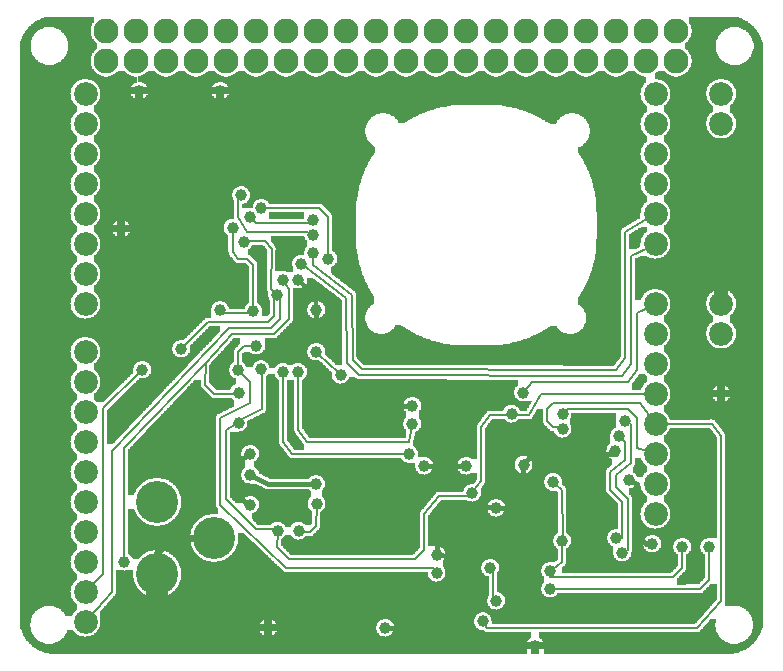
<source format=gbl>
G04 MADE WITH FRITZING*
G04 WWW.FRITZING.ORG*
G04 DOUBLE SIDED*
G04 HOLES PLATED*
G04 CONTOUR ON CENTER OF CONTOUR VECTOR*
%ASAXBY*%
%FSLAX23Y23*%
%MOIN*%
%OFA0B0*%
%SFA1.0B1.0*%
%ADD10C,0.075000*%
%ADD11C,0.079370*%
%ADD12C,0.039370*%
%ADD13C,0.083307*%
%ADD14C,0.140000*%
%ADD15C,0.024000*%
%ADD16C,0.008000*%
%ADD17C,0.016000*%
%ADD18C,0.012000*%
%LNCOPPER0*%
G90*
G70*
G54D10*
X107Y1876D03*
X854Y785D03*
X2273Y1888D03*
G54D11*
X2378Y1907D03*
X2378Y1807D03*
X2378Y1207D03*
X2378Y1107D03*
G54D12*
X1758Y67D03*
X868Y127D03*
X708Y1917D03*
X438Y1917D03*
X378Y1457D03*
X2378Y907D03*
X1608Y327D03*
X1628Y217D03*
X1848Y417D03*
X1808Y317D03*
G54D13*
X328Y2017D03*
X428Y2017D03*
X528Y2017D03*
X628Y2017D03*
X728Y2017D03*
X828Y2017D03*
X928Y2017D03*
X1028Y2017D03*
X1128Y2017D03*
X1228Y2017D03*
X1328Y2017D03*
X1428Y2017D03*
X1528Y2017D03*
X1628Y2017D03*
X1728Y2017D03*
X1828Y2017D03*
X1928Y2017D03*
X2028Y2017D03*
X2128Y2017D03*
X2228Y2017D03*
X328Y2017D03*
X428Y2017D03*
X528Y2017D03*
X628Y2017D03*
X728Y2017D03*
X828Y2017D03*
X928Y2017D03*
X1028Y2017D03*
X1128Y2017D03*
X1228Y2017D03*
X1328Y2017D03*
X1428Y2017D03*
X1528Y2017D03*
X1628Y2017D03*
X1728Y2017D03*
X1828Y2017D03*
X1928Y2017D03*
X2028Y2017D03*
X2128Y2017D03*
X2228Y2017D03*
X2228Y2117D03*
X2128Y2117D03*
X2028Y2117D03*
X1928Y2117D03*
X1828Y2117D03*
X1728Y2117D03*
X1628Y2117D03*
X1528Y2117D03*
X1428Y2117D03*
X1328Y2117D03*
X1228Y2117D03*
X1128Y2117D03*
X1028Y2117D03*
X928Y2117D03*
X828Y2117D03*
X728Y2117D03*
X628Y2117D03*
X528Y2117D03*
X428Y2117D03*
X328Y2117D03*
G54D12*
X788Y1415D03*
X749Y1461D03*
X898Y1237D03*
X818Y1183D03*
X707Y1187D03*
X448Y987D03*
X769Y911D03*
X828Y1067D03*
X767Y987D03*
X918Y980D03*
X968Y980D03*
X1337Y707D03*
X1348Y807D03*
X1109Y971D03*
X843Y989D03*
X769Y811D03*
X899Y451D03*
X1429Y311D03*
X1258Y127D03*
X808Y707D03*
X808Y537D03*
X918Y1287D03*
X388Y347D03*
X808Y637D03*
X1027Y607D03*
X1718Y912D03*
X1029Y541D03*
X969Y451D03*
X1548Y577D03*
X2024Y717D03*
X1719Y671D03*
X1388Y667D03*
X1528Y667D03*
X1018Y1377D03*
X978Y1340D03*
X845Y1527D03*
X1068Y1357D03*
X808Y1497D03*
X778Y1569D03*
X1018Y1487D03*
X1018Y1437D03*
X2038Y767D03*
X2058Y817D03*
X2048Y377D03*
X2028Y427D03*
X1849Y841D03*
X1849Y791D03*
X1818Y614D03*
X2069Y621D03*
X2148Y407D03*
X1679Y841D03*
X1627Y527D03*
X1584Y149D03*
X1429Y371D03*
G54D11*
X259Y1047D03*
X259Y947D03*
X259Y847D03*
X259Y747D03*
X259Y647D03*
X259Y547D03*
X259Y447D03*
X259Y347D03*
X259Y247D03*
X259Y147D03*
X259Y1907D03*
X259Y1807D03*
X259Y1707D03*
X259Y1607D03*
X259Y1507D03*
X259Y1407D03*
X259Y1307D03*
X259Y1207D03*
X2159Y1207D03*
X2159Y1107D03*
X2159Y1007D03*
X2159Y907D03*
X2159Y807D03*
X2159Y707D03*
X2159Y607D03*
X2159Y507D03*
X2159Y1907D03*
X2159Y1807D03*
X2159Y1707D03*
X2159Y1607D03*
X2159Y1507D03*
X2159Y1407D03*
G54D14*
X498Y547D03*
X498Y307D03*
X688Y427D03*
G54D12*
X578Y1057D03*
X1028Y1047D03*
X1028Y1187D03*
X968Y1287D03*
X1348Y867D03*
X2338Y397D03*
X1808Y257D03*
X2248Y397D03*
G54D15*
X497Y378D02*
X497Y357D01*
D02*
X538Y427D02*
X497Y378D01*
D02*
X638Y427D02*
X538Y427D01*
G54D16*
D02*
X1698Y837D02*
X1687Y839D01*
D02*
X1737Y837D02*
X1698Y837D01*
D02*
X1388Y387D02*
X1388Y507D01*
D02*
X1537Y567D02*
X1542Y572D01*
D02*
X1437Y567D02*
X1537Y567D01*
D02*
X1388Y507D02*
X1437Y567D01*
D02*
X1358Y357D02*
X1388Y387D01*
D02*
X898Y397D02*
X938Y357D01*
D02*
X938Y357D02*
X1358Y357D01*
D02*
X899Y443D02*
X898Y397D01*
D02*
X1814Y322D02*
X1847Y347D01*
D02*
X1847Y347D02*
X1848Y409D01*
D02*
X2298Y127D02*
X2378Y217D01*
D02*
X2378Y217D02*
X2378Y767D01*
D02*
X2378Y767D02*
X2347Y808D01*
D02*
X1598Y127D02*
X2298Y127D01*
D02*
X1588Y142D02*
X1598Y127D01*
D02*
X2189Y811D02*
X2178Y810D01*
D02*
X2187Y807D02*
X2189Y811D01*
D02*
X2347Y808D02*
X2187Y807D01*
D02*
X1849Y431D02*
X1848Y425D01*
D02*
X1848Y587D02*
X1849Y431D01*
D02*
X1823Y608D02*
X1848Y587D01*
G54D17*
D02*
X2027Y707D02*
X1748Y707D01*
D02*
X1748Y707D02*
X1724Y677D01*
D02*
X2027Y710D02*
X2027Y707D01*
G54D16*
D02*
X1617Y327D02*
X1617Y227D01*
D02*
X1617Y227D02*
X1624Y229D01*
D02*
X1624Y229D02*
X1625Y225D01*
D02*
X1615Y327D02*
X1617Y327D01*
D02*
X877Y1257D02*
X892Y1243D01*
D02*
X879Y1391D02*
X877Y1257D01*
D02*
X858Y1417D02*
X879Y1391D01*
D02*
X807Y1417D02*
X858Y1417D01*
D02*
X795Y1416D02*
X807Y1417D01*
D02*
X818Y1338D02*
X818Y1191D01*
D02*
X749Y1381D02*
X768Y1357D01*
D02*
X798Y1357D02*
X818Y1338D01*
D02*
X768Y1357D02*
X798Y1357D01*
D02*
X749Y1453D02*
X749Y1381D01*
D02*
X718Y1177D02*
X808Y1177D01*
D02*
X808Y1177D02*
X811Y1179D01*
D02*
X718Y1187D02*
X718Y1177D01*
D02*
X715Y1187D02*
X718Y1187D01*
D02*
X318Y307D02*
X318Y861D01*
D02*
X318Y861D02*
X442Y982D01*
D02*
X272Y261D02*
X318Y307D01*
D02*
X348Y717D02*
X738Y1127D01*
D02*
X347Y247D02*
X348Y717D01*
D02*
X272Y162D02*
X347Y247D01*
D02*
X748Y907D02*
X761Y910D01*
D02*
X688Y907D02*
X748Y907D01*
D02*
X658Y938D02*
X688Y907D01*
D02*
X659Y1011D02*
X658Y938D01*
D02*
X787Y1068D02*
X768Y1048D01*
D02*
X768Y1048D02*
X767Y995D01*
D02*
X820Y1067D02*
X787Y1068D01*
D02*
X918Y747D02*
X948Y708D01*
D02*
X948Y708D02*
X1330Y707D01*
D02*
X918Y972D02*
X918Y747D01*
D02*
X998Y747D02*
X1338Y747D01*
D02*
X1338Y747D02*
X1346Y800D01*
D02*
X968Y787D02*
X998Y747D01*
D02*
X968Y972D02*
X968Y787D01*
D02*
X908Y1157D02*
X908Y1228D01*
D02*
X908Y1228D02*
X903Y1232D01*
D02*
X878Y1127D02*
X908Y1157D01*
D02*
X738Y1127D02*
X878Y1127D01*
D02*
X768Y817D02*
X768Y819D01*
D02*
X848Y857D02*
X768Y817D01*
D02*
X847Y977D02*
X848Y857D01*
D02*
X846Y981D02*
X847Y977D01*
D02*
X708Y537D02*
X708Y827D01*
D02*
X708Y827D02*
X808Y877D01*
D02*
X808Y877D02*
X807Y947D01*
D02*
X807Y947D02*
X773Y981D01*
D02*
X928Y328D02*
X708Y537D01*
D02*
X887Y457D02*
X892Y455D01*
D02*
X827Y457D02*
X887Y457D01*
D02*
X728Y557D02*
X827Y457D01*
D02*
X728Y787D02*
X728Y557D01*
D02*
X762Y807D02*
X728Y787D01*
D02*
X1418Y328D02*
X928Y328D01*
D02*
X1425Y318D02*
X1418Y328D01*
G54D17*
D02*
X1467Y127D02*
X1265Y127D01*
D02*
X1497Y337D02*
X1497Y157D01*
D02*
X1497Y157D02*
X1467Y127D01*
D02*
X1467Y367D02*
X1497Y337D01*
D02*
X1437Y370D02*
X1467Y367D01*
D02*
X758Y677D02*
X801Y703D01*
D02*
X757Y577D02*
X758Y677D01*
D02*
X801Y542D02*
X757Y577D01*
G54D16*
D02*
X938Y1158D02*
X888Y1108D01*
D02*
X922Y1281D02*
X938Y1257D01*
D02*
X748Y1108D02*
X659Y1011D01*
D02*
X888Y1108D02*
X748Y1108D01*
D02*
X938Y1257D02*
X938Y1158D01*
D02*
X388Y355D02*
X388Y727D01*
D02*
X388Y727D02*
X659Y1011D01*
G54D17*
D02*
X867Y607D02*
X815Y634D01*
D02*
X1020Y607D02*
X867Y607D01*
G54D16*
D02*
X2098Y987D02*
X2068Y947D01*
D02*
X2098Y1177D02*
X2098Y987D01*
D02*
X1748Y947D02*
X1723Y918D01*
D02*
X2068Y947D02*
X1748Y947D01*
D02*
X2141Y1198D02*
X2098Y1177D01*
D02*
X978Y447D02*
X976Y448D01*
D02*
X1007Y447D02*
X978Y447D01*
D02*
X1028Y467D02*
X1007Y447D01*
D02*
X1029Y533D02*
X1028Y467D01*
G54D17*
D02*
X1395Y667D02*
X1520Y667D01*
G54D16*
D02*
X2028Y987D02*
X1179Y991D01*
D02*
X1149Y1021D02*
X1148Y1237D01*
D02*
X1148Y1237D02*
X1018Y1337D01*
D02*
X1018Y1337D02*
X1018Y1369D01*
D02*
X1179Y991D02*
X1149Y1021D01*
D02*
X2058Y1027D02*
X2028Y987D01*
D02*
X2058Y1448D02*
X2058Y1027D01*
D02*
X2142Y1497D02*
X2058Y1448D01*
D02*
X1128Y1227D02*
X984Y1336D01*
D02*
X1129Y1011D02*
X1128Y1227D01*
D02*
X1169Y971D02*
X1129Y1011D01*
D02*
X2047Y967D02*
X1169Y971D01*
D02*
X2078Y1007D02*
X2047Y967D01*
D02*
X2078Y1367D02*
X2078Y1007D01*
D02*
X2141Y1398D02*
X2078Y1367D01*
D02*
X1038Y1527D02*
X1068Y1497D01*
D02*
X1068Y1497D02*
X1068Y1365D01*
D02*
X853Y1527D02*
X1038Y1527D01*
D02*
X1008Y1477D02*
X828Y1477D01*
D02*
X828Y1477D02*
X813Y1492D01*
D02*
X1012Y1482D02*
X1008Y1477D01*
D02*
X798Y1447D02*
X767Y1497D01*
D02*
X997Y1447D02*
X798Y1447D01*
D02*
X1011Y1441D02*
X997Y1447D01*
D02*
X767Y1557D02*
X773Y1563D01*
D02*
X767Y1497D02*
X767Y1557D01*
D02*
X2067Y557D02*
X2027Y597D01*
D02*
X2027Y597D02*
X2028Y637D01*
D02*
X2028Y637D02*
X2078Y677D01*
D02*
X2078Y677D02*
X2078Y807D01*
D02*
X2078Y807D02*
X2065Y814D01*
D02*
X2068Y387D02*
X2067Y557D01*
D02*
X2055Y381D02*
X2068Y387D01*
D02*
X2048Y427D02*
X2048Y547D01*
D02*
X2048Y547D02*
X2007Y587D01*
D02*
X2007Y587D02*
X2007Y647D01*
D02*
X2007Y647D02*
X2058Y687D01*
D02*
X2058Y687D02*
X2058Y748D01*
D02*
X2058Y748D02*
X2043Y762D01*
D02*
X2035Y427D02*
X2048Y427D01*
D02*
X2098Y727D02*
X2098Y827D01*
D02*
X1868Y858D02*
X1855Y846D01*
D02*
X2067Y858D02*
X1868Y858D01*
D02*
X2098Y827D02*
X2067Y858D01*
D02*
X2140Y713D02*
X2098Y727D01*
D02*
X1778Y907D02*
X2139Y907D01*
D02*
X1737Y837D02*
X1778Y907D01*
D02*
X1857Y797D02*
X1855Y796D01*
D02*
X1817Y797D02*
X1857Y797D01*
D02*
X1817Y877D02*
X1797Y857D01*
D02*
X1797Y817D02*
X1817Y797D01*
D02*
X1797Y857D02*
X1797Y817D01*
D02*
X2107Y877D02*
X1817Y877D01*
D02*
X2147Y823D02*
X2107Y877D01*
G54D17*
D02*
X2140Y407D02*
X2127Y407D01*
D02*
X2098Y607D02*
X2076Y618D01*
D02*
X2098Y437D02*
X2098Y607D01*
D02*
X2127Y407D02*
X2098Y437D01*
G54D16*
D02*
X1657Y837D02*
X1671Y840D01*
D02*
X1607Y837D02*
X1657Y837D01*
D02*
X1578Y797D02*
X1607Y837D01*
D02*
X1578Y617D02*
X1578Y797D01*
D02*
X1552Y583D02*
X1578Y617D01*
G54D17*
D02*
X1635Y527D02*
X1688Y527D01*
D02*
X1717Y657D02*
X1718Y663D01*
D02*
X1717Y567D02*
X1717Y657D01*
D02*
X1688Y527D02*
X1717Y567D01*
D02*
X1608Y531D02*
X1620Y529D01*
D02*
X1459Y531D02*
X1608Y531D01*
D02*
X1429Y491D02*
X1459Y531D01*
D02*
X1429Y379D02*
X1429Y491D01*
G54D16*
D02*
X888Y1237D02*
X888Y1168D01*
D02*
X868Y1147D02*
X668Y1147D01*
D02*
X888Y1168D02*
X868Y1147D01*
D02*
X668Y1147D02*
X583Y1063D01*
D02*
X890Y1237D02*
X888Y1237D01*
D02*
X1103Y976D02*
X1034Y1042D01*
G54D18*
D02*
X1028Y1238D02*
X1028Y1195D01*
D02*
X974Y1282D02*
X1028Y1238D01*
G54D17*
D02*
X978Y1027D02*
X1028Y998D01*
D02*
X1028Y998D02*
X1028Y907D01*
D02*
X1078Y867D02*
X1340Y867D01*
D02*
X1028Y907D02*
X1078Y867D01*
D02*
X1028Y1179D02*
X1028Y1097D01*
D02*
X978Y1077D02*
X978Y1027D01*
D02*
X1028Y1097D02*
X978Y1077D01*
G54D16*
D02*
X2308Y258D02*
X1816Y257D01*
D02*
X2338Y287D02*
X2308Y258D01*
D02*
X2338Y389D02*
X2338Y287D01*
D02*
X1808Y298D02*
X1817Y317D01*
D02*
X1817Y317D02*
X1816Y317D01*
D02*
X2218Y298D02*
X1808Y298D01*
D02*
X2247Y327D02*
X2218Y298D01*
D02*
X2248Y389D02*
X2247Y327D01*
G36*
X870Y1513D02*
X870Y1491D01*
X988Y1491D01*
X988Y1513D01*
X870Y1513D01*
G37*
D02*
G36*
X2110Y1463D02*
X2110Y1461D01*
X2106Y1461D01*
X2106Y1459D01*
X2102Y1459D01*
X2102Y1457D01*
X2100Y1457D01*
X2100Y1455D01*
X2096Y1455D01*
X2096Y1453D01*
X2092Y1453D01*
X2092Y1451D01*
X2090Y1451D01*
X2090Y1449D01*
X2086Y1449D01*
X2086Y1447D01*
X2082Y1447D01*
X2082Y1445D01*
X2080Y1445D01*
X2080Y1443D01*
X2076Y1443D01*
X2076Y1441D01*
X2072Y1441D01*
X2072Y1389D01*
X2092Y1389D01*
X2092Y1391D01*
X2096Y1391D01*
X2096Y1393D01*
X2100Y1393D01*
X2100Y1395D01*
X2104Y1395D01*
X2104Y1397D01*
X2108Y1397D01*
X2108Y1409D01*
X2110Y1409D01*
X2110Y1421D01*
X2112Y1421D01*
X2112Y1427D01*
X2114Y1427D01*
X2114Y1431D01*
X2116Y1431D01*
X2116Y1435D01*
X2118Y1435D01*
X2118Y1437D01*
X2120Y1437D01*
X2120Y1439D01*
X2122Y1439D01*
X2122Y1443D01*
X2126Y1443D01*
X2126Y1445D01*
X2128Y1445D01*
X2128Y1447D01*
X2130Y1447D01*
X2130Y1463D01*
X2110Y1463D01*
G37*
D02*
G36*
X878Y1433D02*
X878Y1413D01*
X880Y1413D01*
X880Y1411D01*
X882Y1411D01*
X882Y1409D01*
X884Y1409D01*
X884Y1407D01*
X886Y1407D01*
X886Y1403D01*
X888Y1403D01*
X888Y1401D01*
X890Y1401D01*
X890Y1399D01*
X892Y1399D01*
X892Y1393D01*
X894Y1393D01*
X894Y1387D01*
X892Y1387D01*
X892Y1317D01*
X926Y1317D01*
X926Y1315D01*
X930Y1315D01*
X930Y1313D01*
X950Y1313D01*
X950Y1333D01*
X948Y1333D01*
X948Y1349D01*
X950Y1349D01*
X950Y1353D01*
X952Y1353D01*
X952Y1357D01*
X954Y1357D01*
X954Y1359D01*
X956Y1359D01*
X956Y1361D01*
X958Y1361D01*
X958Y1363D01*
X960Y1363D01*
X960Y1365D01*
X962Y1365D01*
X962Y1367D01*
X966Y1367D01*
X966Y1369D01*
X976Y1369D01*
X976Y1371D01*
X988Y1371D01*
X988Y1385D01*
X990Y1385D01*
X990Y1391D01*
X992Y1391D01*
X992Y1393D01*
X994Y1393D01*
X994Y1397D01*
X996Y1397D01*
X996Y1419D01*
X994Y1419D01*
X994Y1421D01*
X992Y1421D01*
X992Y1425D01*
X990Y1425D01*
X990Y1431D01*
X988Y1431D01*
X988Y1433D01*
X878Y1433D01*
G37*
D02*
G36*
X814Y1403D02*
X814Y1401D01*
X812Y1401D01*
X812Y1397D01*
X810Y1397D01*
X810Y1395D01*
X808Y1395D01*
X808Y1393D01*
X806Y1393D01*
X806Y1391D01*
X802Y1391D01*
X802Y1371D01*
X804Y1371D01*
X804Y1369D01*
X808Y1369D01*
X808Y1367D01*
X810Y1367D01*
X810Y1365D01*
X812Y1365D01*
X812Y1363D01*
X814Y1363D01*
X814Y1361D01*
X816Y1361D01*
X816Y1359D01*
X818Y1359D01*
X818Y1357D01*
X820Y1357D01*
X820Y1355D01*
X822Y1355D01*
X822Y1353D01*
X824Y1353D01*
X824Y1351D01*
X826Y1351D01*
X826Y1349D01*
X828Y1349D01*
X828Y1347D01*
X830Y1347D01*
X830Y1343D01*
X832Y1343D01*
X832Y1209D01*
X834Y1209D01*
X834Y1207D01*
X836Y1207D01*
X836Y1205D01*
X840Y1205D01*
X840Y1201D01*
X842Y1201D01*
X842Y1199D01*
X844Y1199D01*
X844Y1195D01*
X846Y1195D01*
X846Y1187D01*
X848Y1187D01*
X848Y1167D01*
X868Y1167D01*
X868Y1169D01*
X870Y1169D01*
X870Y1171D01*
X872Y1171D01*
X872Y1173D01*
X874Y1173D01*
X874Y1221D01*
X872Y1221D01*
X872Y1225D01*
X870Y1225D01*
X870Y1231D01*
X868Y1231D01*
X868Y1247D01*
X866Y1247D01*
X866Y1251D01*
X864Y1251D01*
X864Y1389D01*
X862Y1389D01*
X862Y1391D01*
X860Y1391D01*
X860Y1393D01*
X858Y1393D01*
X858Y1397D01*
X856Y1397D01*
X856Y1399D01*
X854Y1399D01*
X854Y1401D01*
X852Y1401D01*
X852Y1403D01*
X814Y1403D01*
G37*
D02*
G36*
X130Y2165D02*
X130Y2163D01*
X122Y2163D01*
X122Y2161D01*
X116Y2161D01*
X116Y2159D01*
X110Y2159D01*
X110Y2157D01*
X106Y2157D01*
X106Y2155D01*
X102Y2155D01*
X102Y2153D01*
X98Y2153D01*
X98Y2151D01*
X96Y2151D01*
X96Y2149D01*
X92Y2149D01*
X92Y2147D01*
X88Y2147D01*
X88Y2145D01*
X86Y2145D01*
X86Y2143D01*
X84Y2143D01*
X84Y2141D01*
X80Y2141D01*
X80Y2139D01*
X78Y2139D01*
X78Y2137D01*
X76Y2137D01*
X76Y2135D01*
X74Y2135D01*
X74Y2133D01*
X72Y2133D01*
X72Y2131D01*
X144Y2131D01*
X144Y2129D01*
X154Y2129D01*
X154Y2127D01*
X160Y2127D01*
X160Y2125D01*
X166Y2125D01*
X166Y2123D01*
X170Y2123D01*
X170Y2121D01*
X172Y2121D01*
X172Y2119D01*
X176Y2119D01*
X176Y2117D01*
X178Y2117D01*
X178Y2115D01*
X180Y2115D01*
X180Y2113D01*
X182Y2113D01*
X182Y2111D01*
X184Y2111D01*
X184Y2109D01*
X186Y2109D01*
X186Y2107D01*
X188Y2107D01*
X188Y2105D01*
X190Y2105D01*
X190Y2103D01*
X192Y2103D01*
X192Y2099D01*
X194Y2099D01*
X194Y2095D01*
X196Y2095D01*
X196Y2091D01*
X198Y2091D01*
X198Y2085D01*
X200Y2085D01*
X200Y2075D01*
X202Y2075D01*
X202Y2059D01*
X200Y2059D01*
X200Y2051D01*
X198Y2051D01*
X198Y2045D01*
X196Y2045D01*
X196Y2039D01*
X194Y2039D01*
X194Y2035D01*
X192Y2035D01*
X192Y2033D01*
X190Y2033D01*
X190Y2029D01*
X188Y2029D01*
X188Y2027D01*
X186Y2027D01*
X186Y2025D01*
X184Y2025D01*
X184Y2023D01*
X182Y2023D01*
X182Y2021D01*
X180Y2021D01*
X180Y2019D01*
X178Y2019D01*
X178Y2017D01*
X176Y2017D01*
X176Y2015D01*
X172Y2015D01*
X172Y2013D01*
X168Y2013D01*
X168Y2011D01*
X164Y2011D01*
X164Y2009D01*
X160Y2009D01*
X160Y2007D01*
X154Y2007D01*
X154Y2005D01*
X278Y2005D01*
X278Y2009D01*
X276Y2009D01*
X276Y2025D01*
X278Y2025D01*
X278Y2033D01*
X280Y2033D01*
X280Y2039D01*
X282Y2039D01*
X282Y2043D01*
X284Y2043D01*
X284Y2045D01*
X286Y2045D01*
X286Y2049D01*
X288Y2049D01*
X288Y2051D01*
X290Y2051D01*
X290Y2053D01*
X292Y2053D01*
X292Y2055D01*
X294Y2055D01*
X294Y2057D01*
X296Y2057D01*
X296Y2077D01*
X294Y2077D01*
X294Y2079D01*
X292Y2079D01*
X292Y2081D01*
X290Y2081D01*
X290Y2083D01*
X288Y2083D01*
X288Y2085D01*
X286Y2085D01*
X286Y2089D01*
X284Y2089D01*
X284Y2091D01*
X282Y2091D01*
X282Y2095D01*
X280Y2095D01*
X280Y2101D01*
X278Y2101D01*
X278Y2109D01*
X276Y2109D01*
X276Y2125D01*
X278Y2125D01*
X278Y2133D01*
X280Y2133D01*
X280Y2139D01*
X282Y2139D01*
X282Y2143D01*
X284Y2143D01*
X284Y2145D01*
X286Y2145D01*
X286Y2165D01*
X130Y2165D01*
G37*
D02*
G36*
X70Y2131D02*
X70Y2129D01*
X68Y2129D01*
X68Y2127D01*
X66Y2127D01*
X66Y2125D01*
X64Y2125D01*
X64Y2121D01*
X62Y2121D01*
X62Y2119D01*
X60Y2119D01*
X60Y2117D01*
X58Y2117D01*
X58Y2113D01*
X56Y2113D01*
X56Y2109D01*
X54Y2109D01*
X54Y2107D01*
X52Y2107D01*
X52Y2103D01*
X50Y2103D01*
X50Y2099D01*
X48Y2099D01*
X48Y2095D01*
X46Y2095D01*
X46Y2089D01*
X44Y2089D01*
X44Y2083D01*
X42Y2083D01*
X42Y2075D01*
X40Y2075D01*
X40Y2005D01*
X124Y2005D01*
X124Y2007D01*
X118Y2007D01*
X118Y2009D01*
X112Y2009D01*
X112Y2011D01*
X108Y2011D01*
X108Y2013D01*
X104Y2013D01*
X104Y2015D01*
X102Y2015D01*
X102Y2017D01*
X100Y2017D01*
X100Y2019D01*
X96Y2019D01*
X96Y2021D01*
X94Y2021D01*
X94Y2023D01*
X92Y2023D01*
X92Y2025D01*
X90Y2025D01*
X90Y2029D01*
X88Y2029D01*
X88Y2031D01*
X86Y2031D01*
X86Y2033D01*
X84Y2033D01*
X84Y2037D01*
X82Y2037D01*
X82Y2041D01*
X80Y2041D01*
X80Y2047D01*
X78Y2047D01*
X78Y2053D01*
X76Y2053D01*
X76Y2081D01*
X78Y2081D01*
X78Y2087D01*
X80Y2087D01*
X80Y2093D01*
X82Y2093D01*
X82Y2097D01*
X84Y2097D01*
X84Y2101D01*
X86Y2101D01*
X86Y2103D01*
X88Y2103D01*
X88Y2107D01*
X90Y2107D01*
X90Y2109D01*
X92Y2109D01*
X92Y2111D01*
X94Y2111D01*
X94Y2113D01*
X96Y2113D01*
X96Y2115D01*
X98Y2115D01*
X98Y2117D01*
X102Y2117D01*
X102Y2119D01*
X104Y2119D01*
X104Y2121D01*
X108Y2121D01*
X108Y2123D01*
X112Y2123D01*
X112Y2125D01*
X116Y2125D01*
X116Y2127D01*
X122Y2127D01*
X122Y2129D01*
X132Y2129D01*
X132Y2131D01*
X70Y2131D01*
G37*
D02*
G36*
X40Y2005D02*
X40Y2003D01*
X278Y2003D01*
X278Y2005D01*
X40Y2005D01*
G37*
D02*
G36*
X40Y2005D02*
X40Y2003D01*
X278Y2003D01*
X278Y2005D01*
X40Y2005D01*
G37*
D02*
G36*
X40Y2003D02*
X40Y1965D01*
X322Y1965D01*
X322Y1967D01*
X312Y1967D01*
X312Y1969D01*
X306Y1969D01*
X306Y1971D01*
X304Y1971D01*
X304Y1973D01*
X300Y1973D01*
X300Y1975D01*
X296Y1975D01*
X296Y1977D01*
X294Y1977D01*
X294Y1979D01*
X292Y1979D01*
X292Y1981D01*
X290Y1981D01*
X290Y1983D01*
X288Y1983D01*
X288Y1985D01*
X286Y1985D01*
X286Y1989D01*
X284Y1989D01*
X284Y1991D01*
X282Y1991D01*
X282Y1995D01*
X280Y1995D01*
X280Y2001D01*
X278Y2001D01*
X278Y2003D01*
X40Y2003D01*
G37*
D02*
G36*
X368Y1985D02*
X368Y1983D01*
X366Y1983D01*
X366Y1981D01*
X364Y1981D01*
X364Y1979D01*
X362Y1979D01*
X362Y1977D01*
X358Y1977D01*
X358Y1975D01*
X356Y1975D01*
X356Y1973D01*
X352Y1973D01*
X352Y1971D01*
X348Y1971D01*
X348Y1969D01*
X344Y1969D01*
X344Y1967D01*
X334Y1967D01*
X334Y1965D01*
X422Y1965D01*
X422Y1967D01*
X412Y1967D01*
X412Y1969D01*
X406Y1969D01*
X406Y1971D01*
X404Y1971D01*
X404Y1973D01*
X400Y1973D01*
X400Y1975D01*
X396Y1975D01*
X396Y1977D01*
X394Y1977D01*
X394Y1979D01*
X392Y1979D01*
X392Y1981D01*
X390Y1981D01*
X390Y1983D01*
X388Y1983D01*
X388Y1985D01*
X368Y1985D01*
G37*
D02*
G36*
X468Y1985D02*
X468Y1983D01*
X466Y1983D01*
X466Y1981D01*
X464Y1981D01*
X464Y1979D01*
X462Y1979D01*
X462Y1977D01*
X458Y1977D01*
X458Y1975D01*
X456Y1975D01*
X456Y1973D01*
X452Y1973D01*
X452Y1971D01*
X448Y1971D01*
X448Y1969D01*
X444Y1969D01*
X444Y1967D01*
X434Y1967D01*
X434Y1965D01*
X522Y1965D01*
X522Y1967D01*
X512Y1967D01*
X512Y1969D01*
X506Y1969D01*
X506Y1971D01*
X504Y1971D01*
X504Y1973D01*
X500Y1973D01*
X500Y1975D01*
X496Y1975D01*
X496Y1977D01*
X494Y1977D01*
X494Y1979D01*
X492Y1979D01*
X492Y1981D01*
X490Y1981D01*
X490Y1983D01*
X488Y1983D01*
X488Y1985D01*
X468Y1985D01*
G37*
D02*
G36*
X568Y1985D02*
X568Y1983D01*
X566Y1983D01*
X566Y1981D01*
X564Y1981D01*
X564Y1979D01*
X562Y1979D01*
X562Y1977D01*
X558Y1977D01*
X558Y1975D01*
X556Y1975D01*
X556Y1973D01*
X552Y1973D01*
X552Y1971D01*
X548Y1971D01*
X548Y1969D01*
X544Y1969D01*
X544Y1967D01*
X534Y1967D01*
X534Y1965D01*
X622Y1965D01*
X622Y1967D01*
X612Y1967D01*
X612Y1969D01*
X606Y1969D01*
X606Y1971D01*
X604Y1971D01*
X604Y1973D01*
X600Y1973D01*
X600Y1975D01*
X596Y1975D01*
X596Y1977D01*
X594Y1977D01*
X594Y1979D01*
X592Y1979D01*
X592Y1981D01*
X590Y1981D01*
X590Y1983D01*
X588Y1983D01*
X588Y1985D01*
X568Y1985D01*
G37*
D02*
G36*
X668Y1985D02*
X668Y1983D01*
X666Y1983D01*
X666Y1981D01*
X664Y1981D01*
X664Y1979D01*
X662Y1979D01*
X662Y1977D01*
X658Y1977D01*
X658Y1975D01*
X656Y1975D01*
X656Y1973D01*
X652Y1973D01*
X652Y1971D01*
X648Y1971D01*
X648Y1969D01*
X644Y1969D01*
X644Y1967D01*
X634Y1967D01*
X634Y1965D01*
X722Y1965D01*
X722Y1967D01*
X712Y1967D01*
X712Y1969D01*
X706Y1969D01*
X706Y1971D01*
X704Y1971D01*
X704Y1973D01*
X700Y1973D01*
X700Y1975D01*
X696Y1975D01*
X696Y1977D01*
X694Y1977D01*
X694Y1979D01*
X692Y1979D01*
X692Y1981D01*
X690Y1981D01*
X690Y1983D01*
X688Y1983D01*
X688Y1985D01*
X668Y1985D01*
G37*
D02*
G36*
X768Y1985D02*
X768Y1983D01*
X766Y1983D01*
X766Y1981D01*
X764Y1981D01*
X764Y1979D01*
X762Y1979D01*
X762Y1977D01*
X758Y1977D01*
X758Y1975D01*
X756Y1975D01*
X756Y1973D01*
X752Y1973D01*
X752Y1971D01*
X748Y1971D01*
X748Y1969D01*
X744Y1969D01*
X744Y1967D01*
X734Y1967D01*
X734Y1965D01*
X822Y1965D01*
X822Y1967D01*
X812Y1967D01*
X812Y1969D01*
X806Y1969D01*
X806Y1971D01*
X804Y1971D01*
X804Y1973D01*
X800Y1973D01*
X800Y1975D01*
X796Y1975D01*
X796Y1977D01*
X794Y1977D01*
X794Y1979D01*
X792Y1979D01*
X792Y1981D01*
X790Y1981D01*
X790Y1983D01*
X788Y1983D01*
X788Y1985D01*
X768Y1985D01*
G37*
D02*
G36*
X868Y1985D02*
X868Y1983D01*
X866Y1983D01*
X866Y1981D01*
X864Y1981D01*
X864Y1979D01*
X862Y1979D01*
X862Y1977D01*
X858Y1977D01*
X858Y1975D01*
X856Y1975D01*
X856Y1973D01*
X852Y1973D01*
X852Y1971D01*
X848Y1971D01*
X848Y1969D01*
X844Y1969D01*
X844Y1967D01*
X834Y1967D01*
X834Y1965D01*
X922Y1965D01*
X922Y1967D01*
X912Y1967D01*
X912Y1969D01*
X906Y1969D01*
X906Y1971D01*
X904Y1971D01*
X904Y1973D01*
X900Y1973D01*
X900Y1975D01*
X896Y1975D01*
X896Y1977D01*
X894Y1977D01*
X894Y1979D01*
X892Y1979D01*
X892Y1981D01*
X890Y1981D01*
X890Y1983D01*
X888Y1983D01*
X888Y1985D01*
X868Y1985D01*
G37*
D02*
G36*
X968Y1985D02*
X968Y1983D01*
X966Y1983D01*
X966Y1981D01*
X964Y1981D01*
X964Y1979D01*
X962Y1979D01*
X962Y1977D01*
X958Y1977D01*
X958Y1975D01*
X956Y1975D01*
X956Y1973D01*
X952Y1973D01*
X952Y1971D01*
X948Y1971D01*
X948Y1969D01*
X944Y1969D01*
X944Y1967D01*
X934Y1967D01*
X934Y1965D01*
X1022Y1965D01*
X1022Y1967D01*
X1012Y1967D01*
X1012Y1969D01*
X1006Y1969D01*
X1006Y1971D01*
X1004Y1971D01*
X1004Y1973D01*
X1000Y1973D01*
X1000Y1975D01*
X996Y1975D01*
X996Y1977D01*
X994Y1977D01*
X994Y1979D01*
X992Y1979D01*
X992Y1981D01*
X990Y1981D01*
X990Y1983D01*
X988Y1983D01*
X988Y1985D01*
X968Y1985D01*
G37*
D02*
G36*
X1068Y1985D02*
X1068Y1983D01*
X1066Y1983D01*
X1066Y1981D01*
X1064Y1981D01*
X1064Y1979D01*
X1062Y1979D01*
X1062Y1977D01*
X1058Y1977D01*
X1058Y1975D01*
X1056Y1975D01*
X1056Y1973D01*
X1052Y1973D01*
X1052Y1971D01*
X1048Y1971D01*
X1048Y1969D01*
X1044Y1969D01*
X1044Y1967D01*
X1034Y1967D01*
X1034Y1965D01*
X1122Y1965D01*
X1122Y1967D01*
X1112Y1967D01*
X1112Y1969D01*
X1106Y1969D01*
X1106Y1971D01*
X1104Y1971D01*
X1104Y1973D01*
X1100Y1973D01*
X1100Y1975D01*
X1096Y1975D01*
X1096Y1977D01*
X1094Y1977D01*
X1094Y1979D01*
X1092Y1979D01*
X1092Y1981D01*
X1090Y1981D01*
X1090Y1983D01*
X1088Y1983D01*
X1088Y1985D01*
X1068Y1985D01*
G37*
D02*
G36*
X1168Y1985D02*
X1168Y1983D01*
X1166Y1983D01*
X1166Y1981D01*
X1164Y1981D01*
X1164Y1979D01*
X1162Y1979D01*
X1162Y1977D01*
X1158Y1977D01*
X1158Y1975D01*
X1156Y1975D01*
X1156Y1973D01*
X1152Y1973D01*
X1152Y1971D01*
X1148Y1971D01*
X1148Y1969D01*
X1144Y1969D01*
X1144Y1967D01*
X1134Y1967D01*
X1134Y1965D01*
X1222Y1965D01*
X1222Y1967D01*
X1212Y1967D01*
X1212Y1969D01*
X1206Y1969D01*
X1206Y1971D01*
X1204Y1971D01*
X1204Y1973D01*
X1200Y1973D01*
X1200Y1975D01*
X1196Y1975D01*
X1196Y1977D01*
X1194Y1977D01*
X1194Y1979D01*
X1192Y1979D01*
X1192Y1981D01*
X1190Y1981D01*
X1190Y1983D01*
X1188Y1983D01*
X1188Y1985D01*
X1168Y1985D01*
G37*
D02*
G36*
X1268Y1985D02*
X1268Y1983D01*
X1266Y1983D01*
X1266Y1981D01*
X1264Y1981D01*
X1264Y1979D01*
X1262Y1979D01*
X1262Y1977D01*
X1258Y1977D01*
X1258Y1975D01*
X1256Y1975D01*
X1256Y1973D01*
X1252Y1973D01*
X1252Y1971D01*
X1248Y1971D01*
X1248Y1969D01*
X1244Y1969D01*
X1244Y1967D01*
X1234Y1967D01*
X1234Y1965D01*
X1322Y1965D01*
X1322Y1967D01*
X1312Y1967D01*
X1312Y1969D01*
X1306Y1969D01*
X1306Y1971D01*
X1304Y1971D01*
X1304Y1973D01*
X1300Y1973D01*
X1300Y1975D01*
X1296Y1975D01*
X1296Y1977D01*
X1294Y1977D01*
X1294Y1979D01*
X1292Y1979D01*
X1292Y1981D01*
X1290Y1981D01*
X1290Y1983D01*
X1288Y1983D01*
X1288Y1985D01*
X1268Y1985D01*
G37*
D02*
G36*
X1368Y1985D02*
X1368Y1983D01*
X1366Y1983D01*
X1366Y1981D01*
X1364Y1981D01*
X1364Y1979D01*
X1362Y1979D01*
X1362Y1977D01*
X1358Y1977D01*
X1358Y1975D01*
X1356Y1975D01*
X1356Y1973D01*
X1352Y1973D01*
X1352Y1971D01*
X1348Y1971D01*
X1348Y1969D01*
X1344Y1969D01*
X1344Y1967D01*
X1334Y1967D01*
X1334Y1965D01*
X1422Y1965D01*
X1422Y1967D01*
X1412Y1967D01*
X1412Y1969D01*
X1406Y1969D01*
X1406Y1971D01*
X1404Y1971D01*
X1404Y1973D01*
X1400Y1973D01*
X1400Y1975D01*
X1396Y1975D01*
X1396Y1977D01*
X1394Y1977D01*
X1394Y1979D01*
X1392Y1979D01*
X1392Y1981D01*
X1390Y1981D01*
X1390Y1983D01*
X1388Y1983D01*
X1388Y1985D01*
X1368Y1985D01*
G37*
D02*
G36*
X1468Y1985D02*
X1468Y1983D01*
X1466Y1983D01*
X1466Y1981D01*
X1464Y1981D01*
X1464Y1979D01*
X1462Y1979D01*
X1462Y1977D01*
X1458Y1977D01*
X1458Y1975D01*
X1456Y1975D01*
X1456Y1973D01*
X1452Y1973D01*
X1452Y1971D01*
X1448Y1971D01*
X1448Y1969D01*
X1444Y1969D01*
X1444Y1967D01*
X1434Y1967D01*
X1434Y1965D01*
X1522Y1965D01*
X1522Y1967D01*
X1512Y1967D01*
X1512Y1969D01*
X1506Y1969D01*
X1506Y1971D01*
X1504Y1971D01*
X1504Y1973D01*
X1500Y1973D01*
X1500Y1975D01*
X1496Y1975D01*
X1496Y1977D01*
X1494Y1977D01*
X1494Y1979D01*
X1492Y1979D01*
X1492Y1981D01*
X1490Y1981D01*
X1490Y1983D01*
X1488Y1983D01*
X1488Y1985D01*
X1468Y1985D01*
G37*
D02*
G36*
X1568Y1985D02*
X1568Y1983D01*
X1566Y1983D01*
X1566Y1981D01*
X1564Y1981D01*
X1564Y1979D01*
X1562Y1979D01*
X1562Y1977D01*
X1558Y1977D01*
X1558Y1975D01*
X1556Y1975D01*
X1556Y1973D01*
X1552Y1973D01*
X1552Y1971D01*
X1548Y1971D01*
X1548Y1969D01*
X1544Y1969D01*
X1544Y1967D01*
X1534Y1967D01*
X1534Y1965D01*
X1622Y1965D01*
X1622Y1967D01*
X1612Y1967D01*
X1612Y1969D01*
X1606Y1969D01*
X1606Y1971D01*
X1604Y1971D01*
X1604Y1973D01*
X1600Y1973D01*
X1600Y1975D01*
X1596Y1975D01*
X1596Y1977D01*
X1594Y1977D01*
X1594Y1979D01*
X1592Y1979D01*
X1592Y1981D01*
X1590Y1981D01*
X1590Y1983D01*
X1588Y1983D01*
X1588Y1985D01*
X1568Y1985D01*
G37*
D02*
G36*
X1668Y1985D02*
X1668Y1983D01*
X1666Y1983D01*
X1666Y1981D01*
X1664Y1981D01*
X1664Y1979D01*
X1662Y1979D01*
X1662Y1977D01*
X1658Y1977D01*
X1658Y1975D01*
X1656Y1975D01*
X1656Y1973D01*
X1652Y1973D01*
X1652Y1971D01*
X1648Y1971D01*
X1648Y1969D01*
X1644Y1969D01*
X1644Y1967D01*
X1634Y1967D01*
X1634Y1965D01*
X1722Y1965D01*
X1722Y1967D01*
X1712Y1967D01*
X1712Y1969D01*
X1706Y1969D01*
X1706Y1971D01*
X1704Y1971D01*
X1704Y1973D01*
X1700Y1973D01*
X1700Y1975D01*
X1696Y1975D01*
X1696Y1977D01*
X1694Y1977D01*
X1694Y1979D01*
X1692Y1979D01*
X1692Y1981D01*
X1690Y1981D01*
X1690Y1983D01*
X1688Y1983D01*
X1688Y1985D01*
X1668Y1985D01*
G37*
D02*
G36*
X1768Y1985D02*
X1768Y1983D01*
X1766Y1983D01*
X1766Y1981D01*
X1764Y1981D01*
X1764Y1979D01*
X1762Y1979D01*
X1762Y1977D01*
X1758Y1977D01*
X1758Y1975D01*
X1756Y1975D01*
X1756Y1973D01*
X1752Y1973D01*
X1752Y1971D01*
X1748Y1971D01*
X1748Y1969D01*
X1744Y1969D01*
X1744Y1967D01*
X1734Y1967D01*
X1734Y1965D01*
X1822Y1965D01*
X1822Y1967D01*
X1812Y1967D01*
X1812Y1969D01*
X1806Y1969D01*
X1806Y1971D01*
X1804Y1971D01*
X1804Y1973D01*
X1800Y1973D01*
X1800Y1975D01*
X1796Y1975D01*
X1796Y1977D01*
X1794Y1977D01*
X1794Y1979D01*
X1792Y1979D01*
X1792Y1981D01*
X1790Y1981D01*
X1790Y1983D01*
X1788Y1983D01*
X1788Y1985D01*
X1768Y1985D01*
G37*
D02*
G36*
X1868Y1985D02*
X1868Y1983D01*
X1866Y1983D01*
X1866Y1981D01*
X1864Y1981D01*
X1864Y1979D01*
X1862Y1979D01*
X1862Y1977D01*
X1858Y1977D01*
X1858Y1975D01*
X1856Y1975D01*
X1856Y1973D01*
X1852Y1973D01*
X1852Y1971D01*
X1848Y1971D01*
X1848Y1969D01*
X1844Y1969D01*
X1844Y1967D01*
X1834Y1967D01*
X1834Y1965D01*
X1922Y1965D01*
X1922Y1967D01*
X1912Y1967D01*
X1912Y1969D01*
X1906Y1969D01*
X1906Y1971D01*
X1904Y1971D01*
X1904Y1973D01*
X1900Y1973D01*
X1900Y1975D01*
X1896Y1975D01*
X1896Y1977D01*
X1894Y1977D01*
X1894Y1979D01*
X1892Y1979D01*
X1892Y1981D01*
X1890Y1981D01*
X1890Y1983D01*
X1888Y1983D01*
X1888Y1985D01*
X1868Y1985D01*
G37*
D02*
G36*
X1968Y1985D02*
X1968Y1983D01*
X1966Y1983D01*
X1966Y1981D01*
X1964Y1981D01*
X1964Y1979D01*
X1962Y1979D01*
X1962Y1977D01*
X1958Y1977D01*
X1958Y1975D01*
X1956Y1975D01*
X1956Y1973D01*
X1952Y1973D01*
X1952Y1971D01*
X1948Y1971D01*
X1948Y1969D01*
X1944Y1969D01*
X1944Y1967D01*
X1934Y1967D01*
X1934Y1965D01*
X2022Y1965D01*
X2022Y1967D01*
X2012Y1967D01*
X2012Y1969D01*
X2006Y1969D01*
X2006Y1971D01*
X2004Y1971D01*
X2004Y1973D01*
X2000Y1973D01*
X2000Y1975D01*
X1996Y1975D01*
X1996Y1977D01*
X1994Y1977D01*
X1994Y1979D01*
X1992Y1979D01*
X1992Y1981D01*
X1990Y1981D01*
X1990Y1983D01*
X1988Y1983D01*
X1988Y1985D01*
X1968Y1985D01*
G37*
D02*
G36*
X2068Y1985D02*
X2068Y1983D01*
X2066Y1983D01*
X2066Y1981D01*
X2064Y1981D01*
X2064Y1979D01*
X2062Y1979D01*
X2062Y1977D01*
X2058Y1977D01*
X2058Y1975D01*
X2056Y1975D01*
X2056Y1973D01*
X2052Y1973D01*
X2052Y1971D01*
X2048Y1971D01*
X2048Y1969D01*
X2044Y1969D01*
X2044Y1967D01*
X2034Y1967D01*
X2034Y1965D01*
X2122Y1965D01*
X2122Y1967D01*
X2112Y1967D01*
X2112Y1969D01*
X2106Y1969D01*
X2106Y1971D01*
X2104Y1971D01*
X2104Y1973D01*
X2100Y1973D01*
X2100Y1975D01*
X2096Y1975D01*
X2096Y1977D01*
X2094Y1977D01*
X2094Y1979D01*
X2092Y1979D01*
X2092Y1981D01*
X2090Y1981D01*
X2090Y1983D01*
X2088Y1983D01*
X2088Y1985D01*
X2068Y1985D01*
G37*
D02*
G36*
X40Y1965D02*
X40Y1963D01*
X430Y1963D01*
X430Y1965D01*
X40Y1965D01*
G37*
D02*
G36*
X40Y1965D02*
X40Y1963D01*
X430Y1963D01*
X430Y1965D01*
X40Y1965D01*
G37*
D02*
G36*
X434Y1965D02*
X434Y1963D01*
X2128Y1963D01*
X2128Y1965D01*
X434Y1965D01*
G37*
D02*
G36*
X434Y1965D02*
X434Y1963D01*
X2128Y1963D01*
X2128Y1965D01*
X434Y1965D01*
G37*
D02*
G36*
X434Y1965D02*
X434Y1963D01*
X2128Y1963D01*
X2128Y1965D01*
X434Y1965D01*
G37*
D02*
G36*
X434Y1965D02*
X434Y1963D01*
X2128Y1963D01*
X2128Y1965D01*
X434Y1965D01*
G37*
D02*
G36*
X434Y1965D02*
X434Y1963D01*
X2128Y1963D01*
X2128Y1965D01*
X434Y1965D01*
G37*
D02*
G36*
X434Y1965D02*
X434Y1963D01*
X2128Y1963D01*
X2128Y1965D01*
X434Y1965D01*
G37*
D02*
G36*
X434Y1965D02*
X434Y1963D01*
X2128Y1963D01*
X2128Y1965D01*
X434Y1965D01*
G37*
D02*
G36*
X434Y1965D02*
X434Y1963D01*
X2128Y1963D01*
X2128Y1965D01*
X434Y1965D01*
G37*
D02*
G36*
X434Y1965D02*
X434Y1963D01*
X2128Y1963D01*
X2128Y1965D01*
X434Y1965D01*
G37*
D02*
G36*
X434Y1965D02*
X434Y1963D01*
X2128Y1963D01*
X2128Y1965D01*
X434Y1965D01*
G37*
D02*
G36*
X434Y1965D02*
X434Y1963D01*
X2128Y1963D01*
X2128Y1965D01*
X434Y1965D01*
G37*
D02*
G36*
X434Y1965D02*
X434Y1963D01*
X2128Y1963D01*
X2128Y1965D01*
X434Y1965D01*
G37*
D02*
G36*
X434Y1965D02*
X434Y1963D01*
X2128Y1963D01*
X2128Y1965D01*
X434Y1965D01*
G37*
D02*
G36*
X434Y1965D02*
X434Y1963D01*
X2128Y1963D01*
X2128Y1965D01*
X434Y1965D01*
G37*
D02*
G36*
X434Y1965D02*
X434Y1963D01*
X2128Y1963D01*
X2128Y1965D01*
X434Y1965D01*
G37*
D02*
G36*
X434Y1965D02*
X434Y1963D01*
X2128Y1963D01*
X2128Y1965D01*
X434Y1965D01*
G37*
D02*
G36*
X434Y1965D02*
X434Y1963D01*
X2128Y1963D01*
X2128Y1965D01*
X434Y1965D01*
G37*
D02*
G36*
X40Y1963D02*
X40Y1957D01*
X268Y1957D01*
X268Y1955D01*
X276Y1955D01*
X276Y1953D01*
X280Y1953D01*
X280Y1951D01*
X284Y1951D01*
X284Y1949D01*
X288Y1949D01*
X288Y1947D01*
X290Y1947D01*
X290Y1945D01*
X292Y1945D01*
X292Y1943D01*
X294Y1943D01*
X294Y1941D01*
X296Y1941D01*
X296Y1939D01*
X298Y1939D01*
X298Y1937D01*
X300Y1937D01*
X300Y1933D01*
X302Y1933D01*
X302Y1929D01*
X304Y1929D01*
X304Y1925D01*
X306Y1925D01*
X306Y1919D01*
X308Y1919D01*
X308Y1897D01*
X306Y1897D01*
X306Y1891D01*
X304Y1891D01*
X304Y1889D01*
X428Y1889D01*
X428Y1891D01*
X424Y1891D01*
X424Y1893D01*
X420Y1893D01*
X420Y1895D01*
X418Y1895D01*
X418Y1897D01*
X416Y1897D01*
X416Y1899D01*
X414Y1899D01*
X414Y1901D01*
X412Y1901D01*
X412Y1905D01*
X410Y1905D01*
X410Y1911D01*
X408Y1911D01*
X408Y1925D01*
X410Y1925D01*
X410Y1931D01*
X412Y1931D01*
X412Y1933D01*
X414Y1933D01*
X414Y1937D01*
X416Y1937D01*
X416Y1939D01*
X418Y1939D01*
X418Y1941D01*
X422Y1941D01*
X422Y1943D01*
X424Y1943D01*
X424Y1945D01*
X430Y1945D01*
X430Y1963D01*
X40Y1963D01*
G37*
D02*
G36*
X434Y1963D02*
X434Y1947D01*
X716Y1947D01*
X716Y1945D01*
X722Y1945D01*
X722Y1943D01*
X724Y1943D01*
X724Y1941D01*
X728Y1941D01*
X728Y1939D01*
X730Y1939D01*
X730Y1935D01*
X732Y1935D01*
X732Y1933D01*
X734Y1933D01*
X734Y1929D01*
X736Y1929D01*
X736Y1921D01*
X738Y1921D01*
X738Y1913D01*
X736Y1913D01*
X736Y1905D01*
X734Y1905D01*
X734Y1903D01*
X732Y1903D01*
X732Y1899D01*
X730Y1899D01*
X730Y1897D01*
X728Y1897D01*
X728Y1895D01*
X726Y1895D01*
X726Y1893D01*
X722Y1893D01*
X722Y1891D01*
X718Y1891D01*
X718Y1889D01*
X2112Y1889D01*
X2112Y1895D01*
X2110Y1895D01*
X2110Y1905D01*
X2108Y1905D01*
X2108Y1909D01*
X2110Y1909D01*
X2110Y1921D01*
X2112Y1921D01*
X2112Y1927D01*
X2114Y1927D01*
X2114Y1931D01*
X2116Y1931D01*
X2116Y1935D01*
X2118Y1935D01*
X2118Y1937D01*
X2120Y1937D01*
X2120Y1939D01*
X2122Y1939D01*
X2122Y1943D01*
X2126Y1943D01*
X2126Y1945D01*
X2128Y1945D01*
X2128Y1963D01*
X434Y1963D01*
G37*
D02*
G36*
X40Y1957D02*
X40Y1157D01*
X254Y1157D01*
X254Y1159D01*
X244Y1159D01*
X244Y1161D01*
X238Y1161D01*
X238Y1163D01*
X236Y1163D01*
X236Y1165D01*
X232Y1165D01*
X232Y1167D01*
X228Y1167D01*
X228Y1169D01*
X226Y1169D01*
X226Y1171D01*
X224Y1171D01*
X224Y1173D01*
X222Y1173D01*
X222Y1175D01*
X220Y1175D01*
X220Y1177D01*
X218Y1177D01*
X218Y1181D01*
X216Y1181D01*
X216Y1185D01*
X214Y1185D01*
X214Y1187D01*
X212Y1187D01*
X212Y1195D01*
X210Y1195D01*
X210Y1207D01*
X208Y1207D01*
X208Y1209D01*
X210Y1209D01*
X210Y1221D01*
X212Y1221D01*
X212Y1227D01*
X214Y1227D01*
X214Y1231D01*
X216Y1231D01*
X216Y1235D01*
X218Y1235D01*
X218Y1237D01*
X220Y1237D01*
X220Y1239D01*
X222Y1239D01*
X222Y1241D01*
X224Y1241D01*
X224Y1243D01*
X226Y1243D01*
X226Y1245D01*
X228Y1245D01*
X228Y1247D01*
X230Y1247D01*
X230Y1267D01*
X228Y1267D01*
X228Y1269D01*
X226Y1269D01*
X226Y1271D01*
X224Y1271D01*
X224Y1273D01*
X222Y1273D01*
X222Y1275D01*
X220Y1275D01*
X220Y1277D01*
X218Y1277D01*
X218Y1281D01*
X216Y1281D01*
X216Y1285D01*
X214Y1285D01*
X214Y1287D01*
X212Y1287D01*
X212Y1295D01*
X210Y1295D01*
X210Y1307D01*
X208Y1307D01*
X208Y1309D01*
X210Y1309D01*
X210Y1321D01*
X212Y1321D01*
X212Y1327D01*
X214Y1327D01*
X214Y1331D01*
X216Y1331D01*
X216Y1335D01*
X218Y1335D01*
X218Y1337D01*
X220Y1337D01*
X220Y1339D01*
X222Y1339D01*
X222Y1341D01*
X224Y1341D01*
X224Y1343D01*
X226Y1343D01*
X226Y1345D01*
X228Y1345D01*
X228Y1347D01*
X230Y1347D01*
X230Y1367D01*
X228Y1367D01*
X228Y1369D01*
X226Y1369D01*
X226Y1371D01*
X224Y1371D01*
X224Y1373D01*
X222Y1373D01*
X222Y1375D01*
X220Y1375D01*
X220Y1377D01*
X218Y1377D01*
X218Y1381D01*
X216Y1381D01*
X216Y1385D01*
X214Y1385D01*
X214Y1387D01*
X212Y1387D01*
X212Y1395D01*
X210Y1395D01*
X210Y1407D01*
X208Y1407D01*
X208Y1409D01*
X210Y1409D01*
X210Y1421D01*
X212Y1421D01*
X212Y1427D01*
X214Y1427D01*
X214Y1431D01*
X216Y1431D01*
X216Y1435D01*
X218Y1435D01*
X218Y1437D01*
X220Y1437D01*
X220Y1439D01*
X222Y1439D01*
X222Y1441D01*
X224Y1441D01*
X224Y1443D01*
X226Y1443D01*
X226Y1445D01*
X228Y1445D01*
X228Y1447D01*
X230Y1447D01*
X230Y1467D01*
X228Y1467D01*
X228Y1469D01*
X226Y1469D01*
X226Y1471D01*
X224Y1471D01*
X224Y1473D01*
X222Y1473D01*
X222Y1475D01*
X220Y1475D01*
X220Y1477D01*
X218Y1477D01*
X218Y1481D01*
X216Y1481D01*
X216Y1485D01*
X214Y1485D01*
X214Y1487D01*
X212Y1487D01*
X212Y1495D01*
X210Y1495D01*
X210Y1507D01*
X208Y1507D01*
X208Y1509D01*
X210Y1509D01*
X210Y1521D01*
X212Y1521D01*
X212Y1527D01*
X214Y1527D01*
X214Y1531D01*
X216Y1531D01*
X216Y1535D01*
X218Y1535D01*
X218Y1537D01*
X220Y1537D01*
X220Y1539D01*
X222Y1539D01*
X222Y1541D01*
X224Y1541D01*
X224Y1543D01*
X226Y1543D01*
X226Y1545D01*
X228Y1545D01*
X228Y1547D01*
X230Y1547D01*
X230Y1567D01*
X228Y1567D01*
X228Y1569D01*
X226Y1569D01*
X226Y1571D01*
X224Y1571D01*
X224Y1573D01*
X222Y1573D01*
X222Y1575D01*
X220Y1575D01*
X220Y1577D01*
X218Y1577D01*
X218Y1581D01*
X216Y1581D01*
X216Y1585D01*
X214Y1585D01*
X214Y1587D01*
X212Y1587D01*
X212Y1595D01*
X210Y1595D01*
X210Y1607D01*
X208Y1607D01*
X208Y1609D01*
X210Y1609D01*
X210Y1621D01*
X212Y1621D01*
X212Y1627D01*
X214Y1627D01*
X214Y1631D01*
X216Y1631D01*
X216Y1635D01*
X218Y1635D01*
X218Y1637D01*
X220Y1637D01*
X220Y1639D01*
X222Y1639D01*
X222Y1641D01*
X224Y1641D01*
X224Y1643D01*
X226Y1643D01*
X226Y1645D01*
X228Y1645D01*
X228Y1647D01*
X230Y1647D01*
X230Y1667D01*
X228Y1667D01*
X228Y1669D01*
X226Y1669D01*
X226Y1671D01*
X224Y1671D01*
X224Y1673D01*
X222Y1673D01*
X222Y1675D01*
X220Y1675D01*
X220Y1677D01*
X218Y1677D01*
X218Y1681D01*
X216Y1681D01*
X216Y1685D01*
X214Y1685D01*
X214Y1687D01*
X212Y1687D01*
X212Y1695D01*
X210Y1695D01*
X210Y1707D01*
X208Y1707D01*
X208Y1709D01*
X210Y1709D01*
X210Y1721D01*
X212Y1721D01*
X212Y1727D01*
X214Y1727D01*
X214Y1731D01*
X216Y1731D01*
X216Y1735D01*
X218Y1735D01*
X218Y1737D01*
X220Y1737D01*
X220Y1739D01*
X222Y1739D01*
X222Y1741D01*
X224Y1741D01*
X224Y1743D01*
X226Y1743D01*
X226Y1745D01*
X228Y1745D01*
X228Y1747D01*
X230Y1747D01*
X230Y1767D01*
X228Y1767D01*
X228Y1769D01*
X226Y1769D01*
X226Y1771D01*
X224Y1771D01*
X224Y1773D01*
X222Y1773D01*
X222Y1775D01*
X220Y1775D01*
X220Y1777D01*
X218Y1777D01*
X218Y1781D01*
X216Y1781D01*
X216Y1785D01*
X214Y1785D01*
X214Y1787D01*
X212Y1787D01*
X212Y1795D01*
X210Y1795D01*
X210Y1807D01*
X208Y1807D01*
X208Y1809D01*
X210Y1809D01*
X210Y1821D01*
X212Y1821D01*
X212Y1827D01*
X214Y1827D01*
X214Y1831D01*
X216Y1831D01*
X216Y1835D01*
X218Y1835D01*
X218Y1837D01*
X220Y1837D01*
X220Y1839D01*
X222Y1839D01*
X222Y1841D01*
X224Y1841D01*
X224Y1843D01*
X226Y1843D01*
X226Y1845D01*
X228Y1845D01*
X228Y1847D01*
X230Y1847D01*
X230Y1867D01*
X228Y1867D01*
X228Y1869D01*
X226Y1869D01*
X226Y1871D01*
X224Y1871D01*
X224Y1873D01*
X222Y1873D01*
X222Y1875D01*
X220Y1875D01*
X220Y1877D01*
X218Y1877D01*
X218Y1881D01*
X216Y1881D01*
X216Y1885D01*
X214Y1885D01*
X214Y1887D01*
X212Y1887D01*
X212Y1895D01*
X210Y1895D01*
X210Y1907D01*
X208Y1907D01*
X208Y1909D01*
X210Y1909D01*
X210Y1921D01*
X212Y1921D01*
X212Y1927D01*
X214Y1927D01*
X214Y1931D01*
X216Y1931D01*
X216Y1935D01*
X218Y1935D01*
X218Y1937D01*
X220Y1937D01*
X220Y1939D01*
X222Y1939D01*
X222Y1941D01*
X224Y1941D01*
X224Y1943D01*
X226Y1943D01*
X226Y1945D01*
X228Y1945D01*
X228Y1947D01*
X230Y1947D01*
X230Y1949D01*
X234Y1949D01*
X234Y1951D01*
X238Y1951D01*
X238Y1953D01*
X242Y1953D01*
X242Y1955D01*
X248Y1955D01*
X248Y1957D01*
X40Y1957D01*
G37*
D02*
G36*
X446Y1947D02*
X446Y1945D01*
X452Y1945D01*
X452Y1943D01*
X454Y1943D01*
X454Y1941D01*
X458Y1941D01*
X458Y1939D01*
X460Y1939D01*
X460Y1935D01*
X462Y1935D01*
X462Y1933D01*
X464Y1933D01*
X464Y1929D01*
X466Y1929D01*
X466Y1921D01*
X468Y1921D01*
X468Y1913D01*
X466Y1913D01*
X466Y1905D01*
X464Y1905D01*
X464Y1903D01*
X462Y1903D01*
X462Y1899D01*
X460Y1899D01*
X460Y1897D01*
X458Y1897D01*
X458Y1895D01*
X456Y1895D01*
X456Y1893D01*
X452Y1893D01*
X452Y1891D01*
X448Y1891D01*
X448Y1889D01*
X698Y1889D01*
X698Y1891D01*
X694Y1891D01*
X694Y1893D01*
X690Y1893D01*
X690Y1895D01*
X688Y1895D01*
X688Y1897D01*
X686Y1897D01*
X686Y1899D01*
X684Y1899D01*
X684Y1901D01*
X682Y1901D01*
X682Y1905D01*
X680Y1905D01*
X680Y1911D01*
X678Y1911D01*
X678Y1925D01*
X680Y1925D01*
X680Y1931D01*
X682Y1931D01*
X682Y1933D01*
X684Y1933D01*
X684Y1937D01*
X686Y1937D01*
X686Y1939D01*
X688Y1939D01*
X688Y1941D01*
X692Y1941D01*
X692Y1943D01*
X694Y1943D01*
X694Y1945D01*
X700Y1945D01*
X700Y1947D01*
X446Y1947D01*
G37*
D02*
G36*
X304Y1889D02*
X304Y1887D01*
X2112Y1887D01*
X2112Y1889D01*
X304Y1889D01*
G37*
D02*
G36*
X304Y1889D02*
X304Y1887D01*
X2112Y1887D01*
X2112Y1889D01*
X304Y1889D01*
G37*
D02*
G36*
X304Y1889D02*
X304Y1887D01*
X2112Y1887D01*
X2112Y1889D01*
X304Y1889D01*
G37*
D02*
G36*
X304Y1887D02*
X304Y1885D01*
X302Y1885D01*
X302Y1883D01*
X300Y1883D01*
X300Y1879D01*
X298Y1879D01*
X298Y1877D01*
X296Y1877D01*
X296Y1873D01*
X294Y1873D01*
X294Y1871D01*
X1626Y1871D01*
X1626Y1869D01*
X1646Y1869D01*
X1646Y1867D01*
X1660Y1867D01*
X1660Y1865D01*
X1672Y1865D01*
X1672Y1863D01*
X1682Y1863D01*
X1682Y1861D01*
X1690Y1861D01*
X1690Y1859D01*
X1698Y1859D01*
X1698Y1857D01*
X1704Y1857D01*
X1704Y1855D01*
X1710Y1855D01*
X1710Y1853D01*
X1716Y1853D01*
X1716Y1851D01*
X1722Y1851D01*
X1722Y1849D01*
X1728Y1849D01*
X1728Y1847D01*
X1734Y1847D01*
X1734Y1845D01*
X1738Y1845D01*
X1738Y1843D01*
X1890Y1843D01*
X1890Y1841D01*
X1898Y1841D01*
X1898Y1839D01*
X1904Y1839D01*
X1904Y1837D01*
X1908Y1837D01*
X1908Y1835D01*
X1912Y1835D01*
X1912Y1833D01*
X1914Y1833D01*
X1914Y1831D01*
X1918Y1831D01*
X1918Y1829D01*
X1920Y1829D01*
X1920Y1827D01*
X1922Y1827D01*
X1922Y1825D01*
X1924Y1825D01*
X1924Y1823D01*
X1926Y1823D01*
X1926Y1821D01*
X1928Y1821D01*
X1928Y1817D01*
X1930Y1817D01*
X1930Y1815D01*
X1932Y1815D01*
X1932Y1811D01*
X1934Y1811D01*
X1934Y1807D01*
X1936Y1807D01*
X1936Y1801D01*
X1938Y1801D01*
X1938Y1795D01*
X1940Y1795D01*
X1940Y1773D01*
X1938Y1773D01*
X1938Y1765D01*
X1936Y1765D01*
X1936Y1761D01*
X1934Y1761D01*
X1934Y1755D01*
X1932Y1755D01*
X1932Y1753D01*
X1930Y1753D01*
X1930Y1749D01*
X1928Y1749D01*
X1928Y1747D01*
X1926Y1747D01*
X1926Y1745D01*
X1924Y1745D01*
X1924Y1743D01*
X1922Y1743D01*
X1922Y1741D01*
X1920Y1741D01*
X1920Y1739D01*
X1918Y1739D01*
X1918Y1737D01*
X1916Y1737D01*
X1916Y1735D01*
X1912Y1735D01*
X1912Y1733D01*
X1910Y1733D01*
X1910Y1731D01*
X1906Y1731D01*
X1906Y1729D01*
X1902Y1729D01*
X1902Y1709D01*
X1904Y1709D01*
X1904Y1705D01*
X1906Y1705D01*
X1906Y1703D01*
X1908Y1703D01*
X1908Y1699D01*
X1910Y1699D01*
X1910Y1697D01*
X1912Y1697D01*
X1912Y1693D01*
X1914Y1693D01*
X1914Y1689D01*
X1916Y1689D01*
X1916Y1685D01*
X1918Y1685D01*
X1918Y1683D01*
X1920Y1683D01*
X1920Y1679D01*
X1922Y1679D01*
X1922Y1675D01*
X1924Y1675D01*
X1924Y1671D01*
X1926Y1671D01*
X1926Y1667D01*
X1928Y1667D01*
X1928Y1663D01*
X1930Y1663D01*
X1930Y1657D01*
X1932Y1657D01*
X1932Y1653D01*
X1934Y1653D01*
X1934Y1649D01*
X1936Y1649D01*
X1936Y1643D01*
X1938Y1643D01*
X1938Y1639D01*
X1940Y1639D01*
X1940Y1633D01*
X1942Y1633D01*
X1942Y1629D01*
X1944Y1629D01*
X1944Y1623D01*
X1946Y1623D01*
X1946Y1617D01*
X1948Y1617D01*
X1948Y1609D01*
X1950Y1609D01*
X1950Y1603D01*
X1952Y1603D01*
X1952Y1595D01*
X1954Y1595D01*
X1954Y1585D01*
X1956Y1585D01*
X1956Y1575D01*
X1958Y1575D01*
X1958Y1565D01*
X1960Y1565D01*
X1960Y1549D01*
X1962Y1549D01*
X1962Y1515D01*
X1964Y1515D01*
X1964Y1423D01*
X1962Y1423D01*
X1962Y1391D01*
X1960Y1391D01*
X1960Y1375D01*
X1958Y1375D01*
X1958Y1365D01*
X1956Y1365D01*
X1956Y1355D01*
X1954Y1355D01*
X1954Y1345D01*
X1952Y1345D01*
X1952Y1337D01*
X1950Y1337D01*
X1950Y1331D01*
X1948Y1331D01*
X1948Y1323D01*
X1946Y1323D01*
X1946Y1317D01*
X1944Y1317D01*
X1944Y1311D01*
X1942Y1311D01*
X1942Y1305D01*
X1940Y1305D01*
X1940Y1301D01*
X1938Y1301D01*
X1938Y1295D01*
X1936Y1295D01*
X1936Y1291D01*
X1934Y1291D01*
X1934Y1285D01*
X1932Y1285D01*
X1932Y1281D01*
X1930Y1281D01*
X1930Y1277D01*
X1928Y1277D01*
X1928Y1273D01*
X1926Y1273D01*
X1926Y1269D01*
X1924Y1269D01*
X1924Y1265D01*
X1922Y1265D01*
X1922Y1261D01*
X1920Y1261D01*
X1920Y1257D01*
X1918Y1257D01*
X1918Y1253D01*
X1916Y1253D01*
X1916Y1251D01*
X1914Y1251D01*
X1914Y1247D01*
X1912Y1247D01*
X1912Y1243D01*
X1910Y1243D01*
X1910Y1241D01*
X1908Y1241D01*
X1908Y1237D01*
X1906Y1237D01*
X1906Y1235D01*
X1904Y1235D01*
X1904Y1231D01*
X1902Y1231D01*
X1902Y1227D01*
X1900Y1227D01*
X1900Y1205D01*
X1904Y1205D01*
X1904Y1203D01*
X1906Y1203D01*
X1906Y1201D01*
X1910Y1201D01*
X1910Y1199D01*
X1912Y1199D01*
X1912Y1197D01*
X1914Y1197D01*
X1914Y1195D01*
X1916Y1195D01*
X1916Y1191D01*
X1918Y1191D01*
X1918Y1189D01*
X1920Y1189D01*
X1920Y1185D01*
X1922Y1185D01*
X1922Y1181D01*
X1924Y1181D01*
X1924Y1177D01*
X1926Y1177D01*
X1926Y1169D01*
X1928Y1169D01*
X1928Y1151D01*
X1926Y1151D01*
X1926Y1143D01*
X1924Y1143D01*
X1924Y1139D01*
X1922Y1139D01*
X1922Y1135D01*
X1920Y1135D01*
X1920Y1131D01*
X1918Y1131D01*
X1918Y1127D01*
X1916Y1127D01*
X1916Y1125D01*
X1914Y1125D01*
X1914Y1123D01*
X1912Y1123D01*
X1912Y1121D01*
X1910Y1121D01*
X1910Y1119D01*
X1908Y1119D01*
X1908Y1117D01*
X1904Y1117D01*
X1904Y1115D01*
X1902Y1115D01*
X1902Y1113D01*
X1898Y1113D01*
X1898Y1111D01*
X1892Y1111D01*
X1892Y1109D01*
X1886Y1109D01*
X1886Y1107D01*
X2044Y1107D01*
X2044Y1453D01*
X2046Y1453D01*
X2046Y1457D01*
X2048Y1457D01*
X2048Y1459D01*
X2052Y1459D01*
X2052Y1461D01*
X2054Y1461D01*
X2054Y1463D01*
X2058Y1463D01*
X2058Y1465D01*
X2062Y1465D01*
X2062Y1467D01*
X2064Y1467D01*
X2064Y1469D01*
X2068Y1469D01*
X2068Y1471D01*
X2072Y1471D01*
X2072Y1473D01*
X2074Y1473D01*
X2074Y1475D01*
X2078Y1475D01*
X2078Y1477D01*
X2082Y1477D01*
X2082Y1479D01*
X2084Y1479D01*
X2084Y1481D01*
X2088Y1481D01*
X2088Y1483D01*
X2092Y1483D01*
X2092Y1485D01*
X2094Y1485D01*
X2094Y1487D01*
X2098Y1487D01*
X2098Y1489D01*
X2102Y1489D01*
X2102Y1491D01*
X2106Y1491D01*
X2106Y1493D01*
X2108Y1493D01*
X2108Y1509D01*
X2110Y1509D01*
X2110Y1521D01*
X2112Y1521D01*
X2112Y1527D01*
X2114Y1527D01*
X2114Y1531D01*
X2116Y1531D01*
X2116Y1535D01*
X2118Y1535D01*
X2118Y1537D01*
X2120Y1537D01*
X2120Y1539D01*
X2122Y1539D01*
X2122Y1543D01*
X2126Y1543D01*
X2126Y1545D01*
X2128Y1545D01*
X2128Y1547D01*
X2130Y1547D01*
X2130Y1567D01*
X2128Y1567D01*
X2128Y1569D01*
X2126Y1569D01*
X2126Y1571D01*
X2124Y1571D01*
X2124Y1573D01*
X2122Y1573D01*
X2122Y1575D01*
X2120Y1575D01*
X2120Y1577D01*
X2118Y1577D01*
X2118Y1581D01*
X2116Y1581D01*
X2116Y1585D01*
X2114Y1585D01*
X2114Y1587D01*
X2112Y1587D01*
X2112Y1595D01*
X2110Y1595D01*
X2110Y1605D01*
X2108Y1605D01*
X2108Y1609D01*
X2110Y1609D01*
X2110Y1621D01*
X2112Y1621D01*
X2112Y1627D01*
X2114Y1627D01*
X2114Y1631D01*
X2116Y1631D01*
X2116Y1635D01*
X2118Y1635D01*
X2118Y1637D01*
X2120Y1637D01*
X2120Y1639D01*
X2122Y1639D01*
X2122Y1643D01*
X2126Y1643D01*
X2126Y1645D01*
X2128Y1645D01*
X2128Y1647D01*
X2130Y1647D01*
X2130Y1667D01*
X2128Y1667D01*
X2128Y1669D01*
X2126Y1669D01*
X2126Y1671D01*
X2124Y1671D01*
X2124Y1673D01*
X2122Y1673D01*
X2122Y1675D01*
X2120Y1675D01*
X2120Y1677D01*
X2118Y1677D01*
X2118Y1681D01*
X2116Y1681D01*
X2116Y1685D01*
X2114Y1685D01*
X2114Y1687D01*
X2112Y1687D01*
X2112Y1695D01*
X2110Y1695D01*
X2110Y1705D01*
X2108Y1705D01*
X2108Y1709D01*
X2110Y1709D01*
X2110Y1721D01*
X2112Y1721D01*
X2112Y1727D01*
X2114Y1727D01*
X2114Y1731D01*
X2116Y1731D01*
X2116Y1735D01*
X2118Y1735D01*
X2118Y1737D01*
X2120Y1737D01*
X2120Y1739D01*
X2122Y1739D01*
X2122Y1743D01*
X2126Y1743D01*
X2126Y1745D01*
X2128Y1745D01*
X2128Y1747D01*
X2130Y1747D01*
X2130Y1767D01*
X2128Y1767D01*
X2128Y1769D01*
X2126Y1769D01*
X2126Y1771D01*
X2124Y1771D01*
X2124Y1773D01*
X2122Y1773D01*
X2122Y1775D01*
X2120Y1775D01*
X2120Y1777D01*
X2118Y1777D01*
X2118Y1781D01*
X2116Y1781D01*
X2116Y1785D01*
X2114Y1785D01*
X2114Y1787D01*
X2112Y1787D01*
X2112Y1795D01*
X2110Y1795D01*
X2110Y1805D01*
X2108Y1805D01*
X2108Y1809D01*
X2110Y1809D01*
X2110Y1821D01*
X2112Y1821D01*
X2112Y1827D01*
X2114Y1827D01*
X2114Y1831D01*
X2116Y1831D01*
X2116Y1835D01*
X2118Y1835D01*
X2118Y1837D01*
X2120Y1837D01*
X2120Y1839D01*
X2122Y1839D01*
X2122Y1843D01*
X2126Y1843D01*
X2126Y1845D01*
X2128Y1845D01*
X2128Y1847D01*
X2130Y1847D01*
X2130Y1867D01*
X2128Y1867D01*
X2128Y1869D01*
X2126Y1869D01*
X2126Y1871D01*
X2124Y1871D01*
X2124Y1873D01*
X2122Y1873D01*
X2122Y1875D01*
X2120Y1875D01*
X2120Y1877D01*
X2118Y1877D01*
X2118Y1881D01*
X2116Y1881D01*
X2116Y1885D01*
X2114Y1885D01*
X2114Y1887D01*
X304Y1887D01*
G37*
D02*
G36*
X290Y1871D02*
X290Y1869D01*
X288Y1869D01*
X288Y1847D01*
X290Y1847D01*
X290Y1845D01*
X292Y1845D01*
X292Y1843D01*
X1260Y1843D01*
X1260Y1841D01*
X1268Y1841D01*
X1268Y1839D01*
X1274Y1839D01*
X1274Y1837D01*
X1278Y1837D01*
X1278Y1835D01*
X1282Y1835D01*
X1282Y1833D01*
X1286Y1833D01*
X1286Y1831D01*
X1288Y1831D01*
X1288Y1829D01*
X1290Y1829D01*
X1290Y1827D01*
X1292Y1827D01*
X1292Y1825D01*
X1294Y1825D01*
X1294Y1823D01*
X1296Y1823D01*
X1296Y1821D01*
X1298Y1821D01*
X1298Y1819D01*
X1300Y1819D01*
X1300Y1815D01*
X1302Y1815D01*
X1302Y1811D01*
X1324Y1811D01*
X1324Y1813D01*
X1328Y1813D01*
X1328Y1815D01*
X1332Y1815D01*
X1332Y1817D01*
X1334Y1817D01*
X1334Y1819D01*
X1338Y1819D01*
X1338Y1821D01*
X1342Y1821D01*
X1342Y1823D01*
X1344Y1823D01*
X1344Y1825D01*
X1348Y1825D01*
X1348Y1827D01*
X1352Y1827D01*
X1352Y1829D01*
X1356Y1829D01*
X1356Y1831D01*
X1360Y1831D01*
X1360Y1833D01*
X1364Y1833D01*
X1364Y1835D01*
X1368Y1835D01*
X1368Y1837D01*
X1372Y1837D01*
X1372Y1839D01*
X1376Y1839D01*
X1376Y1841D01*
X1380Y1841D01*
X1380Y1843D01*
X1386Y1843D01*
X1386Y1845D01*
X1390Y1845D01*
X1390Y1847D01*
X1396Y1847D01*
X1396Y1849D01*
X1402Y1849D01*
X1402Y1851D01*
X1408Y1851D01*
X1408Y1853D01*
X1414Y1853D01*
X1414Y1855D01*
X1420Y1855D01*
X1420Y1857D01*
X1426Y1857D01*
X1426Y1859D01*
X1434Y1859D01*
X1434Y1861D01*
X1442Y1861D01*
X1442Y1863D01*
X1452Y1863D01*
X1452Y1865D01*
X1464Y1865D01*
X1464Y1867D01*
X1478Y1867D01*
X1478Y1869D01*
X1498Y1869D01*
X1498Y1871D01*
X290Y1871D01*
G37*
D02*
G36*
X294Y1843D02*
X294Y1841D01*
X296Y1841D01*
X296Y1839D01*
X298Y1839D01*
X298Y1837D01*
X300Y1837D01*
X300Y1833D01*
X302Y1833D01*
X302Y1829D01*
X304Y1829D01*
X304Y1825D01*
X306Y1825D01*
X306Y1819D01*
X308Y1819D01*
X308Y1797D01*
X306Y1797D01*
X306Y1791D01*
X304Y1791D01*
X304Y1785D01*
X302Y1785D01*
X302Y1783D01*
X300Y1783D01*
X300Y1779D01*
X298Y1779D01*
X298Y1777D01*
X296Y1777D01*
X296Y1773D01*
X294Y1773D01*
X294Y1771D01*
X290Y1771D01*
X290Y1769D01*
X288Y1769D01*
X288Y1747D01*
X290Y1747D01*
X290Y1745D01*
X292Y1745D01*
X292Y1743D01*
X294Y1743D01*
X294Y1741D01*
X296Y1741D01*
X296Y1739D01*
X298Y1739D01*
X298Y1737D01*
X300Y1737D01*
X300Y1733D01*
X302Y1733D01*
X302Y1729D01*
X304Y1729D01*
X304Y1725D01*
X306Y1725D01*
X306Y1719D01*
X308Y1719D01*
X308Y1697D01*
X306Y1697D01*
X306Y1691D01*
X304Y1691D01*
X304Y1685D01*
X302Y1685D01*
X302Y1683D01*
X300Y1683D01*
X300Y1679D01*
X298Y1679D01*
X298Y1677D01*
X296Y1677D01*
X296Y1673D01*
X294Y1673D01*
X294Y1671D01*
X290Y1671D01*
X290Y1669D01*
X288Y1669D01*
X288Y1647D01*
X290Y1647D01*
X290Y1645D01*
X292Y1645D01*
X292Y1643D01*
X294Y1643D01*
X294Y1641D01*
X296Y1641D01*
X296Y1639D01*
X298Y1639D01*
X298Y1637D01*
X300Y1637D01*
X300Y1633D01*
X302Y1633D01*
X302Y1629D01*
X304Y1629D01*
X304Y1625D01*
X306Y1625D01*
X306Y1619D01*
X308Y1619D01*
X308Y1599D01*
X786Y1599D01*
X786Y1597D01*
X790Y1597D01*
X790Y1595D01*
X794Y1595D01*
X794Y1593D01*
X796Y1593D01*
X796Y1591D01*
X800Y1591D01*
X800Y1587D01*
X802Y1587D01*
X802Y1585D01*
X804Y1585D01*
X804Y1581D01*
X806Y1581D01*
X806Y1571D01*
X808Y1571D01*
X808Y1567D01*
X806Y1567D01*
X806Y1559D01*
X804Y1559D01*
X804Y1557D01*
X854Y1557D01*
X854Y1555D01*
X858Y1555D01*
X858Y1553D01*
X862Y1553D01*
X862Y1551D01*
X864Y1551D01*
X864Y1549D01*
X866Y1549D01*
X866Y1547D01*
X868Y1547D01*
X868Y1545D01*
X870Y1545D01*
X870Y1543D01*
X872Y1543D01*
X872Y1541D01*
X1044Y1541D01*
X1044Y1539D01*
X1048Y1539D01*
X1048Y1537D01*
X1050Y1537D01*
X1050Y1535D01*
X1052Y1535D01*
X1052Y1533D01*
X1054Y1533D01*
X1054Y1531D01*
X1056Y1531D01*
X1056Y1529D01*
X1058Y1529D01*
X1058Y1527D01*
X1060Y1527D01*
X1060Y1525D01*
X1062Y1525D01*
X1062Y1523D01*
X1064Y1523D01*
X1064Y1521D01*
X1066Y1521D01*
X1066Y1519D01*
X1068Y1519D01*
X1068Y1517D01*
X1070Y1517D01*
X1070Y1515D01*
X1072Y1515D01*
X1072Y1513D01*
X1074Y1513D01*
X1074Y1511D01*
X1076Y1511D01*
X1076Y1509D01*
X1078Y1509D01*
X1078Y1505D01*
X1080Y1505D01*
X1080Y1501D01*
X1082Y1501D01*
X1082Y1383D01*
X1084Y1383D01*
X1084Y1381D01*
X1088Y1381D01*
X1088Y1379D01*
X1090Y1379D01*
X1090Y1375D01*
X1092Y1375D01*
X1092Y1373D01*
X1094Y1373D01*
X1094Y1369D01*
X1096Y1369D01*
X1096Y1361D01*
X1098Y1361D01*
X1098Y1353D01*
X1096Y1353D01*
X1096Y1345D01*
X1094Y1345D01*
X1094Y1343D01*
X1092Y1343D01*
X1092Y1339D01*
X1090Y1339D01*
X1090Y1337D01*
X1088Y1337D01*
X1088Y1335D01*
X1086Y1335D01*
X1086Y1333D01*
X1082Y1333D01*
X1082Y1331D01*
X1078Y1331D01*
X1078Y1329D01*
X1076Y1329D01*
X1076Y1309D01*
X1080Y1309D01*
X1080Y1307D01*
X1082Y1307D01*
X1082Y1305D01*
X1084Y1305D01*
X1084Y1303D01*
X1086Y1303D01*
X1086Y1301D01*
X1090Y1301D01*
X1090Y1299D01*
X1092Y1299D01*
X1092Y1297D01*
X1094Y1297D01*
X1094Y1295D01*
X1098Y1295D01*
X1098Y1293D01*
X1100Y1293D01*
X1100Y1291D01*
X1102Y1291D01*
X1102Y1289D01*
X1106Y1289D01*
X1106Y1287D01*
X1108Y1287D01*
X1108Y1285D01*
X1110Y1285D01*
X1110Y1283D01*
X1112Y1283D01*
X1112Y1281D01*
X1116Y1281D01*
X1116Y1279D01*
X1118Y1279D01*
X1118Y1277D01*
X1120Y1277D01*
X1120Y1275D01*
X1124Y1275D01*
X1124Y1273D01*
X1126Y1273D01*
X1126Y1271D01*
X1128Y1271D01*
X1128Y1269D01*
X1132Y1269D01*
X1132Y1267D01*
X1134Y1267D01*
X1134Y1265D01*
X1136Y1265D01*
X1136Y1263D01*
X1138Y1263D01*
X1138Y1261D01*
X1142Y1261D01*
X1142Y1259D01*
X1144Y1259D01*
X1144Y1257D01*
X1146Y1257D01*
X1146Y1255D01*
X1150Y1255D01*
X1150Y1253D01*
X1152Y1253D01*
X1152Y1251D01*
X1154Y1251D01*
X1154Y1249D01*
X1156Y1249D01*
X1156Y1247D01*
X1158Y1247D01*
X1158Y1245D01*
X1160Y1245D01*
X1160Y1241D01*
X1162Y1241D01*
X1162Y1107D01*
X1234Y1107D01*
X1234Y1109D01*
X1228Y1109D01*
X1228Y1111D01*
X1222Y1111D01*
X1222Y1113D01*
X1220Y1113D01*
X1220Y1115D01*
X1216Y1115D01*
X1216Y1117D01*
X1212Y1117D01*
X1212Y1119D01*
X1210Y1119D01*
X1210Y1121D01*
X1208Y1121D01*
X1208Y1123D01*
X1206Y1123D01*
X1206Y1125D01*
X1204Y1125D01*
X1204Y1127D01*
X1202Y1127D01*
X1202Y1131D01*
X1200Y1131D01*
X1200Y1133D01*
X1198Y1133D01*
X1198Y1137D01*
X1196Y1137D01*
X1196Y1143D01*
X1194Y1143D01*
X1194Y1149D01*
X1192Y1149D01*
X1192Y1171D01*
X1194Y1171D01*
X1194Y1179D01*
X1196Y1179D01*
X1196Y1183D01*
X1198Y1183D01*
X1198Y1187D01*
X1200Y1187D01*
X1200Y1191D01*
X1202Y1191D01*
X1202Y1193D01*
X1204Y1193D01*
X1204Y1195D01*
X1206Y1195D01*
X1206Y1197D01*
X1208Y1197D01*
X1208Y1199D01*
X1210Y1199D01*
X1210Y1201D01*
X1212Y1201D01*
X1212Y1203D01*
X1214Y1203D01*
X1214Y1205D01*
X1218Y1205D01*
X1218Y1207D01*
X1222Y1207D01*
X1222Y1231D01*
X1220Y1231D01*
X1220Y1233D01*
X1218Y1233D01*
X1218Y1237D01*
X1216Y1237D01*
X1216Y1241D01*
X1214Y1241D01*
X1214Y1243D01*
X1212Y1243D01*
X1212Y1247D01*
X1210Y1247D01*
X1210Y1251D01*
X1208Y1251D01*
X1208Y1253D01*
X1206Y1253D01*
X1206Y1257D01*
X1204Y1257D01*
X1204Y1261D01*
X1202Y1261D01*
X1202Y1265D01*
X1200Y1265D01*
X1200Y1269D01*
X1198Y1269D01*
X1198Y1273D01*
X1196Y1273D01*
X1196Y1277D01*
X1194Y1277D01*
X1194Y1281D01*
X1192Y1281D01*
X1192Y1285D01*
X1190Y1285D01*
X1190Y1291D01*
X1188Y1291D01*
X1188Y1295D01*
X1186Y1295D01*
X1186Y1301D01*
X1184Y1301D01*
X1184Y1305D01*
X1182Y1305D01*
X1182Y1311D01*
X1180Y1311D01*
X1180Y1317D01*
X1178Y1317D01*
X1178Y1323D01*
X1176Y1323D01*
X1176Y1331D01*
X1174Y1331D01*
X1174Y1337D01*
X1172Y1337D01*
X1172Y1345D01*
X1170Y1345D01*
X1170Y1355D01*
X1168Y1355D01*
X1168Y1365D01*
X1166Y1365D01*
X1166Y1375D01*
X1164Y1375D01*
X1164Y1391D01*
X1162Y1391D01*
X1162Y1423D01*
X1160Y1423D01*
X1160Y1517D01*
X1162Y1517D01*
X1162Y1549D01*
X1164Y1549D01*
X1164Y1565D01*
X1166Y1565D01*
X1166Y1575D01*
X1168Y1575D01*
X1168Y1585D01*
X1170Y1585D01*
X1170Y1595D01*
X1172Y1595D01*
X1172Y1603D01*
X1174Y1603D01*
X1174Y1609D01*
X1176Y1609D01*
X1176Y1617D01*
X1178Y1617D01*
X1178Y1623D01*
X1180Y1623D01*
X1180Y1629D01*
X1182Y1629D01*
X1182Y1633D01*
X1184Y1633D01*
X1184Y1639D01*
X1186Y1639D01*
X1186Y1645D01*
X1188Y1645D01*
X1188Y1649D01*
X1190Y1649D01*
X1190Y1653D01*
X1192Y1653D01*
X1192Y1659D01*
X1194Y1659D01*
X1194Y1663D01*
X1196Y1663D01*
X1196Y1667D01*
X1198Y1667D01*
X1198Y1671D01*
X1200Y1671D01*
X1200Y1675D01*
X1202Y1675D01*
X1202Y1679D01*
X1204Y1679D01*
X1204Y1683D01*
X1206Y1683D01*
X1206Y1685D01*
X1208Y1685D01*
X1208Y1689D01*
X1210Y1689D01*
X1210Y1693D01*
X1212Y1693D01*
X1212Y1697D01*
X1214Y1697D01*
X1214Y1699D01*
X1216Y1699D01*
X1216Y1703D01*
X1218Y1703D01*
X1218Y1705D01*
X1220Y1705D01*
X1220Y1709D01*
X1222Y1709D01*
X1222Y1711D01*
X1224Y1711D01*
X1224Y1731D01*
X1222Y1731D01*
X1222Y1733D01*
X1220Y1733D01*
X1220Y1735D01*
X1216Y1735D01*
X1216Y1737D01*
X1214Y1737D01*
X1214Y1739D01*
X1212Y1739D01*
X1212Y1741D01*
X1210Y1741D01*
X1210Y1743D01*
X1208Y1743D01*
X1208Y1745D01*
X1206Y1745D01*
X1206Y1747D01*
X1204Y1747D01*
X1204Y1749D01*
X1202Y1749D01*
X1202Y1753D01*
X1200Y1753D01*
X1200Y1755D01*
X1198Y1755D01*
X1198Y1761D01*
X1196Y1761D01*
X1196Y1765D01*
X1194Y1765D01*
X1194Y1773D01*
X1192Y1773D01*
X1192Y1795D01*
X1194Y1795D01*
X1194Y1803D01*
X1196Y1803D01*
X1196Y1807D01*
X1198Y1807D01*
X1198Y1811D01*
X1200Y1811D01*
X1200Y1815D01*
X1202Y1815D01*
X1202Y1817D01*
X1204Y1817D01*
X1204Y1821D01*
X1206Y1821D01*
X1206Y1823D01*
X1208Y1823D01*
X1208Y1825D01*
X1210Y1825D01*
X1210Y1827D01*
X1212Y1827D01*
X1212Y1829D01*
X1214Y1829D01*
X1214Y1831D01*
X1218Y1831D01*
X1218Y1833D01*
X1220Y1833D01*
X1220Y1835D01*
X1224Y1835D01*
X1224Y1837D01*
X1228Y1837D01*
X1228Y1839D01*
X1234Y1839D01*
X1234Y1841D01*
X1242Y1841D01*
X1242Y1843D01*
X294Y1843D01*
G37*
D02*
G36*
X1744Y1843D02*
X1744Y1841D01*
X1748Y1841D01*
X1748Y1839D01*
X1752Y1839D01*
X1752Y1837D01*
X1756Y1837D01*
X1756Y1835D01*
X1760Y1835D01*
X1760Y1833D01*
X1764Y1833D01*
X1764Y1831D01*
X1768Y1831D01*
X1768Y1829D01*
X1772Y1829D01*
X1772Y1827D01*
X1776Y1827D01*
X1776Y1825D01*
X1780Y1825D01*
X1780Y1823D01*
X1782Y1823D01*
X1782Y1821D01*
X1786Y1821D01*
X1786Y1819D01*
X1790Y1819D01*
X1790Y1817D01*
X1792Y1817D01*
X1792Y1815D01*
X1796Y1815D01*
X1796Y1813D01*
X1800Y1813D01*
X1800Y1811D01*
X1802Y1811D01*
X1802Y1809D01*
X1806Y1809D01*
X1806Y1807D01*
X1828Y1807D01*
X1828Y1811D01*
X1830Y1811D01*
X1830Y1815D01*
X1832Y1815D01*
X1832Y1819D01*
X1834Y1819D01*
X1834Y1821D01*
X1836Y1821D01*
X1836Y1823D01*
X1838Y1823D01*
X1838Y1825D01*
X1840Y1825D01*
X1840Y1827D01*
X1842Y1827D01*
X1842Y1829D01*
X1844Y1829D01*
X1844Y1831D01*
X1846Y1831D01*
X1846Y1833D01*
X1850Y1833D01*
X1850Y1835D01*
X1854Y1835D01*
X1854Y1837D01*
X1858Y1837D01*
X1858Y1839D01*
X1864Y1839D01*
X1864Y1841D01*
X1872Y1841D01*
X1872Y1843D01*
X1744Y1843D01*
G37*
D02*
G36*
X308Y1599D02*
X308Y1597D01*
X306Y1597D01*
X306Y1591D01*
X304Y1591D01*
X304Y1585D01*
X302Y1585D01*
X302Y1583D01*
X300Y1583D01*
X300Y1579D01*
X298Y1579D01*
X298Y1577D01*
X296Y1577D01*
X296Y1573D01*
X294Y1573D01*
X294Y1571D01*
X290Y1571D01*
X290Y1569D01*
X288Y1569D01*
X288Y1547D01*
X290Y1547D01*
X290Y1545D01*
X292Y1545D01*
X292Y1543D01*
X294Y1543D01*
X294Y1541D01*
X296Y1541D01*
X296Y1539D01*
X298Y1539D01*
X298Y1537D01*
X300Y1537D01*
X300Y1533D01*
X302Y1533D01*
X302Y1529D01*
X304Y1529D01*
X304Y1525D01*
X306Y1525D01*
X306Y1519D01*
X308Y1519D01*
X308Y1497D01*
X306Y1497D01*
X306Y1491D01*
X304Y1491D01*
X304Y1487D01*
X386Y1487D01*
X386Y1485D01*
X392Y1485D01*
X392Y1483D01*
X394Y1483D01*
X394Y1481D01*
X398Y1481D01*
X398Y1479D01*
X400Y1479D01*
X400Y1475D01*
X402Y1475D01*
X402Y1473D01*
X404Y1473D01*
X404Y1469D01*
X406Y1469D01*
X406Y1461D01*
X408Y1461D01*
X408Y1453D01*
X406Y1453D01*
X406Y1445D01*
X404Y1445D01*
X404Y1443D01*
X402Y1443D01*
X402Y1439D01*
X400Y1439D01*
X400Y1437D01*
X398Y1437D01*
X398Y1435D01*
X396Y1435D01*
X396Y1433D01*
X392Y1433D01*
X392Y1431D01*
X388Y1431D01*
X388Y1429D01*
X734Y1429D01*
X734Y1437D01*
X730Y1437D01*
X730Y1439D01*
X728Y1439D01*
X728Y1441D01*
X726Y1441D01*
X726Y1443D01*
X724Y1443D01*
X724Y1447D01*
X722Y1447D01*
X722Y1451D01*
X720Y1451D01*
X720Y1471D01*
X722Y1471D01*
X722Y1475D01*
X724Y1475D01*
X724Y1479D01*
X726Y1479D01*
X726Y1481D01*
X728Y1481D01*
X728Y1483D01*
X730Y1483D01*
X730Y1485D01*
X732Y1485D01*
X732Y1487D01*
X736Y1487D01*
X736Y1489D01*
X742Y1489D01*
X742Y1491D01*
X754Y1491D01*
X754Y1553D01*
X752Y1553D01*
X752Y1557D01*
X750Y1557D01*
X750Y1563D01*
X748Y1563D01*
X748Y1577D01*
X750Y1577D01*
X750Y1583D01*
X752Y1583D01*
X752Y1587D01*
X754Y1587D01*
X754Y1589D01*
X756Y1589D01*
X756Y1591D01*
X758Y1591D01*
X758Y1593D01*
X760Y1593D01*
X760Y1595D01*
X764Y1595D01*
X764Y1597D01*
X770Y1597D01*
X770Y1599D01*
X308Y1599D01*
G37*
D02*
G36*
X804Y1557D02*
X804Y1555D01*
X802Y1555D01*
X802Y1551D01*
X800Y1551D01*
X800Y1549D01*
X798Y1549D01*
X798Y1547D01*
X796Y1547D01*
X796Y1545D01*
X792Y1545D01*
X792Y1543D01*
X788Y1543D01*
X788Y1541D01*
X782Y1541D01*
X782Y1527D01*
X816Y1527D01*
X816Y1535D01*
X818Y1535D01*
X818Y1541D01*
X820Y1541D01*
X820Y1545D01*
X822Y1545D01*
X822Y1547D01*
X824Y1547D01*
X824Y1549D01*
X826Y1549D01*
X826Y1551D01*
X828Y1551D01*
X828Y1553D01*
X832Y1553D01*
X832Y1555D01*
X838Y1555D01*
X838Y1557D01*
X804Y1557D01*
G37*
D02*
G36*
X304Y1487D02*
X304Y1485D01*
X302Y1485D01*
X302Y1483D01*
X300Y1483D01*
X300Y1479D01*
X298Y1479D01*
X298Y1477D01*
X296Y1477D01*
X296Y1473D01*
X294Y1473D01*
X294Y1471D01*
X290Y1471D01*
X290Y1469D01*
X288Y1469D01*
X288Y1447D01*
X290Y1447D01*
X290Y1445D01*
X292Y1445D01*
X292Y1443D01*
X294Y1443D01*
X294Y1441D01*
X296Y1441D01*
X296Y1439D01*
X298Y1439D01*
X298Y1437D01*
X300Y1437D01*
X300Y1433D01*
X302Y1433D01*
X302Y1429D01*
X368Y1429D01*
X368Y1431D01*
X364Y1431D01*
X364Y1433D01*
X360Y1433D01*
X360Y1435D01*
X358Y1435D01*
X358Y1437D01*
X356Y1437D01*
X356Y1439D01*
X354Y1439D01*
X354Y1441D01*
X352Y1441D01*
X352Y1445D01*
X350Y1445D01*
X350Y1451D01*
X348Y1451D01*
X348Y1465D01*
X350Y1465D01*
X350Y1471D01*
X352Y1471D01*
X352Y1473D01*
X354Y1473D01*
X354Y1477D01*
X356Y1477D01*
X356Y1479D01*
X358Y1479D01*
X358Y1481D01*
X362Y1481D01*
X362Y1483D01*
X364Y1483D01*
X364Y1485D01*
X370Y1485D01*
X370Y1487D01*
X304Y1487D01*
G37*
D02*
G36*
X304Y1429D02*
X304Y1427D01*
X734Y1427D01*
X734Y1429D01*
X304Y1429D01*
G37*
D02*
G36*
X304Y1429D02*
X304Y1427D01*
X734Y1427D01*
X734Y1429D01*
X304Y1429D01*
G37*
D02*
G36*
X304Y1427D02*
X304Y1425D01*
X306Y1425D01*
X306Y1419D01*
X308Y1419D01*
X308Y1397D01*
X306Y1397D01*
X306Y1391D01*
X304Y1391D01*
X304Y1385D01*
X302Y1385D01*
X302Y1383D01*
X300Y1383D01*
X300Y1379D01*
X298Y1379D01*
X298Y1377D01*
X296Y1377D01*
X296Y1373D01*
X294Y1373D01*
X294Y1371D01*
X290Y1371D01*
X290Y1369D01*
X288Y1369D01*
X288Y1347D01*
X290Y1347D01*
X290Y1345D01*
X292Y1345D01*
X292Y1343D01*
X294Y1343D01*
X294Y1341D01*
X296Y1341D01*
X296Y1339D01*
X298Y1339D01*
X298Y1337D01*
X300Y1337D01*
X300Y1333D01*
X302Y1333D01*
X302Y1329D01*
X304Y1329D01*
X304Y1325D01*
X306Y1325D01*
X306Y1319D01*
X308Y1319D01*
X308Y1297D01*
X306Y1297D01*
X306Y1291D01*
X304Y1291D01*
X304Y1285D01*
X302Y1285D01*
X302Y1283D01*
X300Y1283D01*
X300Y1279D01*
X298Y1279D01*
X298Y1277D01*
X296Y1277D01*
X296Y1273D01*
X294Y1273D01*
X294Y1271D01*
X290Y1271D01*
X290Y1269D01*
X288Y1269D01*
X288Y1247D01*
X290Y1247D01*
X290Y1245D01*
X292Y1245D01*
X292Y1243D01*
X294Y1243D01*
X294Y1241D01*
X296Y1241D01*
X296Y1239D01*
X298Y1239D01*
X298Y1237D01*
X300Y1237D01*
X300Y1233D01*
X302Y1233D01*
X302Y1229D01*
X304Y1229D01*
X304Y1225D01*
X306Y1225D01*
X306Y1219D01*
X308Y1219D01*
X308Y1217D01*
X714Y1217D01*
X714Y1215D01*
X720Y1215D01*
X720Y1213D01*
X724Y1213D01*
X724Y1211D01*
X726Y1211D01*
X726Y1209D01*
X728Y1209D01*
X728Y1207D01*
X730Y1207D01*
X730Y1205D01*
X732Y1205D01*
X732Y1201D01*
X734Y1201D01*
X734Y1197D01*
X736Y1197D01*
X736Y1191D01*
X790Y1191D01*
X790Y1197D01*
X792Y1197D01*
X792Y1199D01*
X794Y1199D01*
X794Y1203D01*
X796Y1203D01*
X796Y1205D01*
X798Y1205D01*
X798Y1207D01*
X802Y1207D01*
X802Y1209D01*
X804Y1209D01*
X804Y1333D01*
X802Y1333D01*
X802Y1335D01*
X800Y1335D01*
X800Y1337D01*
X798Y1337D01*
X798Y1339D01*
X796Y1339D01*
X796Y1341D01*
X794Y1341D01*
X794Y1343D01*
X764Y1343D01*
X764Y1345D01*
X760Y1345D01*
X760Y1347D01*
X758Y1347D01*
X758Y1349D01*
X756Y1349D01*
X756Y1351D01*
X754Y1351D01*
X754Y1353D01*
X752Y1353D01*
X752Y1355D01*
X750Y1355D01*
X750Y1359D01*
X748Y1359D01*
X748Y1361D01*
X746Y1361D01*
X746Y1363D01*
X744Y1363D01*
X744Y1365D01*
X742Y1365D01*
X742Y1369D01*
X740Y1369D01*
X740Y1371D01*
X738Y1371D01*
X738Y1373D01*
X736Y1373D01*
X736Y1379D01*
X734Y1379D01*
X734Y1427D01*
X304Y1427D01*
G37*
D02*
G36*
X308Y1217D02*
X308Y1197D01*
X306Y1197D01*
X306Y1191D01*
X304Y1191D01*
X304Y1185D01*
X302Y1185D01*
X302Y1183D01*
X300Y1183D01*
X300Y1179D01*
X298Y1179D01*
X298Y1177D01*
X296Y1177D01*
X296Y1173D01*
X294Y1173D01*
X294Y1171D01*
X290Y1171D01*
X290Y1169D01*
X288Y1169D01*
X288Y1167D01*
X286Y1167D01*
X286Y1165D01*
X282Y1165D01*
X282Y1163D01*
X278Y1163D01*
X278Y1161D01*
X272Y1161D01*
X272Y1159D01*
X262Y1159D01*
X262Y1157D01*
X658Y1157D01*
X658Y1159D01*
X662Y1159D01*
X662Y1161D01*
X678Y1161D01*
X678Y1195D01*
X680Y1195D01*
X680Y1201D01*
X682Y1201D01*
X682Y1203D01*
X684Y1203D01*
X684Y1207D01*
X686Y1207D01*
X686Y1209D01*
X688Y1209D01*
X688Y1211D01*
X692Y1211D01*
X692Y1213D01*
X694Y1213D01*
X694Y1215D01*
X700Y1215D01*
X700Y1217D01*
X308Y1217D01*
G37*
D02*
G36*
X40Y1157D02*
X40Y1155D01*
X656Y1155D01*
X656Y1157D01*
X40Y1157D01*
G37*
D02*
G36*
X40Y1157D02*
X40Y1155D01*
X656Y1155D01*
X656Y1157D01*
X40Y1157D01*
G37*
D02*
G36*
X40Y1155D02*
X40Y1097D01*
X268Y1097D01*
X268Y1095D01*
X276Y1095D01*
X276Y1093D01*
X280Y1093D01*
X280Y1091D01*
X284Y1091D01*
X284Y1089D01*
X288Y1089D01*
X288Y1087D01*
X290Y1087D01*
X290Y1085D01*
X292Y1085D01*
X292Y1083D01*
X294Y1083D01*
X294Y1081D01*
X296Y1081D01*
X296Y1079D01*
X298Y1079D01*
X298Y1077D01*
X300Y1077D01*
X300Y1073D01*
X302Y1073D01*
X302Y1069D01*
X304Y1069D01*
X304Y1065D01*
X306Y1065D01*
X306Y1059D01*
X308Y1059D01*
X308Y1037D01*
X306Y1037D01*
X306Y1031D01*
X304Y1031D01*
X304Y1029D01*
X568Y1029D01*
X568Y1031D01*
X564Y1031D01*
X564Y1033D01*
X560Y1033D01*
X560Y1035D01*
X558Y1035D01*
X558Y1037D01*
X556Y1037D01*
X556Y1039D01*
X554Y1039D01*
X554Y1041D01*
X552Y1041D01*
X552Y1045D01*
X550Y1045D01*
X550Y1051D01*
X548Y1051D01*
X548Y1065D01*
X550Y1065D01*
X550Y1071D01*
X552Y1071D01*
X552Y1073D01*
X554Y1073D01*
X554Y1077D01*
X556Y1077D01*
X556Y1079D01*
X558Y1079D01*
X558Y1081D01*
X562Y1081D01*
X562Y1083D01*
X564Y1083D01*
X564Y1085D01*
X570Y1085D01*
X570Y1087D01*
X588Y1087D01*
X588Y1089D01*
X590Y1089D01*
X590Y1091D01*
X592Y1091D01*
X592Y1093D01*
X594Y1093D01*
X594Y1095D01*
X596Y1095D01*
X596Y1097D01*
X598Y1097D01*
X598Y1099D01*
X600Y1099D01*
X600Y1101D01*
X602Y1101D01*
X602Y1103D01*
X604Y1103D01*
X604Y1105D01*
X606Y1105D01*
X606Y1107D01*
X608Y1107D01*
X608Y1109D01*
X610Y1109D01*
X610Y1111D01*
X612Y1111D01*
X612Y1113D01*
X614Y1113D01*
X614Y1115D01*
X616Y1115D01*
X616Y1117D01*
X618Y1117D01*
X618Y1119D01*
X620Y1119D01*
X620Y1121D01*
X622Y1121D01*
X622Y1123D01*
X624Y1123D01*
X624Y1125D01*
X626Y1125D01*
X626Y1127D01*
X628Y1127D01*
X628Y1129D01*
X630Y1129D01*
X630Y1131D01*
X632Y1131D01*
X632Y1133D01*
X634Y1133D01*
X634Y1135D01*
X636Y1135D01*
X636Y1137D01*
X638Y1137D01*
X638Y1139D01*
X640Y1139D01*
X640Y1141D01*
X642Y1141D01*
X642Y1143D01*
X644Y1143D01*
X644Y1145D01*
X646Y1145D01*
X646Y1147D01*
X648Y1147D01*
X648Y1149D01*
X650Y1149D01*
X650Y1151D01*
X652Y1151D01*
X652Y1153D01*
X654Y1153D01*
X654Y1155D01*
X40Y1155D01*
G37*
D02*
G36*
X1292Y1137D02*
X1292Y1135D01*
X1290Y1135D01*
X1290Y1131D01*
X1288Y1131D01*
X1288Y1127D01*
X1286Y1127D01*
X1286Y1125D01*
X1284Y1125D01*
X1284Y1123D01*
X1282Y1123D01*
X1282Y1121D01*
X1280Y1121D01*
X1280Y1119D01*
X1278Y1119D01*
X1278Y1117D01*
X1274Y1117D01*
X1274Y1115D01*
X1270Y1115D01*
X1270Y1113D01*
X1268Y1113D01*
X1268Y1111D01*
X1262Y1111D01*
X1262Y1109D01*
X1256Y1109D01*
X1256Y1107D01*
X1358Y1107D01*
X1358Y1109D01*
X1354Y1109D01*
X1354Y1111D01*
X1350Y1111D01*
X1350Y1113D01*
X1348Y1113D01*
X1348Y1115D01*
X1344Y1115D01*
X1344Y1117D01*
X1340Y1117D01*
X1340Y1119D01*
X1336Y1119D01*
X1336Y1121D01*
X1334Y1121D01*
X1334Y1123D01*
X1330Y1123D01*
X1330Y1125D01*
X1328Y1125D01*
X1328Y1127D01*
X1324Y1127D01*
X1324Y1129D01*
X1322Y1129D01*
X1322Y1131D01*
X1318Y1131D01*
X1318Y1133D01*
X1316Y1133D01*
X1316Y1135D01*
X1312Y1135D01*
X1312Y1137D01*
X1292Y1137D01*
G37*
D02*
G36*
X1808Y1135D02*
X1808Y1133D01*
X1806Y1133D01*
X1806Y1131D01*
X1802Y1131D01*
X1802Y1129D01*
X1800Y1129D01*
X1800Y1127D01*
X1796Y1127D01*
X1796Y1125D01*
X1794Y1125D01*
X1794Y1123D01*
X1790Y1123D01*
X1790Y1121D01*
X1788Y1121D01*
X1788Y1119D01*
X1784Y1119D01*
X1784Y1117D01*
X1780Y1117D01*
X1780Y1115D01*
X1776Y1115D01*
X1776Y1113D01*
X1774Y1113D01*
X1774Y1111D01*
X1770Y1111D01*
X1770Y1109D01*
X1766Y1109D01*
X1766Y1107D01*
X1864Y1107D01*
X1864Y1109D01*
X1856Y1109D01*
X1856Y1111D01*
X1852Y1111D01*
X1852Y1113D01*
X1848Y1113D01*
X1848Y1115D01*
X1844Y1115D01*
X1844Y1117D01*
X1842Y1117D01*
X1842Y1119D01*
X1840Y1119D01*
X1840Y1121D01*
X1838Y1121D01*
X1838Y1123D01*
X1836Y1123D01*
X1836Y1125D01*
X1834Y1125D01*
X1834Y1127D01*
X1832Y1127D01*
X1832Y1129D01*
X1830Y1129D01*
X1830Y1133D01*
X1828Y1133D01*
X1828Y1135D01*
X1808Y1135D01*
G37*
D02*
G36*
X672Y1133D02*
X672Y1131D01*
X670Y1131D01*
X670Y1129D01*
X668Y1129D01*
X668Y1127D01*
X666Y1127D01*
X666Y1125D01*
X664Y1125D01*
X664Y1123D01*
X662Y1123D01*
X662Y1121D01*
X660Y1121D01*
X660Y1119D01*
X658Y1119D01*
X658Y1117D01*
X656Y1117D01*
X656Y1115D01*
X654Y1115D01*
X654Y1113D01*
X652Y1113D01*
X652Y1111D01*
X650Y1111D01*
X650Y1109D01*
X648Y1109D01*
X648Y1107D01*
X646Y1107D01*
X646Y1105D01*
X644Y1105D01*
X644Y1103D01*
X642Y1103D01*
X642Y1101D01*
X640Y1101D01*
X640Y1099D01*
X638Y1099D01*
X638Y1097D01*
X636Y1097D01*
X636Y1095D01*
X634Y1095D01*
X634Y1093D01*
X632Y1093D01*
X632Y1091D01*
X630Y1091D01*
X630Y1089D01*
X628Y1089D01*
X628Y1087D01*
X626Y1087D01*
X626Y1085D01*
X624Y1085D01*
X624Y1083D01*
X622Y1083D01*
X622Y1081D01*
X620Y1081D01*
X620Y1079D01*
X618Y1079D01*
X618Y1077D01*
X616Y1077D01*
X616Y1075D01*
X614Y1075D01*
X614Y1073D01*
X612Y1073D01*
X612Y1071D01*
X610Y1071D01*
X610Y1069D01*
X608Y1069D01*
X608Y1053D01*
X606Y1053D01*
X606Y1045D01*
X604Y1045D01*
X604Y1043D01*
X602Y1043D01*
X602Y1039D01*
X600Y1039D01*
X600Y1037D01*
X598Y1037D01*
X598Y1035D01*
X596Y1035D01*
X596Y1033D01*
X592Y1033D01*
X592Y1031D01*
X588Y1031D01*
X588Y1029D01*
X626Y1029D01*
X626Y1031D01*
X628Y1031D01*
X628Y1033D01*
X630Y1033D01*
X630Y1035D01*
X632Y1035D01*
X632Y1037D01*
X634Y1037D01*
X634Y1039D01*
X636Y1039D01*
X636Y1041D01*
X638Y1041D01*
X638Y1043D01*
X640Y1043D01*
X640Y1047D01*
X642Y1047D01*
X642Y1049D01*
X644Y1049D01*
X644Y1051D01*
X646Y1051D01*
X646Y1053D01*
X648Y1053D01*
X648Y1055D01*
X650Y1055D01*
X650Y1057D01*
X652Y1057D01*
X652Y1059D01*
X654Y1059D01*
X654Y1061D01*
X656Y1061D01*
X656Y1063D01*
X658Y1063D01*
X658Y1065D01*
X660Y1065D01*
X660Y1067D01*
X662Y1067D01*
X662Y1069D01*
X664Y1069D01*
X664Y1071D01*
X666Y1071D01*
X666Y1073D01*
X668Y1073D01*
X668Y1075D01*
X670Y1075D01*
X670Y1077D01*
X672Y1077D01*
X672Y1079D01*
X674Y1079D01*
X674Y1081D01*
X676Y1081D01*
X676Y1083D01*
X678Y1083D01*
X678Y1085D01*
X680Y1085D01*
X680Y1089D01*
X682Y1089D01*
X682Y1091D01*
X684Y1091D01*
X684Y1093D01*
X686Y1093D01*
X686Y1095D01*
X688Y1095D01*
X688Y1097D01*
X690Y1097D01*
X690Y1099D01*
X692Y1099D01*
X692Y1101D01*
X694Y1101D01*
X694Y1103D01*
X696Y1103D01*
X696Y1105D01*
X698Y1105D01*
X698Y1107D01*
X700Y1107D01*
X700Y1109D01*
X702Y1109D01*
X702Y1111D01*
X704Y1111D01*
X704Y1113D01*
X706Y1113D01*
X706Y1133D01*
X672Y1133D01*
G37*
D02*
G36*
X1162Y1107D02*
X1162Y1105D01*
X1362Y1105D01*
X1362Y1107D01*
X1162Y1107D01*
G37*
D02*
G36*
X1162Y1107D02*
X1162Y1105D01*
X1362Y1105D01*
X1362Y1107D01*
X1162Y1107D01*
G37*
D02*
G36*
X1762Y1107D02*
X1762Y1105D01*
X2044Y1105D01*
X2044Y1107D01*
X1762Y1107D01*
G37*
D02*
G36*
X1762Y1107D02*
X1762Y1105D01*
X2044Y1105D01*
X2044Y1107D01*
X1762Y1107D01*
G37*
D02*
G36*
X1162Y1105D02*
X1162Y1069D01*
X1492Y1069D01*
X1492Y1071D01*
X1474Y1071D01*
X1474Y1073D01*
X1460Y1073D01*
X1460Y1075D01*
X1450Y1075D01*
X1450Y1077D01*
X1442Y1077D01*
X1442Y1079D01*
X1432Y1079D01*
X1432Y1081D01*
X1426Y1081D01*
X1426Y1083D01*
X1418Y1083D01*
X1418Y1085D01*
X1412Y1085D01*
X1412Y1087D01*
X1406Y1087D01*
X1406Y1089D01*
X1400Y1089D01*
X1400Y1091D01*
X1394Y1091D01*
X1394Y1093D01*
X1390Y1093D01*
X1390Y1095D01*
X1384Y1095D01*
X1384Y1097D01*
X1380Y1097D01*
X1380Y1099D01*
X1376Y1099D01*
X1376Y1101D01*
X1372Y1101D01*
X1372Y1103D01*
X1366Y1103D01*
X1366Y1105D01*
X1162Y1105D01*
G37*
D02*
G36*
X1758Y1105D02*
X1758Y1103D01*
X1752Y1103D01*
X1752Y1101D01*
X1748Y1101D01*
X1748Y1099D01*
X1744Y1099D01*
X1744Y1097D01*
X1740Y1097D01*
X1740Y1095D01*
X1734Y1095D01*
X1734Y1093D01*
X1730Y1093D01*
X1730Y1091D01*
X1724Y1091D01*
X1724Y1089D01*
X1718Y1089D01*
X1718Y1087D01*
X1712Y1087D01*
X1712Y1085D01*
X1706Y1085D01*
X1706Y1083D01*
X1698Y1083D01*
X1698Y1081D01*
X1692Y1081D01*
X1692Y1079D01*
X1682Y1079D01*
X1682Y1077D01*
X1674Y1077D01*
X1674Y1075D01*
X1664Y1075D01*
X1664Y1073D01*
X1650Y1073D01*
X1650Y1071D01*
X1632Y1071D01*
X1632Y1069D01*
X2044Y1069D01*
X2044Y1105D01*
X1758Y1105D01*
G37*
D02*
G36*
X40Y1097D02*
X40Y201D01*
X146Y201D01*
X146Y199D01*
X154Y199D01*
X154Y197D01*
X160Y197D01*
X160Y195D01*
X166Y195D01*
X166Y193D01*
X170Y193D01*
X170Y191D01*
X172Y191D01*
X172Y189D01*
X176Y189D01*
X176Y187D01*
X178Y187D01*
X178Y185D01*
X180Y185D01*
X180Y183D01*
X182Y183D01*
X182Y181D01*
X184Y181D01*
X184Y179D01*
X186Y179D01*
X186Y177D01*
X188Y177D01*
X188Y173D01*
X190Y173D01*
X190Y171D01*
X192Y171D01*
X192Y167D01*
X214Y167D01*
X214Y171D01*
X216Y171D01*
X216Y175D01*
X218Y175D01*
X218Y177D01*
X220Y177D01*
X220Y179D01*
X222Y179D01*
X222Y181D01*
X224Y181D01*
X224Y183D01*
X226Y183D01*
X226Y185D01*
X228Y185D01*
X228Y187D01*
X230Y187D01*
X230Y207D01*
X228Y207D01*
X228Y209D01*
X226Y209D01*
X226Y211D01*
X224Y211D01*
X224Y213D01*
X222Y213D01*
X222Y215D01*
X220Y215D01*
X220Y217D01*
X218Y217D01*
X218Y221D01*
X216Y221D01*
X216Y225D01*
X214Y225D01*
X214Y227D01*
X212Y227D01*
X212Y235D01*
X210Y235D01*
X210Y247D01*
X208Y247D01*
X208Y249D01*
X210Y249D01*
X210Y261D01*
X212Y261D01*
X212Y267D01*
X214Y267D01*
X214Y271D01*
X216Y271D01*
X216Y275D01*
X218Y275D01*
X218Y277D01*
X220Y277D01*
X220Y279D01*
X222Y279D01*
X222Y281D01*
X224Y281D01*
X224Y283D01*
X226Y283D01*
X226Y285D01*
X228Y285D01*
X228Y287D01*
X230Y287D01*
X230Y307D01*
X228Y307D01*
X228Y309D01*
X226Y309D01*
X226Y311D01*
X224Y311D01*
X224Y313D01*
X222Y313D01*
X222Y315D01*
X220Y315D01*
X220Y317D01*
X218Y317D01*
X218Y321D01*
X216Y321D01*
X216Y325D01*
X214Y325D01*
X214Y327D01*
X212Y327D01*
X212Y335D01*
X210Y335D01*
X210Y347D01*
X208Y347D01*
X208Y349D01*
X210Y349D01*
X210Y361D01*
X212Y361D01*
X212Y367D01*
X214Y367D01*
X214Y371D01*
X216Y371D01*
X216Y375D01*
X218Y375D01*
X218Y377D01*
X220Y377D01*
X220Y379D01*
X222Y379D01*
X222Y381D01*
X224Y381D01*
X224Y383D01*
X226Y383D01*
X226Y385D01*
X228Y385D01*
X228Y387D01*
X230Y387D01*
X230Y407D01*
X228Y407D01*
X228Y409D01*
X226Y409D01*
X226Y411D01*
X224Y411D01*
X224Y413D01*
X222Y413D01*
X222Y415D01*
X220Y415D01*
X220Y417D01*
X218Y417D01*
X218Y421D01*
X216Y421D01*
X216Y425D01*
X214Y425D01*
X214Y427D01*
X212Y427D01*
X212Y435D01*
X210Y435D01*
X210Y447D01*
X208Y447D01*
X208Y449D01*
X210Y449D01*
X210Y461D01*
X212Y461D01*
X212Y467D01*
X214Y467D01*
X214Y471D01*
X216Y471D01*
X216Y475D01*
X218Y475D01*
X218Y477D01*
X220Y477D01*
X220Y479D01*
X222Y479D01*
X222Y481D01*
X224Y481D01*
X224Y483D01*
X226Y483D01*
X226Y485D01*
X228Y485D01*
X228Y487D01*
X230Y487D01*
X230Y507D01*
X228Y507D01*
X228Y509D01*
X226Y509D01*
X226Y511D01*
X224Y511D01*
X224Y513D01*
X222Y513D01*
X222Y515D01*
X220Y515D01*
X220Y517D01*
X218Y517D01*
X218Y521D01*
X216Y521D01*
X216Y525D01*
X214Y525D01*
X214Y527D01*
X212Y527D01*
X212Y535D01*
X210Y535D01*
X210Y547D01*
X208Y547D01*
X208Y549D01*
X210Y549D01*
X210Y561D01*
X212Y561D01*
X212Y567D01*
X214Y567D01*
X214Y571D01*
X216Y571D01*
X216Y575D01*
X218Y575D01*
X218Y577D01*
X220Y577D01*
X220Y579D01*
X222Y579D01*
X222Y581D01*
X224Y581D01*
X224Y583D01*
X226Y583D01*
X226Y585D01*
X228Y585D01*
X228Y587D01*
X230Y587D01*
X230Y607D01*
X228Y607D01*
X228Y609D01*
X226Y609D01*
X226Y611D01*
X224Y611D01*
X224Y613D01*
X222Y613D01*
X222Y615D01*
X220Y615D01*
X220Y617D01*
X218Y617D01*
X218Y621D01*
X216Y621D01*
X216Y625D01*
X214Y625D01*
X214Y627D01*
X212Y627D01*
X212Y635D01*
X210Y635D01*
X210Y647D01*
X208Y647D01*
X208Y649D01*
X210Y649D01*
X210Y661D01*
X212Y661D01*
X212Y667D01*
X214Y667D01*
X214Y671D01*
X216Y671D01*
X216Y675D01*
X218Y675D01*
X218Y677D01*
X220Y677D01*
X220Y679D01*
X222Y679D01*
X222Y681D01*
X224Y681D01*
X224Y683D01*
X226Y683D01*
X226Y685D01*
X228Y685D01*
X228Y687D01*
X230Y687D01*
X230Y707D01*
X228Y707D01*
X228Y709D01*
X226Y709D01*
X226Y711D01*
X224Y711D01*
X224Y713D01*
X222Y713D01*
X222Y715D01*
X220Y715D01*
X220Y717D01*
X218Y717D01*
X218Y721D01*
X216Y721D01*
X216Y725D01*
X214Y725D01*
X214Y727D01*
X212Y727D01*
X212Y735D01*
X210Y735D01*
X210Y747D01*
X208Y747D01*
X208Y749D01*
X210Y749D01*
X210Y761D01*
X212Y761D01*
X212Y767D01*
X214Y767D01*
X214Y771D01*
X216Y771D01*
X216Y775D01*
X218Y775D01*
X218Y777D01*
X220Y777D01*
X220Y779D01*
X222Y779D01*
X222Y781D01*
X224Y781D01*
X224Y783D01*
X226Y783D01*
X226Y785D01*
X228Y785D01*
X228Y787D01*
X230Y787D01*
X230Y807D01*
X228Y807D01*
X228Y809D01*
X226Y809D01*
X226Y811D01*
X224Y811D01*
X224Y813D01*
X222Y813D01*
X222Y815D01*
X220Y815D01*
X220Y817D01*
X218Y817D01*
X218Y821D01*
X216Y821D01*
X216Y825D01*
X214Y825D01*
X214Y827D01*
X212Y827D01*
X212Y835D01*
X210Y835D01*
X210Y847D01*
X208Y847D01*
X208Y849D01*
X210Y849D01*
X210Y861D01*
X212Y861D01*
X212Y867D01*
X214Y867D01*
X214Y871D01*
X216Y871D01*
X216Y875D01*
X218Y875D01*
X218Y877D01*
X220Y877D01*
X220Y879D01*
X222Y879D01*
X222Y881D01*
X224Y881D01*
X224Y883D01*
X226Y883D01*
X226Y885D01*
X228Y885D01*
X228Y887D01*
X230Y887D01*
X230Y907D01*
X228Y907D01*
X228Y909D01*
X226Y909D01*
X226Y911D01*
X224Y911D01*
X224Y913D01*
X222Y913D01*
X222Y915D01*
X220Y915D01*
X220Y917D01*
X218Y917D01*
X218Y921D01*
X216Y921D01*
X216Y925D01*
X214Y925D01*
X214Y927D01*
X212Y927D01*
X212Y935D01*
X210Y935D01*
X210Y947D01*
X208Y947D01*
X208Y949D01*
X210Y949D01*
X210Y961D01*
X212Y961D01*
X212Y967D01*
X214Y967D01*
X214Y971D01*
X216Y971D01*
X216Y975D01*
X218Y975D01*
X218Y977D01*
X220Y977D01*
X220Y979D01*
X222Y979D01*
X222Y981D01*
X224Y981D01*
X224Y983D01*
X226Y983D01*
X226Y985D01*
X228Y985D01*
X228Y987D01*
X230Y987D01*
X230Y1007D01*
X228Y1007D01*
X228Y1009D01*
X226Y1009D01*
X226Y1011D01*
X224Y1011D01*
X224Y1013D01*
X222Y1013D01*
X222Y1015D01*
X220Y1015D01*
X220Y1017D01*
X218Y1017D01*
X218Y1021D01*
X216Y1021D01*
X216Y1025D01*
X214Y1025D01*
X214Y1027D01*
X212Y1027D01*
X212Y1035D01*
X210Y1035D01*
X210Y1047D01*
X208Y1047D01*
X208Y1049D01*
X210Y1049D01*
X210Y1061D01*
X212Y1061D01*
X212Y1067D01*
X214Y1067D01*
X214Y1071D01*
X216Y1071D01*
X216Y1075D01*
X218Y1075D01*
X218Y1077D01*
X220Y1077D01*
X220Y1079D01*
X222Y1079D01*
X222Y1081D01*
X224Y1081D01*
X224Y1083D01*
X226Y1083D01*
X226Y1085D01*
X228Y1085D01*
X228Y1087D01*
X230Y1087D01*
X230Y1089D01*
X234Y1089D01*
X234Y1091D01*
X238Y1091D01*
X238Y1093D01*
X242Y1093D01*
X242Y1095D01*
X248Y1095D01*
X248Y1097D01*
X40Y1097D01*
G37*
D02*
G36*
X1162Y1069D02*
X1162Y1067D01*
X2044Y1067D01*
X2044Y1069D01*
X1162Y1069D01*
G37*
D02*
G36*
X1162Y1069D02*
X1162Y1067D01*
X2044Y1067D01*
X2044Y1069D01*
X1162Y1069D01*
G37*
D02*
G36*
X1162Y1067D02*
X1162Y1031D01*
X1164Y1031D01*
X1164Y1025D01*
X1166Y1025D01*
X1166Y1023D01*
X1168Y1023D01*
X1168Y1021D01*
X1170Y1021D01*
X1170Y1019D01*
X1172Y1019D01*
X1172Y1017D01*
X1174Y1017D01*
X1174Y1015D01*
X1176Y1015D01*
X1176Y1013D01*
X1178Y1013D01*
X1178Y1011D01*
X1180Y1011D01*
X1180Y1009D01*
X1182Y1009D01*
X1182Y1007D01*
X1184Y1007D01*
X1184Y1005D01*
X1458Y1005D01*
X1458Y1003D01*
X1852Y1003D01*
X1852Y1001D01*
X2022Y1001D01*
X2022Y1005D01*
X2024Y1005D01*
X2024Y1007D01*
X2026Y1007D01*
X2026Y1009D01*
X2028Y1009D01*
X2028Y1013D01*
X2030Y1013D01*
X2030Y1015D01*
X2032Y1015D01*
X2032Y1017D01*
X2034Y1017D01*
X2034Y1019D01*
X2036Y1019D01*
X2036Y1023D01*
X2038Y1023D01*
X2038Y1025D01*
X2040Y1025D01*
X2040Y1027D01*
X2042Y1027D01*
X2042Y1031D01*
X2044Y1031D01*
X2044Y1067D01*
X1162Y1067D01*
G37*
D02*
G36*
X304Y1029D02*
X304Y1027D01*
X624Y1027D01*
X624Y1029D01*
X304Y1029D01*
G37*
D02*
G36*
X304Y1029D02*
X304Y1027D01*
X624Y1027D01*
X624Y1029D01*
X304Y1029D01*
G37*
D02*
G36*
X304Y1027D02*
X304Y1025D01*
X302Y1025D01*
X302Y1023D01*
X300Y1023D01*
X300Y1019D01*
X298Y1019D01*
X298Y1017D01*
X456Y1017D01*
X456Y1015D01*
X462Y1015D01*
X462Y1013D01*
X464Y1013D01*
X464Y1011D01*
X468Y1011D01*
X468Y1009D01*
X470Y1009D01*
X470Y1005D01*
X472Y1005D01*
X472Y1003D01*
X474Y1003D01*
X474Y999D01*
X476Y999D01*
X476Y991D01*
X478Y991D01*
X478Y983D01*
X476Y983D01*
X476Y975D01*
X474Y975D01*
X474Y973D01*
X472Y973D01*
X472Y969D01*
X470Y969D01*
X470Y967D01*
X468Y967D01*
X468Y965D01*
X466Y965D01*
X466Y963D01*
X462Y963D01*
X462Y961D01*
X458Y961D01*
X458Y959D01*
X438Y959D01*
X438Y957D01*
X436Y957D01*
X436Y955D01*
X434Y955D01*
X434Y953D01*
X432Y953D01*
X432Y951D01*
X430Y951D01*
X430Y949D01*
X428Y949D01*
X428Y947D01*
X426Y947D01*
X426Y945D01*
X424Y945D01*
X424Y943D01*
X422Y943D01*
X422Y941D01*
X420Y941D01*
X420Y939D01*
X418Y939D01*
X418Y937D01*
X414Y937D01*
X414Y935D01*
X412Y935D01*
X412Y933D01*
X410Y933D01*
X410Y931D01*
X408Y931D01*
X408Y929D01*
X406Y929D01*
X406Y927D01*
X404Y927D01*
X404Y925D01*
X402Y925D01*
X402Y923D01*
X400Y923D01*
X400Y921D01*
X398Y921D01*
X398Y919D01*
X396Y919D01*
X396Y917D01*
X394Y917D01*
X394Y915D01*
X392Y915D01*
X392Y913D01*
X390Y913D01*
X390Y911D01*
X388Y911D01*
X388Y909D01*
X386Y909D01*
X386Y907D01*
X384Y907D01*
X384Y905D01*
X382Y905D01*
X382Y903D01*
X380Y903D01*
X380Y901D01*
X378Y901D01*
X378Y899D01*
X376Y899D01*
X376Y897D01*
X374Y897D01*
X374Y895D01*
X372Y895D01*
X372Y893D01*
X370Y893D01*
X370Y891D01*
X368Y891D01*
X368Y889D01*
X366Y889D01*
X366Y887D01*
X364Y887D01*
X364Y885D01*
X362Y885D01*
X362Y883D01*
X360Y883D01*
X360Y881D01*
X358Y881D01*
X358Y879D01*
X356Y879D01*
X356Y877D01*
X354Y877D01*
X354Y875D01*
X352Y875D01*
X352Y873D01*
X350Y873D01*
X350Y871D01*
X348Y871D01*
X348Y869D01*
X346Y869D01*
X346Y867D01*
X344Y867D01*
X344Y865D01*
X342Y865D01*
X342Y863D01*
X340Y863D01*
X340Y861D01*
X338Y861D01*
X338Y859D01*
X336Y859D01*
X336Y857D01*
X334Y857D01*
X334Y855D01*
X332Y855D01*
X332Y741D01*
X352Y741D01*
X352Y743D01*
X354Y743D01*
X354Y745D01*
X356Y745D01*
X356Y747D01*
X358Y747D01*
X358Y749D01*
X360Y749D01*
X360Y751D01*
X362Y751D01*
X362Y753D01*
X364Y753D01*
X364Y757D01*
X366Y757D01*
X366Y759D01*
X368Y759D01*
X368Y761D01*
X370Y761D01*
X370Y763D01*
X372Y763D01*
X372Y765D01*
X374Y765D01*
X374Y767D01*
X376Y767D01*
X376Y769D01*
X378Y769D01*
X378Y771D01*
X380Y771D01*
X380Y773D01*
X382Y773D01*
X382Y775D01*
X384Y775D01*
X384Y777D01*
X386Y777D01*
X386Y779D01*
X388Y779D01*
X388Y781D01*
X390Y781D01*
X390Y783D01*
X392Y783D01*
X392Y785D01*
X394Y785D01*
X394Y787D01*
X396Y787D01*
X396Y789D01*
X398Y789D01*
X398Y791D01*
X400Y791D01*
X400Y793D01*
X402Y793D01*
X402Y795D01*
X404Y795D01*
X404Y799D01*
X406Y799D01*
X406Y801D01*
X408Y801D01*
X408Y803D01*
X410Y803D01*
X410Y805D01*
X412Y805D01*
X412Y807D01*
X414Y807D01*
X414Y809D01*
X416Y809D01*
X416Y811D01*
X418Y811D01*
X418Y813D01*
X420Y813D01*
X420Y815D01*
X422Y815D01*
X422Y817D01*
X424Y817D01*
X424Y819D01*
X426Y819D01*
X426Y821D01*
X428Y821D01*
X428Y823D01*
X430Y823D01*
X430Y825D01*
X432Y825D01*
X432Y827D01*
X434Y827D01*
X434Y829D01*
X436Y829D01*
X436Y831D01*
X438Y831D01*
X438Y833D01*
X440Y833D01*
X440Y835D01*
X442Y835D01*
X442Y837D01*
X444Y837D01*
X444Y841D01*
X446Y841D01*
X446Y843D01*
X448Y843D01*
X448Y845D01*
X450Y845D01*
X450Y847D01*
X452Y847D01*
X452Y849D01*
X454Y849D01*
X454Y851D01*
X456Y851D01*
X456Y853D01*
X458Y853D01*
X458Y855D01*
X460Y855D01*
X460Y857D01*
X462Y857D01*
X462Y859D01*
X464Y859D01*
X464Y861D01*
X466Y861D01*
X466Y863D01*
X468Y863D01*
X468Y865D01*
X470Y865D01*
X470Y867D01*
X472Y867D01*
X472Y869D01*
X474Y869D01*
X474Y871D01*
X476Y871D01*
X476Y873D01*
X478Y873D01*
X478Y875D01*
X480Y875D01*
X480Y877D01*
X482Y877D01*
X482Y881D01*
X484Y881D01*
X484Y883D01*
X486Y883D01*
X486Y885D01*
X488Y885D01*
X488Y887D01*
X490Y887D01*
X490Y889D01*
X492Y889D01*
X492Y891D01*
X494Y891D01*
X494Y893D01*
X496Y893D01*
X496Y895D01*
X498Y895D01*
X498Y897D01*
X500Y897D01*
X500Y899D01*
X502Y899D01*
X502Y901D01*
X504Y901D01*
X504Y903D01*
X506Y903D01*
X506Y905D01*
X508Y905D01*
X508Y907D01*
X510Y907D01*
X510Y909D01*
X512Y909D01*
X512Y911D01*
X514Y911D01*
X514Y913D01*
X516Y913D01*
X516Y915D01*
X518Y915D01*
X518Y917D01*
X520Y917D01*
X520Y919D01*
X522Y919D01*
X522Y923D01*
X524Y923D01*
X524Y925D01*
X526Y925D01*
X526Y927D01*
X528Y927D01*
X528Y929D01*
X530Y929D01*
X530Y931D01*
X532Y931D01*
X532Y933D01*
X534Y933D01*
X534Y935D01*
X536Y935D01*
X536Y937D01*
X538Y937D01*
X538Y939D01*
X540Y939D01*
X540Y941D01*
X542Y941D01*
X542Y943D01*
X544Y943D01*
X544Y945D01*
X546Y945D01*
X546Y947D01*
X548Y947D01*
X548Y949D01*
X550Y949D01*
X550Y951D01*
X552Y951D01*
X552Y953D01*
X554Y953D01*
X554Y955D01*
X556Y955D01*
X556Y957D01*
X558Y957D01*
X558Y959D01*
X560Y959D01*
X560Y961D01*
X562Y961D01*
X562Y965D01*
X564Y965D01*
X564Y967D01*
X566Y967D01*
X566Y969D01*
X568Y969D01*
X568Y971D01*
X570Y971D01*
X570Y973D01*
X572Y973D01*
X572Y975D01*
X574Y975D01*
X574Y977D01*
X576Y977D01*
X576Y979D01*
X578Y979D01*
X578Y981D01*
X580Y981D01*
X580Y983D01*
X582Y983D01*
X582Y985D01*
X584Y985D01*
X584Y987D01*
X586Y987D01*
X586Y989D01*
X588Y989D01*
X588Y991D01*
X590Y991D01*
X590Y993D01*
X592Y993D01*
X592Y995D01*
X594Y995D01*
X594Y997D01*
X596Y997D01*
X596Y999D01*
X598Y999D01*
X598Y1001D01*
X600Y1001D01*
X600Y1005D01*
X602Y1005D01*
X602Y1007D01*
X604Y1007D01*
X604Y1009D01*
X606Y1009D01*
X606Y1011D01*
X608Y1011D01*
X608Y1013D01*
X610Y1013D01*
X610Y1015D01*
X612Y1015D01*
X612Y1017D01*
X614Y1017D01*
X614Y1019D01*
X616Y1019D01*
X616Y1021D01*
X618Y1021D01*
X618Y1023D01*
X620Y1023D01*
X620Y1025D01*
X622Y1025D01*
X622Y1027D01*
X304Y1027D01*
G37*
D02*
G36*
X296Y1017D02*
X296Y1013D01*
X294Y1013D01*
X294Y1011D01*
X290Y1011D01*
X290Y1009D01*
X288Y1009D01*
X288Y987D01*
X290Y987D01*
X290Y985D01*
X292Y985D01*
X292Y983D01*
X294Y983D01*
X294Y981D01*
X296Y981D01*
X296Y979D01*
X298Y979D01*
X298Y977D01*
X300Y977D01*
X300Y973D01*
X302Y973D01*
X302Y969D01*
X304Y969D01*
X304Y965D01*
X306Y965D01*
X306Y959D01*
X308Y959D01*
X308Y937D01*
X306Y937D01*
X306Y931D01*
X304Y931D01*
X304Y925D01*
X302Y925D01*
X302Y923D01*
X300Y923D01*
X300Y919D01*
X298Y919D01*
X298Y917D01*
X296Y917D01*
X296Y913D01*
X294Y913D01*
X294Y911D01*
X290Y911D01*
X290Y909D01*
X288Y909D01*
X288Y887D01*
X290Y887D01*
X290Y885D01*
X292Y885D01*
X292Y883D01*
X294Y883D01*
X294Y881D01*
X296Y881D01*
X296Y879D01*
X318Y879D01*
X318Y881D01*
X320Y881D01*
X320Y883D01*
X322Y883D01*
X322Y885D01*
X324Y885D01*
X324Y887D01*
X326Y887D01*
X326Y889D01*
X328Y889D01*
X328Y891D01*
X330Y891D01*
X330Y893D01*
X332Y893D01*
X332Y895D01*
X334Y895D01*
X334Y897D01*
X336Y897D01*
X336Y899D01*
X338Y899D01*
X338Y901D01*
X340Y901D01*
X340Y903D01*
X342Y903D01*
X342Y905D01*
X344Y905D01*
X344Y907D01*
X346Y907D01*
X346Y909D01*
X348Y909D01*
X348Y911D01*
X350Y911D01*
X350Y913D01*
X352Y913D01*
X352Y915D01*
X354Y915D01*
X354Y917D01*
X356Y917D01*
X356Y919D01*
X358Y919D01*
X358Y921D01*
X360Y921D01*
X360Y923D01*
X362Y923D01*
X362Y925D01*
X364Y925D01*
X364Y927D01*
X366Y927D01*
X366Y929D01*
X368Y929D01*
X368Y931D01*
X370Y931D01*
X370Y933D01*
X372Y933D01*
X372Y935D01*
X374Y935D01*
X374Y937D01*
X376Y937D01*
X376Y939D01*
X378Y939D01*
X378Y941D01*
X382Y941D01*
X382Y943D01*
X384Y943D01*
X384Y945D01*
X386Y945D01*
X386Y947D01*
X388Y947D01*
X388Y949D01*
X390Y949D01*
X390Y951D01*
X392Y951D01*
X392Y953D01*
X394Y953D01*
X394Y955D01*
X396Y955D01*
X396Y957D01*
X398Y957D01*
X398Y959D01*
X400Y959D01*
X400Y961D01*
X402Y961D01*
X402Y963D01*
X404Y963D01*
X404Y965D01*
X406Y965D01*
X406Y967D01*
X408Y967D01*
X408Y969D01*
X410Y969D01*
X410Y971D01*
X412Y971D01*
X412Y973D01*
X414Y973D01*
X414Y975D01*
X416Y975D01*
X416Y977D01*
X418Y977D01*
X418Y995D01*
X420Y995D01*
X420Y1001D01*
X422Y1001D01*
X422Y1003D01*
X424Y1003D01*
X424Y1007D01*
X426Y1007D01*
X426Y1009D01*
X428Y1009D01*
X428Y1011D01*
X432Y1011D01*
X432Y1013D01*
X434Y1013D01*
X434Y1015D01*
X440Y1015D01*
X440Y1017D01*
X296Y1017D01*
G37*
D02*
G36*
X624Y955D02*
X624Y953D01*
X622Y953D01*
X622Y951D01*
X620Y951D01*
X620Y949D01*
X618Y949D01*
X618Y947D01*
X616Y947D01*
X616Y945D01*
X614Y945D01*
X614Y943D01*
X612Y943D01*
X612Y941D01*
X610Y941D01*
X610Y939D01*
X608Y939D01*
X608Y937D01*
X606Y937D01*
X606Y935D01*
X604Y935D01*
X604Y933D01*
X602Y933D01*
X602Y931D01*
X600Y931D01*
X600Y929D01*
X598Y929D01*
X598Y927D01*
X596Y927D01*
X596Y923D01*
X594Y923D01*
X594Y921D01*
X592Y921D01*
X592Y919D01*
X590Y919D01*
X590Y917D01*
X588Y917D01*
X588Y915D01*
X586Y915D01*
X586Y913D01*
X584Y913D01*
X584Y911D01*
X582Y911D01*
X582Y909D01*
X580Y909D01*
X580Y907D01*
X578Y907D01*
X578Y905D01*
X576Y905D01*
X576Y903D01*
X574Y903D01*
X574Y901D01*
X572Y901D01*
X572Y899D01*
X570Y899D01*
X570Y897D01*
X568Y897D01*
X568Y895D01*
X566Y895D01*
X566Y893D01*
X564Y893D01*
X564Y891D01*
X562Y891D01*
X562Y889D01*
X560Y889D01*
X560Y887D01*
X558Y887D01*
X558Y885D01*
X556Y885D01*
X556Y883D01*
X554Y883D01*
X554Y881D01*
X552Y881D01*
X552Y877D01*
X550Y877D01*
X550Y875D01*
X548Y875D01*
X548Y873D01*
X546Y873D01*
X546Y871D01*
X544Y871D01*
X544Y869D01*
X542Y869D01*
X542Y867D01*
X540Y867D01*
X540Y865D01*
X538Y865D01*
X538Y863D01*
X536Y863D01*
X536Y861D01*
X534Y861D01*
X534Y859D01*
X532Y859D01*
X532Y857D01*
X530Y857D01*
X530Y855D01*
X528Y855D01*
X528Y853D01*
X526Y853D01*
X526Y851D01*
X524Y851D01*
X524Y849D01*
X522Y849D01*
X522Y847D01*
X520Y847D01*
X520Y845D01*
X518Y845D01*
X518Y843D01*
X516Y843D01*
X516Y841D01*
X514Y841D01*
X514Y839D01*
X512Y839D01*
X512Y837D01*
X510Y837D01*
X510Y835D01*
X508Y835D01*
X508Y833D01*
X506Y833D01*
X506Y829D01*
X504Y829D01*
X504Y827D01*
X502Y827D01*
X502Y825D01*
X500Y825D01*
X500Y823D01*
X498Y823D01*
X498Y821D01*
X496Y821D01*
X496Y819D01*
X494Y819D01*
X494Y817D01*
X492Y817D01*
X492Y815D01*
X490Y815D01*
X490Y813D01*
X488Y813D01*
X488Y811D01*
X486Y811D01*
X486Y809D01*
X484Y809D01*
X484Y807D01*
X482Y807D01*
X482Y805D01*
X480Y805D01*
X480Y803D01*
X478Y803D01*
X478Y801D01*
X476Y801D01*
X476Y799D01*
X474Y799D01*
X474Y797D01*
X472Y797D01*
X472Y795D01*
X470Y795D01*
X470Y793D01*
X468Y793D01*
X468Y791D01*
X466Y791D01*
X466Y789D01*
X464Y789D01*
X464Y787D01*
X462Y787D01*
X462Y783D01*
X460Y783D01*
X460Y781D01*
X458Y781D01*
X458Y779D01*
X456Y779D01*
X456Y777D01*
X454Y777D01*
X454Y775D01*
X452Y775D01*
X452Y773D01*
X450Y773D01*
X450Y771D01*
X448Y771D01*
X448Y769D01*
X446Y769D01*
X446Y767D01*
X444Y767D01*
X444Y765D01*
X442Y765D01*
X442Y763D01*
X440Y763D01*
X440Y761D01*
X438Y761D01*
X438Y759D01*
X436Y759D01*
X436Y757D01*
X434Y757D01*
X434Y755D01*
X432Y755D01*
X432Y753D01*
X430Y753D01*
X430Y751D01*
X428Y751D01*
X428Y749D01*
X426Y749D01*
X426Y747D01*
X424Y747D01*
X424Y745D01*
X422Y745D01*
X422Y743D01*
X420Y743D01*
X420Y741D01*
X418Y741D01*
X418Y739D01*
X416Y739D01*
X416Y735D01*
X414Y735D01*
X414Y733D01*
X412Y733D01*
X412Y731D01*
X410Y731D01*
X410Y729D01*
X408Y729D01*
X408Y727D01*
X406Y727D01*
X406Y725D01*
X404Y725D01*
X404Y723D01*
X402Y723D01*
X402Y627D01*
X512Y627D01*
X512Y625D01*
X520Y625D01*
X520Y623D01*
X526Y623D01*
X526Y621D01*
X532Y621D01*
X532Y619D01*
X536Y619D01*
X536Y617D01*
X538Y617D01*
X538Y615D01*
X542Y615D01*
X542Y613D01*
X544Y613D01*
X544Y611D01*
X548Y611D01*
X548Y609D01*
X550Y609D01*
X550Y607D01*
X552Y607D01*
X552Y605D01*
X554Y605D01*
X554Y603D01*
X556Y603D01*
X556Y601D01*
X558Y601D01*
X558Y599D01*
X560Y599D01*
X560Y595D01*
X562Y595D01*
X562Y593D01*
X564Y593D01*
X564Y591D01*
X566Y591D01*
X566Y587D01*
X568Y587D01*
X568Y583D01*
X570Y583D01*
X570Y579D01*
X572Y579D01*
X572Y573D01*
X574Y573D01*
X574Y567D01*
X576Y567D01*
X576Y557D01*
X578Y557D01*
X578Y539D01*
X576Y539D01*
X576Y527D01*
X574Y527D01*
X574Y521D01*
X572Y521D01*
X572Y515D01*
X570Y515D01*
X570Y511D01*
X568Y511D01*
X568Y507D01*
X566Y507D01*
X566Y505D01*
X564Y505D01*
X564Y501D01*
X562Y501D01*
X562Y499D01*
X560Y499D01*
X560Y497D01*
X558Y497D01*
X558Y495D01*
X556Y495D01*
X556Y491D01*
X554Y491D01*
X554Y489D01*
X550Y489D01*
X550Y487D01*
X548Y487D01*
X548Y485D01*
X546Y485D01*
X546Y483D01*
X544Y483D01*
X544Y481D01*
X540Y481D01*
X540Y479D01*
X538Y479D01*
X538Y477D01*
X534Y477D01*
X534Y475D01*
X530Y475D01*
X530Y473D01*
X524Y473D01*
X524Y471D01*
X516Y471D01*
X516Y469D01*
X506Y469D01*
X506Y467D01*
X618Y467D01*
X618Y469D01*
X620Y469D01*
X620Y471D01*
X622Y471D01*
X622Y475D01*
X624Y475D01*
X624Y477D01*
X626Y477D01*
X626Y479D01*
X628Y479D01*
X628Y481D01*
X630Y481D01*
X630Y483D01*
X632Y483D01*
X632Y485D01*
X634Y485D01*
X634Y487D01*
X636Y487D01*
X636Y489D01*
X638Y489D01*
X638Y491D01*
X640Y491D01*
X640Y493D01*
X644Y493D01*
X644Y495D01*
X646Y495D01*
X646Y497D01*
X650Y497D01*
X650Y499D01*
X654Y499D01*
X654Y501D01*
X658Y501D01*
X658Y503D01*
X664Y503D01*
X664Y505D01*
X674Y505D01*
X674Y507D01*
X700Y507D01*
X700Y527D01*
X698Y527D01*
X698Y529D01*
X696Y529D01*
X696Y531D01*
X694Y531D01*
X694Y833D01*
X696Y833D01*
X696Y837D01*
X698Y837D01*
X698Y839D01*
X702Y839D01*
X702Y841D01*
X706Y841D01*
X706Y843D01*
X710Y843D01*
X710Y845D01*
X714Y845D01*
X714Y847D01*
X718Y847D01*
X718Y849D01*
X722Y849D01*
X722Y851D01*
X726Y851D01*
X726Y853D01*
X730Y853D01*
X730Y855D01*
X734Y855D01*
X734Y857D01*
X738Y857D01*
X738Y859D01*
X742Y859D01*
X742Y861D01*
X746Y861D01*
X746Y863D01*
X750Y863D01*
X750Y865D01*
X754Y865D01*
X754Y887D01*
X750Y887D01*
X750Y889D01*
X748Y889D01*
X748Y891D01*
X746Y891D01*
X746Y893D01*
X684Y893D01*
X684Y895D01*
X680Y895D01*
X680Y897D01*
X678Y897D01*
X678Y899D01*
X676Y899D01*
X676Y901D01*
X674Y901D01*
X674Y903D01*
X672Y903D01*
X672Y905D01*
X670Y905D01*
X670Y907D01*
X668Y907D01*
X668Y909D01*
X666Y909D01*
X666Y911D01*
X664Y911D01*
X664Y913D01*
X662Y913D01*
X662Y915D01*
X660Y915D01*
X660Y917D01*
X658Y917D01*
X658Y919D01*
X656Y919D01*
X656Y921D01*
X654Y921D01*
X654Y923D01*
X652Y923D01*
X652Y925D01*
X650Y925D01*
X650Y927D01*
X648Y927D01*
X648Y929D01*
X646Y929D01*
X646Y931D01*
X644Y931D01*
X644Y955D01*
X624Y955D01*
G37*
D02*
G36*
X1764Y857D02*
X1764Y855D01*
X1762Y855D01*
X1762Y851D01*
X1760Y851D01*
X1760Y847D01*
X1758Y847D01*
X1758Y843D01*
X1756Y843D01*
X1756Y841D01*
X1754Y841D01*
X1754Y837D01*
X1752Y837D01*
X1752Y833D01*
X1750Y833D01*
X1750Y829D01*
X1748Y829D01*
X1748Y827D01*
X1746Y827D01*
X1746Y825D01*
X1740Y825D01*
X1740Y823D01*
X1702Y823D01*
X1702Y821D01*
X1700Y821D01*
X1700Y819D01*
X1698Y819D01*
X1698Y817D01*
X1694Y817D01*
X1694Y815D01*
X1690Y815D01*
X1690Y813D01*
X1682Y813D01*
X1682Y811D01*
X1784Y811D01*
X1784Y857D01*
X1764Y857D01*
G37*
D02*
G36*
X1878Y843D02*
X1878Y833D01*
X1876Y833D01*
X1876Y827D01*
X1874Y827D01*
X1874Y805D01*
X1876Y805D01*
X1876Y799D01*
X1878Y799D01*
X1878Y783D01*
X1876Y783D01*
X1876Y777D01*
X1874Y777D01*
X1874Y775D01*
X1872Y775D01*
X1872Y771D01*
X1870Y771D01*
X1870Y769D01*
X1868Y769D01*
X1868Y767D01*
X1864Y767D01*
X1864Y765D01*
X1860Y765D01*
X1860Y763D01*
X1852Y763D01*
X1852Y761D01*
X2008Y761D01*
X2008Y775D01*
X2010Y775D01*
X2010Y781D01*
X2012Y781D01*
X2012Y783D01*
X2014Y783D01*
X2014Y787D01*
X2016Y787D01*
X2016Y789D01*
X2018Y789D01*
X2018Y791D01*
X2022Y791D01*
X2022Y793D01*
X2024Y793D01*
X2024Y795D01*
X2028Y795D01*
X2028Y843D01*
X1878Y843D01*
G37*
D02*
G36*
X1614Y823D02*
X1614Y821D01*
X1612Y821D01*
X1612Y819D01*
X1610Y819D01*
X1610Y817D01*
X1608Y817D01*
X1608Y813D01*
X1606Y813D01*
X1606Y811D01*
X1674Y811D01*
X1674Y813D01*
X1668Y813D01*
X1668Y815D01*
X1664Y815D01*
X1664Y817D01*
X1660Y817D01*
X1660Y819D01*
X1658Y819D01*
X1658Y821D01*
X1656Y821D01*
X1656Y823D01*
X1614Y823D01*
G37*
D02*
G36*
X1604Y811D02*
X1604Y809D01*
X1786Y809D01*
X1786Y811D01*
X1604Y811D01*
G37*
D02*
G36*
X1604Y811D02*
X1604Y809D01*
X1786Y809D01*
X1786Y811D01*
X1604Y811D01*
G37*
D02*
G36*
X1602Y809D02*
X1602Y805D01*
X1600Y805D01*
X1600Y803D01*
X1598Y803D01*
X1598Y799D01*
X1596Y799D01*
X1596Y797D01*
X1594Y797D01*
X1594Y795D01*
X1592Y795D01*
X1592Y761D01*
X1844Y761D01*
X1844Y763D01*
X1838Y763D01*
X1838Y765D01*
X1834Y765D01*
X1834Y767D01*
X1830Y767D01*
X1830Y769D01*
X1828Y769D01*
X1828Y771D01*
X1826Y771D01*
X1826Y773D01*
X1824Y773D01*
X1824Y777D01*
X1822Y777D01*
X1822Y781D01*
X1820Y781D01*
X1820Y783D01*
X1812Y783D01*
X1812Y785D01*
X1808Y785D01*
X1808Y787D01*
X1806Y787D01*
X1806Y789D01*
X1804Y789D01*
X1804Y791D01*
X1802Y791D01*
X1802Y793D01*
X1800Y793D01*
X1800Y795D01*
X1798Y795D01*
X1798Y797D01*
X1796Y797D01*
X1796Y799D01*
X1794Y799D01*
X1794Y801D01*
X1792Y801D01*
X1792Y803D01*
X1790Y803D01*
X1790Y805D01*
X1788Y805D01*
X1788Y807D01*
X1786Y807D01*
X1786Y809D01*
X1602Y809D01*
G37*
D02*
G36*
X2206Y793D02*
X2206Y791D01*
X2204Y791D01*
X2204Y785D01*
X2202Y785D01*
X2202Y783D01*
X2200Y783D01*
X2200Y779D01*
X2198Y779D01*
X2198Y777D01*
X2196Y777D01*
X2196Y773D01*
X2194Y773D01*
X2194Y771D01*
X2190Y771D01*
X2190Y769D01*
X2188Y769D01*
X2188Y747D01*
X2190Y747D01*
X2190Y745D01*
X2192Y745D01*
X2192Y743D01*
X2194Y743D01*
X2194Y741D01*
X2196Y741D01*
X2196Y739D01*
X2198Y739D01*
X2198Y737D01*
X2200Y737D01*
X2200Y733D01*
X2202Y733D01*
X2202Y729D01*
X2204Y729D01*
X2204Y725D01*
X2206Y725D01*
X2206Y717D01*
X2208Y717D01*
X2208Y697D01*
X2206Y697D01*
X2206Y691D01*
X2204Y691D01*
X2204Y685D01*
X2202Y685D01*
X2202Y683D01*
X2200Y683D01*
X2200Y679D01*
X2198Y679D01*
X2198Y677D01*
X2196Y677D01*
X2196Y673D01*
X2194Y673D01*
X2194Y671D01*
X2190Y671D01*
X2190Y669D01*
X2188Y669D01*
X2188Y647D01*
X2190Y647D01*
X2190Y645D01*
X2192Y645D01*
X2192Y643D01*
X2194Y643D01*
X2194Y641D01*
X2196Y641D01*
X2196Y639D01*
X2198Y639D01*
X2198Y637D01*
X2200Y637D01*
X2200Y633D01*
X2202Y633D01*
X2202Y629D01*
X2204Y629D01*
X2204Y625D01*
X2206Y625D01*
X2206Y617D01*
X2208Y617D01*
X2208Y597D01*
X2206Y597D01*
X2206Y591D01*
X2204Y591D01*
X2204Y585D01*
X2202Y585D01*
X2202Y583D01*
X2200Y583D01*
X2200Y579D01*
X2198Y579D01*
X2198Y577D01*
X2196Y577D01*
X2196Y573D01*
X2194Y573D01*
X2194Y571D01*
X2190Y571D01*
X2190Y569D01*
X2188Y569D01*
X2188Y547D01*
X2190Y547D01*
X2190Y545D01*
X2192Y545D01*
X2192Y543D01*
X2194Y543D01*
X2194Y541D01*
X2196Y541D01*
X2196Y539D01*
X2198Y539D01*
X2198Y537D01*
X2200Y537D01*
X2200Y533D01*
X2202Y533D01*
X2202Y529D01*
X2204Y529D01*
X2204Y525D01*
X2206Y525D01*
X2206Y517D01*
X2208Y517D01*
X2208Y497D01*
X2206Y497D01*
X2206Y491D01*
X2204Y491D01*
X2204Y485D01*
X2202Y485D01*
X2202Y483D01*
X2200Y483D01*
X2200Y479D01*
X2198Y479D01*
X2198Y477D01*
X2196Y477D01*
X2196Y473D01*
X2194Y473D01*
X2194Y471D01*
X2190Y471D01*
X2190Y469D01*
X2188Y469D01*
X2188Y467D01*
X2186Y467D01*
X2186Y465D01*
X2182Y465D01*
X2182Y463D01*
X2178Y463D01*
X2178Y461D01*
X2172Y461D01*
X2172Y459D01*
X2162Y459D01*
X2162Y457D01*
X2364Y457D01*
X2364Y763D01*
X2362Y763D01*
X2362Y767D01*
X2360Y767D01*
X2360Y769D01*
X2358Y769D01*
X2358Y771D01*
X2356Y771D01*
X2356Y775D01*
X2354Y775D01*
X2354Y777D01*
X2352Y777D01*
X2352Y779D01*
X2350Y779D01*
X2350Y783D01*
X2348Y783D01*
X2348Y785D01*
X2346Y785D01*
X2346Y787D01*
X2344Y787D01*
X2344Y791D01*
X2342Y791D01*
X2342Y793D01*
X2206Y793D01*
G37*
D02*
G36*
X1592Y761D02*
X1592Y759D01*
X2008Y759D01*
X2008Y761D01*
X1592Y761D01*
G37*
D02*
G36*
X1592Y761D02*
X1592Y759D01*
X2008Y759D01*
X2008Y761D01*
X1592Y761D01*
G37*
D02*
G36*
X1592Y759D02*
X1592Y701D01*
X1726Y701D01*
X1726Y699D01*
X1732Y699D01*
X1732Y697D01*
X1734Y697D01*
X1734Y695D01*
X1738Y695D01*
X1738Y693D01*
X1740Y693D01*
X1740Y691D01*
X1742Y691D01*
X1742Y689D01*
X1744Y689D01*
X1744Y685D01*
X1746Y685D01*
X1746Y679D01*
X1748Y679D01*
X1748Y663D01*
X1746Y663D01*
X1746Y657D01*
X1744Y657D01*
X1744Y655D01*
X1742Y655D01*
X1742Y651D01*
X1740Y651D01*
X1740Y649D01*
X1738Y649D01*
X1738Y647D01*
X1734Y647D01*
X1734Y645D01*
X1730Y645D01*
X1730Y643D01*
X1826Y643D01*
X1826Y641D01*
X1832Y641D01*
X1832Y639D01*
X1834Y639D01*
X1834Y637D01*
X1838Y637D01*
X1838Y635D01*
X1840Y635D01*
X1840Y631D01*
X1842Y631D01*
X1842Y629D01*
X1844Y629D01*
X1844Y625D01*
X1846Y625D01*
X1846Y617D01*
X1848Y617D01*
X1848Y605D01*
X1850Y605D01*
X1850Y603D01*
X1852Y603D01*
X1852Y601D01*
X1854Y601D01*
X1854Y599D01*
X1856Y599D01*
X1856Y597D01*
X1858Y597D01*
X1858Y595D01*
X1860Y595D01*
X1860Y591D01*
X1862Y591D01*
X1862Y443D01*
X1864Y443D01*
X1864Y441D01*
X1866Y441D01*
X1866Y439D01*
X1868Y439D01*
X1868Y437D01*
X1870Y437D01*
X1870Y435D01*
X1872Y435D01*
X1872Y433D01*
X1874Y433D01*
X1874Y429D01*
X1876Y429D01*
X1876Y419D01*
X1878Y419D01*
X1878Y415D01*
X1876Y415D01*
X1876Y407D01*
X1874Y407D01*
X1874Y403D01*
X1872Y403D01*
X1872Y399D01*
X1870Y399D01*
X1870Y397D01*
X1868Y397D01*
X1868Y395D01*
X1866Y395D01*
X1866Y393D01*
X1862Y393D01*
X1862Y349D01*
X2038Y349D01*
X2038Y351D01*
X2034Y351D01*
X2034Y353D01*
X2030Y353D01*
X2030Y355D01*
X2028Y355D01*
X2028Y357D01*
X2026Y357D01*
X2026Y359D01*
X2024Y359D01*
X2024Y361D01*
X2022Y361D01*
X2022Y365D01*
X2020Y365D01*
X2020Y371D01*
X2018Y371D01*
X2018Y399D01*
X2016Y399D01*
X2016Y401D01*
X2012Y401D01*
X2012Y403D01*
X2010Y403D01*
X2010Y405D01*
X2008Y405D01*
X2008Y407D01*
X2006Y407D01*
X2006Y409D01*
X2004Y409D01*
X2004Y411D01*
X2002Y411D01*
X2002Y415D01*
X2000Y415D01*
X2000Y421D01*
X1998Y421D01*
X1998Y435D01*
X2000Y435D01*
X2000Y441D01*
X2002Y441D01*
X2002Y443D01*
X2004Y443D01*
X2004Y447D01*
X2006Y447D01*
X2006Y449D01*
X2008Y449D01*
X2008Y451D01*
X2012Y451D01*
X2012Y453D01*
X2014Y453D01*
X2014Y455D01*
X2020Y455D01*
X2020Y457D01*
X2034Y457D01*
X2034Y543D01*
X2032Y543D01*
X2032Y545D01*
X2030Y545D01*
X2030Y547D01*
X2028Y547D01*
X2028Y549D01*
X2026Y549D01*
X2026Y551D01*
X2024Y551D01*
X2024Y553D01*
X2022Y553D01*
X2022Y555D01*
X2020Y555D01*
X2020Y557D01*
X2018Y557D01*
X2018Y559D01*
X2016Y559D01*
X2016Y561D01*
X2014Y561D01*
X2014Y563D01*
X2012Y563D01*
X2012Y565D01*
X2010Y565D01*
X2010Y567D01*
X2008Y567D01*
X2008Y569D01*
X2006Y569D01*
X2006Y571D01*
X2004Y571D01*
X2004Y573D01*
X2002Y573D01*
X2002Y575D01*
X2000Y575D01*
X2000Y577D01*
X1998Y577D01*
X1998Y579D01*
X1996Y579D01*
X1996Y581D01*
X1994Y581D01*
X1994Y653D01*
X1996Y653D01*
X1996Y657D01*
X1998Y657D01*
X1998Y659D01*
X2000Y659D01*
X2000Y661D01*
X2004Y661D01*
X2004Y663D01*
X2006Y663D01*
X2006Y665D01*
X2008Y665D01*
X2008Y667D01*
X2010Y667D01*
X2010Y669D01*
X2014Y669D01*
X2014Y691D01*
X2010Y691D01*
X2010Y693D01*
X2006Y693D01*
X2006Y695D01*
X2004Y695D01*
X2004Y697D01*
X2002Y697D01*
X2002Y699D01*
X2000Y699D01*
X2000Y703D01*
X1998Y703D01*
X1998Y707D01*
X1996Y707D01*
X1996Y715D01*
X1994Y715D01*
X1994Y719D01*
X1996Y719D01*
X1996Y729D01*
X1998Y729D01*
X1998Y733D01*
X2000Y733D01*
X2000Y735D01*
X2002Y735D01*
X2002Y737D01*
X2004Y737D01*
X2004Y739D01*
X2006Y739D01*
X2006Y741D01*
X2008Y741D01*
X2008Y759D01*
X1592Y759D01*
G37*
D02*
G36*
X1592Y701D02*
X1592Y641D01*
X1714Y641D01*
X1714Y643D01*
X1708Y643D01*
X1708Y645D01*
X1704Y645D01*
X1704Y647D01*
X1700Y647D01*
X1700Y649D01*
X1698Y649D01*
X1698Y651D01*
X1696Y651D01*
X1696Y653D01*
X1694Y653D01*
X1694Y657D01*
X1692Y657D01*
X1692Y661D01*
X1690Y661D01*
X1690Y681D01*
X1692Y681D01*
X1692Y685D01*
X1694Y685D01*
X1694Y689D01*
X1696Y689D01*
X1696Y691D01*
X1698Y691D01*
X1698Y693D01*
X1700Y693D01*
X1700Y695D01*
X1702Y695D01*
X1702Y697D01*
X1706Y697D01*
X1706Y699D01*
X1712Y699D01*
X1712Y701D01*
X1592Y701D01*
G37*
D02*
G36*
X1722Y643D02*
X1722Y641D01*
X1808Y641D01*
X1808Y643D01*
X1722Y643D01*
G37*
D02*
G36*
X1592Y641D02*
X1592Y639D01*
X1804Y639D01*
X1804Y641D01*
X1592Y641D01*
G37*
D02*
G36*
X1592Y641D02*
X1592Y639D01*
X1804Y639D01*
X1804Y641D01*
X1592Y641D01*
G37*
D02*
G36*
X1592Y639D02*
X1592Y613D01*
X1590Y613D01*
X1590Y609D01*
X1588Y609D01*
X1588Y607D01*
X1586Y607D01*
X1586Y603D01*
X1584Y603D01*
X1584Y601D01*
X1582Y601D01*
X1582Y599D01*
X1580Y599D01*
X1580Y595D01*
X1578Y595D01*
X1578Y575D01*
X1576Y575D01*
X1576Y567D01*
X1574Y567D01*
X1574Y563D01*
X1572Y563D01*
X1572Y559D01*
X1570Y559D01*
X1570Y557D01*
X1634Y557D01*
X1634Y555D01*
X1640Y555D01*
X1640Y553D01*
X1644Y553D01*
X1644Y551D01*
X1646Y551D01*
X1646Y549D01*
X1648Y549D01*
X1648Y547D01*
X1650Y547D01*
X1650Y545D01*
X1652Y545D01*
X1652Y543D01*
X1654Y543D01*
X1654Y539D01*
X1656Y539D01*
X1656Y529D01*
X1658Y529D01*
X1658Y527D01*
X1656Y527D01*
X1656Y517D01*
X1654Y517D01*
X1654Y513D01*
X1652Y513D01*
X1652Y509D01*
X1650Y509D01*
X1650Y507D01*
X1648Y507D01*
X1648Y505D01*
X1646Y505D01*
X1646Y503D01*
X1642Y503D01*
X1642Y501D01*
X1638Y501D01*
X1638Y499D01*
X1630Y499D01*
X1630Y497D01*
X1834Y497D01*
X1834Y581D01*
X1832Y581D01*
X1832Y583D01*
X1830Y583D01*
X1830Y585D01*
X1808Y585D01*
X1808Y587D01*
X1804Y587D01*
X1804Y589D01*
X1800Y589D01*
X1800Y591D01*
X1798Y591D01*
X1798Y593D01*
X1796Y593D01*
X1796Y595D01*
X1794Y595D01*
X1794Y597D01*
X1792Y597D01*
X1792Y601D01*
X1790Y601D01*
X1790Y607D01*
X1788Y607D01*
X1788Y621D01*
X1790Y621D01*
X1790Y627D01*
X1792Y627D01*
X1792Y631D01*
X1794Y631D01*
X1794Y633D01*
X1796Y633D01*
X1796Y635D01*
X1798Y635D01*
X1798Y637D01*
X1800Y637D01*
X1800Y639D01*
X1592Y639D01*
G37*
D02*
G36*
X402Y627D02*
X402Y571D01*
X422Y571D01*
X422Y577D01*
X424Y577D01*
X424Y581D01*
X426Y581D01*
X426Y585D01*
X428Y585D01*
X428Y589D01*
X430Y589D01*
X430Y591D01*
X432Y591D01*
X432Y595D01*
X434Y595D01*
X434Y597D01*
X436Y597D01*
X436Y599D01*
X438Y599D01*
X438Y601D01*
X440Y601D01*
X440Y603D01*
X442Y603D01*
X442Y605D01*
X444Y605D01*
X444Y607D01*
X446Y607D01*
X446Y609D01*
X448Y609D01*
X448Y611D01*
X450Y611D01*
X450Y613D01*
X454Y613D01*
X454Y615D01*
X456Y615D01*
X456Y617D01*
X460Y617D01*
X460Y619D01*
X464Y619D01*
X464Y621D01*
X468Y621D01*
X468Y623D01*
X474Y623D01*
X474Y625D01*
X484Y625D01*
X484Y627D01*
X402Y627D01*
G37*
D02*
G36*
X2090Y601D02*
X2090Y599D01*
X2088Y599D01*
X2088Y597D01*
X2084Y597D01*
X2084Y595D01*
X2080Y595D01*
X2080Y593D01*
X2072Y593D01*
X2072Y571D01*
X2074Y571D01*
X2074Y569D01*
X2076Y569D01*
X2076Y567D01*
X2078Y567D01*
X2078Y565D01*
X2080Y565D01*
X2080Y561D01*
X2082Y561D01*
X2082Y457D01*
X2154Y457D01*
X2154Y459D01*
X2144Y459D01*
X2144Y461D01*
X2138Y461D01*
X2138Y463D01*
X2136Y463D01*
X2136Y465D01*
X2132Y465D01*
X2132Y467D01*
X2128Y467D01*
X2128Y469D01*
X2126Y469D01*
X2126Y471D01*
X2124Y471D01*
X2124Y473D01*
X2122Y473D01*
X2122Y475D01*
X2120Y475D01*
X2120Y477D01*
X2118Y477D01*
X2118Y481D01*
X2116Y481D01*
X2116Y485D01*
X2114Y485D01*
X2114Y487D01*
X2112Y487D01*
X2112Y495D01*
X2110Y495D01*
X2110Y505D01*
X2108Y505D01*
X2108Y509D01*
X2110Y509D01*
X2110Y521D01*
X2112Y521D01*
X2112Y527D01*
X2114Y527D01*
X2114Y531D01*
X2116Y531D01*
X2116Y535D01*
X2118Y535D01*
X2118Y537D01*
X2120Y537D01*
X2120Y539D01*
X2122Y539D01*
X2122Y543D01*
X2126Y543D01*
X2126Y545D01*
X2128Y545D01*
X2128Y547D01*
X2130Y547D01*
X2130Y567D01*
X2128Y567D01*
X2128Y569D01*
X2126Y569D01*
X2126Y571D01*
X2124Y571D01*
X2124Y573D01*
X2122Y573D01*
X2122Y575D01*
X2120Y575D01*
X2120Y577D01*
X2118Y577D01*
X2118Y581D01*
X2116Y581D01*
X2116Y585D01*
X2114Y585D01*
X2114Y587D01*
X2112Y587D01*
X2112Y595D01*
X2110Y595D01*
X2110Y601D01*
X2090Y601D01*
G37*
D02*
G36*
X1568Y557D02*
X1568Y555D01*
X1566Y555D01*
X1566Y553D01*
X1562Y553D01*
X1562Y551D01*
X1558Y551D01*
X1558Y549D01*
X1550Y549D01*
X1550Y547D01*
X1606Y547D01*
X1606Y549D01*
X1608Y549D01*
X1608Y551D01*
X1612Y551D01*
X1612Y553D01*
X1614Y553D01*
X1614Y555D01*
X1620Y555D01*
X1620Y557D01*
X1568Y557D01*
G37*
D02*
G36*
X1444Y553D02*
X1444Y551D01*
X1442Y551D01*
X1442Y549D01*
X1440Y549D01*
X1440Y547D01*
X1546Y547D01*
X1546Y549D01*
X1536Y549D01*
X1536Y551D01*
X1532Y551D01*
X1532Y553D01*
X1444Y553D01*
G37*
D02*
G36*
X1438Y547D02*
X1438Y545D01*
X1604Y545D01*
X1604Y547D01*
X1438Y547D01*
G37*
D02*
G36*
X1438Y547D02*
X1438Y545D01*
X1604Y545D01*
X1604Y547D01*
X1438Y547D01*
G37*
D02*
G36*
X1436Y545D02*
X1436Y543D01*
X1434Y543D01*
X1434Y539D01*
X1432Y539D01*
X1432Y537D01*
X1430Y537D01*
X1430Y535D01*
X1428Y535D01*
X1428Y533D01*
X1426Y533D01*
X1426Y531D01*
X1424Y531D01*
X1424Y527D01*
X1422Y527D01*
X1422Y525D01*
X1420Y525D01*
X1420Y523D01*
X1418Y523D01*
X1418Y521D01*
X1416Y521D01*
X1416Y519D01*
X1414Y519D01*
X1414Y515D01*
X1412Y515D01*
X1412Y513D01*
X1410Y513D01*
X1410Y511D01*
X1408Y511D01*
X1408Y509D01*
X1406Y509D01*
X1406Y505D01*
X1404Y505D01*
X1404Y503D01*
X1402Y503D01*
X1402Y497D01*
X1624Y497D01*
X1624Y499D01*
X1616Y499D01*
X1616Y501D01*
X1612Y501D01*
X1612Y503D01*
X1610Y503D01*
X1610Y505D01*
X1606Y505D01*
X1606Y509D01*
X1604Y509D01*
X1604Y511D01*
X1602Y511D01*
X1602Y515D01*
X1600Y515D01*
X1600Y519D01*
X1598Y519D01*
X1598Y535D01*
X1600Y535D01*
X1600Y541D01*
X1602Y541D01*
X1602Y543D01*
X1604Y543D01*
X1604Y545D01*
X1436Y545D01*
G37*
D02*
G36*
X402Y525D02*
X402Y467D01*
X488Y467D01*
X488Y469D01*
X478Y469D01*
X478Y471D01*
X472Y471D01*
X472Y473D01*
X466Y473D01*
X466Y475D01*
X462Y475D01*
X462Y477D01*
X458Y477D01*
X458Y479D01*
X454Y479D01*
X454Y481D01*
X452Y481D01*
X452Y483D01*
X450Y483D01*
X450Y485D01*
X446Y485D01*
X446Y487D01*
X444Y487D01*
X444Y489D01*
X442Y489D01*
X442Y491D01*
X440Y491D01*
X440Y493D01*
X438Y493D01*
X438Y495D01*
X436Y495D01*
X436Y497D01*
X434Y497D01*
X434Y501D01*
X432Y501D01*
X432Y503D01*
X430Y503D01*
X430Y507D01*
X428Y507D01*
X428Y509D01*
X426Y509D01*
X426Y515D01*
X424Y515D01*
X424Y519D01*
X422Y519D01*
X422Y525D01*
X402Y525D01*
G37*
D02*
G36*
X1402Y497D02*
X1402Y495D01*
X1834Y495D01*
X1834Y497D01*
X1402Y497D01*
G37*
D02*
G36*
X1402Y497D02*
X1402Y495D01*
X1834Y495D01*
X1834Y497D01*
X1402Y497D01*
G37*
D02*
G36*
X1402Y495D02*
X1402Y401D01*
X1436Y401D01*
X1436Y399D01*
X1442Y399D01*
X1442Y397D01*
X1444Y397D01*
X1444Y395D01*
X1448Y395D01*
X1448Y393D01*
X1450Y393D01*
X1450Y391D01*
X1452Y391D01*
X1452Y389D01*
X1454Y389D01*
X1454Y385D01*
X1456Y385D01*
X1456Y379D01*
X1458Y379D01*
X1458Y363D01*
X1456Y363D01*
X1456Y357D01*
X1616Y357D01*
X1616Y355D01*
X1620Y355D01*
X1620Y353D01*
X1624Y353D01*
X1624Y351D01*
X1626Y351D01*
X1626Y349D01*
X1628Y349D01*
X1628Y347D01*
X1630Y347D01*
X1630Y345D01*
X1632Y345D01*
X1632Y343D01*
X1634Y343D01*
X1634Y339D01*
X1636Y339D01*
X1636Y329D01*
X1638Y329D01*
X1638Y325D01*
X1636Y325D01*
X1636Y317D01*
X1634Y317D01*
X1634Y313D01*
X1632Y313D01*
X1632Y247D01*
X1636Y247D01*
X1636Y245D01*
X1640Y245D01*
X1640Y243D01*
X1644Y243D01*
X1644Y241D01*
X1646Y241D01*
X1646Y239D01*
X1648Y239D01*
X1648Y237D01*
X1650Y237D01*
X1650Y235D01*
X1652Y235D01*
X1652Y233D01*
X1654Y233D01*
X1654Y229D01*
X1798Y229D01*
X1798Y231D01*
X1794Y231D01*
X1794Y233D01*
X1790Y233D01*
X1790Y235D01*
X1788Y235D01*
X1788Y237D01*
X1786Y237D01*
X1786Y239D01*
X1784Y239D01*
X1784Y241D01*
X1782Y241D01*
X1782Y245D01*
X1780Y245D01*
X1780Y251D01*
X1778Y251D01*
X1778Y265D01*
X1780Y265D01*
X1780Y271D01*
X1782Y271D01*
X1782Y273D01*
X1784Y273D01*
X1784Y277D01*
X1786Y277D01*
X1786Y299D01*
X1784Y299D01*
X1784Y301D01*
X1782Y301D01*
X1782Y305D01*
X1780Y305D01*
X1780Y311D01*
X1778Y311D01*
X1778Y325D01*
X1780Y325D01*
X1780Y331D01*
X1782Y331D01*
X1782Y333D01*
X1784Y333D01*
X1784Y337D01*
X1786Y337D01*
X1786Y339D01*
X1788Y339D01*
X1788Y341D01*
X1792Y341D01*
X1792Y343D01*
X1794Y343D01*
X1794Y345D01*
X1800Y345D01*
X1800Y347D01*
X1824Y347D01*
X1824Y349D01*
X1828Y349D01*
X1828Y351D01*
X1830Y351D01*
X1830Y353D01*
X1832Y353D01*
X1832Y355D01*
X1834Y355D01*
X1834Y391D01*
X1832Y391D01*
X1832Y393D01*
X1830Y393D01*
X1830Y395D01*
X1828Y395D01*
X1828Y397D01*
X1826Y397D01*
X1826Y399D01*
X1824Y399D01*
X1824Y401D01*
X1822Y401D01*
X1822Y405D01*
X1820Y405D01*
X1820Y411D01*
X1818Y411D01*
X1818Y425D01*
X1820Y425D01*
X1820Y431D01*
X1822Y431D01*
X1822Y433D01*
X1824Y433D01*
X1824Y437D01*
X1826Y437D01*
X1826Y439D01*
X1828Y439D01*
X1828Y441D01*
X1832Y441D01*
X1832Y443D01*
X1834Y443D01*
X1834Y495D01*
X1402Y495D01*
G37*
D02*
G36*
X402Y467D02*
X402Y465D01*
X618Y465D01*
X618Y467D01*
X402Y467D01*
G37*
D02*
G36*
X402Y467D02*
X402Y465D01*
X618Y465D01*
X618Y467D01*
X402Y467D01*
G37*
D02*
G36*
X402Y465D02*
X402Y387D01*
X512Y387D01*
X512Y385D01*
X520Y385D01*
X520Y383D01*
X526Y383D01*
X526Y381D01*
X532Y381D01*
X532Y379D01*
X536Y379D01*
X536Y377D01*
X538Y377D01*
X538Y375D01*
X542Y375D01*
X542Y373D01*
X544Y373D01*
X544Y371D01*
X548Y371D01*
X548Y369D01*
X550Y369D01*
X550Y367D01*
X552Y367D01*
X552Y365D01*
X554Y365D01*
X554Y363D01*
X556Y363D01*
X556Y361D01*
X558Y361D01*
X558Y359D01*
X560Y359D01*
X560Y355D01*
X562Y355D01*
X562Y353D01*
X564Y353D01*
X564Y351D01*
X566Y351D01*
X566Y347D01*
X678Y347D01*
X678Y349D01*
X668Y349D01*
X668Y351D01*
X662Y351D01*
X662Y353D01*
X656Y353D01*
X656Y355D01*
X652Y355D01*
X652Y357D01*
X648Y357D01*
X648Y359D01*
X644Y359D01*
X644Y361D01*
X642Y361D01*
X642Y363D01*
X640Y363D01*
X640Y365D01*
X636Y365D01*
X636Y367D01*
X634Y367D01*
X634Y369D01*
X632Y369D01*
X632Y371D01*
X630Y371D01*
X630Y373D01*
X628Y373D01*
X628Y375D01*
X626Y375D01*
X626Y377D01*
X624Y377D01*
X624Y381D01*
X622Y381D01*
X622Y383D01*
X620Y383D01*
X620Y387D01*
X618Y387D01*
X618Y389D01*
X616Y389D01*
X616Y395D01*
X614Y395D01*
X614Y399D01*
X612Y399D01*
X612Y405D01*
X610Y405D01*
X610Y413D01*
X608Y413D01*
X608Y441D01*
X610Y441D01*
X610Y451D01*
X612Y451D01*
X612Y457D01*
X614Y457D01*
X614Y461D01*
X616Y461D01*
X616Y465D01*
X402Y465D01*
G37*
D02*
G36*
X2082Y457D02*
X2082Y455D01*
X2364Y455D01*
X2364Y457D01*
X2082Y457D01*
G37*
D02*
G36*
X2082Y457D02*
X2082Y455D01*
X2364Y455D01*
X2364Y457D01*
X2082Y457D01*
G37*
D02*
G36*
X2082Y455D02*
X2082Y437D01*
X2156Y437D01*
X2156Y435D01*
X2162Y435D01*
X2162Y433D01*
X2164Y433D01*
X2164Y431D01*
X2168Y431D01*
X2168Y429D01*
X2170Y429D01*
X2170Y427D01*
X2256Y427D01*
X2256Y425D01*
X2262Y425D01*
X2262Y423D01*
X2264Y423D01*
X2264Y421D01*
X2268Y421D01*
X2268Y419D01*
X2270Y419D01*
X2270Y415D01*
X2272Y415D01*
X2272Y413D01*
X2274Y413D01*
X2274Y409D01*
X2276Y409D01*
X2276Y401D01*
X2278Y401D01*
X2278Y393D01*
X2276Y393D01*
X2276Y385D01*
X2274Y385D01*
X2274Y383D01*
X2272Y383D01*
X2272Y379D01*
X2270Y379D01*
X2270Y377D01*
X2268Y377D01*
X2268Y375D01*
X2266Y375D01*
X2266Y373D01*
X2262Y373D01*
X2262Y323D01*
X2260Y323D01*
X2260Y319D01*
X2258Y319D01*
X2258Y317D01*
X2256Y317D01*
X2256Y315D01*
X2254Y315D01*
X2254Y313D01*
X2252Y313D01*
X2252Y311D01*
X2250Y311D01*
X2250Y309D01*
X2248Y309D01*
X2248Y307D01*
X2246Y307D01*
X2246Y305D01*
X2244Y305D01*
X2244Y303D01*
X2242Y303D01*
X2242Y301D01*
X2240Y301D01*
X2240Y299D01*
X2238Y299D01*
X2238Y297D01*
X2236Y297D01*
X2236Y295D01*
X2234Y295D01*
X2234Y293D01*
X2232Y293D01*
X2232Y291D01*
X2230Y291D01*
X2230Y271D01*
X2260Y271D01*
X2260Y273D01*
X2304Y273D01*
X2304Y275D01*
X2306Y275D01*
X2306Y277D01*
X2308Y277D01*
X2308Y279D01*
X2310Y279D01*
X2310Y281D01*
X2312Y281D01*
X2312Y283D01*
X2314Y283D01*
X2314Y285D01*
X2316Y285D01*
X2316Y287D01*
X2318Y287D01*
X2318Y289D01*
X2320Y289D01*
X2320Y291D01*
X2322Y291D01*
X2322Y293D01*
X2324Y293D01*
X2324Y373D01*
X2320Y373D01*
X2320Y375D01*
X2318Y375D01*
X2318Y377D01*
X2316Y377D01*
X2316Y379D01*
X2314Y379D01*
X2314Y381D01*
X2312Y381D01*
X2312Y385D01*
X2310Y385D01*
X2310Y391D01*
X2308Y391D01*
X2308Y405D01*
X2310Y405D01*
X2310Y411D01*
X2312Y411D01*
X2312Y413D01*
X2314Y413D01*
X2314Y417D01*
X2316Y417D01*
X2316Y419D01*
X2318Y419D01*
X2318Y421D01*
X2322Y421D01*
X2322Y423D01*
X2324Y423D01*
X2324Y425D01*
X2330Y425D01*
X2330Y427D01*
X2364Y427D01*
X2364Y455D01*
X2082Y455D01*
G37*
D02*
G36*
X766Y445D02*
X766Y437D01*
X768Y437D01*
X768Y419D01*
X766Y419D01*
X766Y407D01*
X764Y407D01*
X764Y401D01*
X762Y401D01*
X762Y395D01*
X760Y395D01*
X760Y391D01*
X758Y391D01*
X758Y387D01*
X756Y387D01*
X756Y385D01*
X754Y385D01*
X754Y381D01*
X752Y381D01*
X752Y379D01*
X750Y379D01*
X750Y377D01*
X748Y377D01*
X748Y375D01*
X746Y375D01*
X746Y371D01*
X744Y371D01*
X744Y369D01*
X740Y369D01*
X740Y367D01*
X738Y367D01*
X738Y365D01*
X736Y365D01*
X736Y363D01*
X734Y363D01*
X734Y361D01*
X730Y361D01*
X730Y359D01*
X728Y359D01*
X728Y357D01*
X724Y357D01*
X724Y355D01*
X720Y355D01*
X720Y353D01*
X714Y353D01*
X714Y351D01*
X706Y351D01*
X706Y349D01*
X696Y349D01*
X696Y347D01*
X886Y347D01*
X886Y349D01*
X884Y349D01*
X884Y351D01*
X882Y351D01*
X882Y353D01*
X880Y353D01*
X880Y355D01*
X878Y355D01*
X878Y357D01*
X876Y357D01*
X876Y359D01*
X874Y359D01*
X874Y361D01*
X872Y361D01*
X872Y363D01*
X870Y363D01*
X870Y365D01*
X868Y365D01*
X868Y367D01*
X866Y367D01*
X866Y369D01*
X864Y369D01*
X864Y371D01*
X862Y371D01*
X862Y373D01*
X858Y373D01*
X858Y375D01*
X856Y375D01*
X856Y377D01*
X854Y377D01*
X854Y379D01*
X852Y379D01*
X852Y381D01*
X850Y381D01*
X850Y383D01*
X848Y383D01*
X848Y385D01*
X846Y385D01*
X846Y387D01*
X844Y387D01*
X844Y389D01*
X842Y389D01*
X842Y391D01*
X840Y391D01*
X840Y393D01*
X838Y393D01*
X838Y395D01*
X836Y395D01*
X836Y397D01*
X834Y397D01*
X834Y399D01*
X832Y399D01*
X832Y401D01*
X830Y401D01*
X830Y403D01*
X828Y403D01*
X828Y405D01*
X826Y405D01*
X826Y407D01*
X824Y407D01*
X824Y409D01*
X822Y409D01*
X822Y411D01*
X820Y411D01*
X820Y413D01*
X816Y413D01*
X816Y415D01*
X814Y415D01*
X814Y417D01*
X812Y417D01*
X812Y419D01*
X810Y419D01*
X810Y421D01*
X808Y421D01*
X808Y423D01*
X806Y423D01*
X806Y425D01*
X804Y425D01*
X804Y427D01*
X802Y427D01*
X802Y429D01*
X800Y429D01*
X800Y431D01*
X798Y431D01*
X798Y433D01*
X796Y433D01*
X796Y435D01*
X794Y435D01*
X794Y437D01*
X792Y437D01*
X792Y439D01*
X790Y439D01*
X790Y441D01*
X788Y441D01*
X788Y443D01*
X786Y443D01*
X786Y445D01*
X766Y445D01*
G37*
D02*
G36*
X2082Y437D02*
X2082Y383D01*
X2080Y383D01*
X2080Y379D01*
X2138Y379D01*
X2138Y381D01*
X2134Y381D01*
X2134Y383D01*
X2130Y383D01*
X2130Y385D01*
X2128Y385D01*
X2128Y387D01*
X2126Y387D01*
X2126Y389D01*
X2124Y389D01*
X2124Y391D01*
X2122Y391D01*
X2122Y395D01*
X2120Y395D01*
X2120Y401D01*
X2118Y401D01*
X2118Y415D01*
X2120Y415D01*
X2120Y421D01*
X2122Y421D01*
X2122Y423D01*
X2124Y423D01*
X2124Y427D01*
X2126Y427D01*
X2126Y429D01*
X2128Y429D01*
X2128Y431D01*
X2132Y431D01*
X2132Y433D01*
X2134Y433D01*
X2134Y435D01*
X2140Y435D01*
X2140Y437D01*
X2082Y437D01*
G37*
D02*
G36*
X2170Y427D02*
X2170Y425D01*
X2172Y425D01*
X2172Y423D01*
X2174Y423D01*
X2174Y419D01*
X2176Y419D01*
X2176Y411D01*
X2178Y411D01*
X2178Y403D01*
X2176Y403D01*
X2176Y395D01*
X2174Y395D01*
X2174Y393D01*
X2172Y393D01*
X2172Y389D01*
X2170Y389D01*
X2170Y387D01*
X2168Y387D01*
X2168Y385D01*
X2166Y385D01*
X2166Y383D01*
X2162Y383D01*
X2162Y381D01*
X2158Y381D01*
X2158Y379D01*
X2224Y379D01*
X2224Y381D01*
X2222Y381D01*
X2222Y385D01*
X2220Y385D01*
X2220Y391D01*
X2218Y391D01*
X2218Y405D01*
X2220Y405D01*
X2220Y411D01*
X2222Y411D01*
X2222Y413D01*
X2224Y413D01*
X2224Y417D01*
X2226Y417D01*
X2226Y419D01*
X2228Y419D01*
X2228Y421D01*
X2232Y421D01*
X2232Y423D01*
X2234Y423D01*
X2234Y425D01*
X2240Y425D01*
X2240Y427D01*
X2170Y427D01*
G37*
D02*
G36*
X1402Y401D02*
X1402Y399D01*
X1422Y399D01*
X1422Y401D01*
X1402Y401D01*
G37*
D02*
G36*
X402Y387D02*
X402Y373D01*
X404Y373D01*
X404Y371D01*
X406Y371D01*
X406Y369D01*
X408Y369D01*
X408Y367D01*
X410Y367D01*
X410Y365D01*
X412Y365D01*
X412Y363D01*
X414Y363D01*
X414Y359D01*
X416Y359D01*
X416Y357D01*
X436Y357D01*
X436Y359D01*
X438Y359D01*
X438Y361D01*
X440Y361D01*
X440Y363D01*
X442Y363D01*
X442Y365D01*
X444Y365D01*
X444Y367D01*
X446Y367D01*
X446Y369D01*
X448Y369D01*
X448Y371D01*
X450Y371D01*
X450Y373D01*
X454Y373D01*
X454Y375D01*
X456Y375D01*
X456Y377D01*
X460Y377D01*
X460Y379D01*
X464Y379D01*
X464Y381D01*
X468Y381D01*
X468Y383D01*
X474Y383D01*
X474Y385D01*
X484Y385D01*
X484Y387D01*
X402Y387D01*
G37*
D02*
G36*
X2078Y379D02*
X2078Y377D01*
X2226Y377D01*
X2226Y379D01*
X2078Y379D01*
G37*
D02*
G36*
X2078Y379D02*
X2078Y377D01*
X2226Y377D01*
X2226Y379D01*
X2078Y379D01*
G37*
D02*
G36*
X2078Y377D02*
X2078Y373D01*
X2076Y373D01*
X2076Y365D01*
X2074Y365D01*
X2074Y363D01*
X2072Y363D01*
X2072Y359D01*
X2070Y359D01*
X2070Y357D01*
X2068Y357D01*
X2068Y355D01*
X2066Y355D01*
X2066Y353D01*
X2062Y353D01*
X2062Y351D01*
X2058Y351D01*
X2058Y349D01*
X2234Y349D01*
X2234Y373D01*
X2230Y373D01*
X2230Y375D01*
X2228Y375D01*
X2228Y377D01*
X2078Y377D01*
G37*
D02*
G36*
X1454Y357D02*
X1454Y355D01*
X1452Y355D01*
X1452Y351D01*
X1450Y351D01*
X1450Y331D01*
X1452Y331D01*
X1452Y329D01*
X1454Y329D01*
X1454Y325D01*
X1456Y325D01*
X1456Y319D01*
X1458Y319D01*
X1458Y303D01*
X1456Y303D01*
X1456Y297D01*
X1454Y297D01*
X1454Y295D01*
X1452Y295D01*
X1452Y291D01*
X1450Y291D01*
X1450Y289D01*
X1448Y289D01*
X1448Y287D01*
X1444Y287D01*
X1444Y285D01*
X1440Y285D01*
X1440Y283D01*
X1432Y283D01*
X1432Y281D01*
X1604Y281D01*
X1604Y299D01*
X1596Y299D01*
X1596Y301D01*
X1592Y301D01*
X1592Y303D01*
X1590Y303D01*
X1590Y305D01*
X1588Y305D01*
X1588Y307D01*
X1586Y307D01*
X1586Y309D01*
X1584Y309D01*
X1584Y311D01*
X1582Y311D01*
X1582Y315D01*
X1580Y315D01*
X1580Y321D01*
X1578Y321D01*
X1578Y335D01*
X1580Y335D01*
X1580Y341D01*
X1582Y341D01*
X1582Y343D01*
X1584Y343D01*
X1584Y347D01*
X1586Y347D01*
X1586Y349D01*
X1588Y349D01*
X1588Y351D01*
X1592Y351D01*
X1592Y353D01*
X1594Y353D01*
X1594Y355D01*
X1600Y355D01*
X1600Y357D01*
X1454Y357D01*
G37*
D02*
G36*
X1862Y349D02*
X1862Y347D01*
X2234Y347D01*
X2234Y349D01*
X1862Y349D01*
G37*
D02*
G36*
X1862Y349D02*
X1862Y347D01*
X2234Y347D01*
X2234Y349D01*
X1862Y349D01*
G37*
D02*
G36*
X568Y347D02*
X568Y345D01*
X888Y345D01*
X888Y347D01*
X568Y347D01*
G37*
D02*
G36*
X568Y347D02*
X568Y345D01*
X888Y345D01*
X888Y347D01*
X568Y347D01*
G37*
D02*
G36*
X1862Y347D02*
X1862Y345D01*
X1860Y345D01*
X1860Y339D01*
X1858Y339D01*
X1858Y337D01*
X1856Y337D01*
X1856Y335D01*
X1852Y335D01*
X1852Y333D01*
X1850Y333D01*
X1850Y331D01*
X1848Y331D01*
X1848Y311D01*
X2212Y311D01*
X2212Y313D01*
X2214Y313D01*
X2214Y315D01*
X2216Y315D01*
X2216Y317D01*
X2218Y317D01*
X2218Y319D01*
X2220Y319D01*
X2220Y321D01*
X2222Y321D01*
X2222Y323D01*
X2224Y323D01*
X2224Y325D01*
X2226Y325D01*
X2226Y327D01*
X2228Y327D01*
X2228Y329D01*
X2230Y329D01*
X2230Y331D01*
X2232Y331D01*
X2232Y333D01*
X2234Y333D01*
X2234Y347D01*
X1862Y347D01*
G37*
D02*
G36*
X568Y345D02*
X568Y343D01*
X570Y343D01*
X570Y339D01*
X572Y339D01*
X572Y333D01*
X574Y333D01*
X574Y327D01*
X576Y327D01*
X576Y317D01*
X578Y317D01*
X578Y299D01*
X576Y299D01*
X576Y287D01*
X574Y287D01*
X574Y281D01*
X1424Y281D01*
X1424Y283D01*
X1418Y283D01*
X1418Y285D01*
X1414Y285D01*
X1414Y287D01*
X1410Y287D01*
X1410Y289D01*
X1408Y289D01*
X1408Y291D01*
X1406Y291D01*
X1406Y293D01*
X1404Y293D01*
X1404Y297D01*
X1402Y297D01*
X1402Y301D01*
X1400Y301D01*
X1400Y313D01*
X926Y313D01*
X926Y315D01*
X920Y315D01*
X920Y317D01*
X918Y317D01*
X918Y319D01*
X916Y319D01*
X916Y321D01*
X914Y321D01*
X914Y323D01*
X912Y323D01*
X912Y325D01*
X910Y325D01*
X910Y327D01*
X908Y327D01*
X908Y329D01*
X906Y329D01*
X906Y331D01*
X904Y331D01*
X904Y333D01*
X900Y333D01*
X900Y335D01*
X898Y335D01*
X898Y337D01*
X896Y337D01*
X896Y339D01*
X894Y339D01*
X894Y341D01*
X892Y341D01*
X892Y343D01*
X890Y343D01*
X890Y345D01*
X568Y345D01*
G37*
D02*
G36*
X398Y321D02*
X398Y319D01*
X390Y319D01*
X390Y317D01*
X418Y317D01*
X418Y321D01*
X398Y321D01*
G37*
D02*
G36*
X362Y319D02*
X362Y317D01*
X386Y317D01*
X386Y319D01*
X362Y319D01*
G37*
D02*
G36*
X362Y317D02*
X362Y315D01*
X418Y315D01*
X418Y317D01*
X362Y317D01*
G37*
D02*
G36*
X362Y317D02*
X362Y315D01*
X418Y315D01*
X418Y317D01*
X362Y317D01*
G37*
D02*
G36*
X362Y315D02*
X362Y243D01*
X360Y243D01*
X360Y239D01*
X358Y239D01*
X358Y237D01*
X356Y237D01*
X356Y235D01*
X354Y235D01*
X354Y233D01*
X352Y233D01*
X352Y229D01*
X350Y229D01*
X350Y227D01*
X488Y227D01*
X488Y229D01*
X478Y229D01*
X478Y231D01*
X472Y231D01*
X472Y233D01*
X466Y233D01*
X466Y235D01*
X462Y235D01*
X462Y237D01*
X458Y237D01*
X458Y239D01*
X454Y239D01*
X454Y241D01*
X452Y241D01*
X452Y243D01*
X450Y243D01*
X450Y245D01*
X446Y245D01*
X446Y247D01*
X444Y247D01*
X444Y249D01*
X442Y249D01*
X442Y251D01*
X440Y251D01*
X440Y253D01*
X438Y253D01*
X438Y255D01*
X436Y255D01*
X436Y257D01*
X434Y257D01*
X434Y261D01*
X432Y261D01*
X432Y263D01*
X430Y263D01*
X430Y267D01*
X428Y267D01*
X428Y269D01*
X426Y269D01*
X426Y275D01*
X424Y275D01*
X424Y279D01*
X422Y279D01*
X422Y285D01*
X420Y285D01*
X420Y293D01*
X418Y293D01*
X418Y315D01*
X362Y315D01*
G37*
D02*
G36*
X572Y281D02*
X572Y279D01*
X1604Y279D01*
X1604Y281D01*
X572Y281D01*
G37*
D02*
G36*
X572Y281D02*
X572Y279D01*
X1604Y279D01*
X1604Y281D01*
X572Y281D01*
G37*
D02*
G36*
X572Y279D02*
X572Y275D01*
X570Y275D01*
X570Y271D01*
X568Y271D01*
X568Y267D01*
X566Y267D01*
X566Y265D01*
X564Y265D01*
X564Y261D01*
X562Y261D01*
X562Y259D01*
X560Y259D01*
X560Y257D01*
X558Y257D01*
X558Y255D01*
X556Y255D01*
X556Y251D01*
X554Y251D01*
X554Y249D01*
X550Y249D01*
X550Y247D01*
X548Y247D01*
X548Y245D01*
X546Y245D01*
X546Y243D01*
X544Y243D01*
X544Y241D01*
X540Y241D01*
X540Y239D01*
X538Y239D01*
X538Y237D01*
X534Y237D01*
X534Y235D01*
X530Y235D01*
X530Y233D01*
X524Y233D01*
X524Y231D01*
X516Y231D01*
X516Y229D01*
X506Y229D01*
X506Y227D01*
X1600Y227D01*
X1600Y231D01*
X1602Y231D01*
X1602Y233D01*
X1604Y233D01*
X1604Y279D01*
X572Y279D01*
G37*
D02*
G36*
X2344Y275D02*
X2344Y273D01*
X2342Y273D01*
X2342Y271D01*
X2340Y271D01*
X2340Y269D01*
X2338Y269D01*
X2338Y267D01*
X2336Y267D01*
X2336Y265D01*
X2334Y265D01*
X2334Y263D01*
X2332Y263D01*
X2332Y261D01*
X2330Y261D01*
X2330Y259D01*
X2328Y259D01*
X2328Y257D01*
X2326Y257D01*
X2326Y255D01*
X2324Y255D01*
X2324Y253D01*
X2322Y253D01*
X2322Y251D01*
X2320Y251D01*
X2320Y249D01*
X2318Y249D01*
X2318Y247D01*
X2316Y247D01*
X2316Y245D01*
X2272Y245D01*
X2272Y243D01*
X1832Y243D01*
X1832Y239D01*
X1830Y239D01*
X1830Y237D01*
X1828Y237D01*
X1828Y235D01*
X1826Y235D01*
X1826Y233D01*
X1822Y233D01*
X1822Y231D01*
X1818Y231D01*
X1818Y229D01*
X2364Y229D01*
X2364Y275D01*
X2344Y275D01*
G37*
D02*
G36*
X1656Y229D02*
X1656Y227D01*
X2364Y227D01*
X2364Y229D01*
X1656Y229D01*
G37*
D02*
G36*
X1656Y229D02*
X1656Y227D01*
X2364Y227D01*
X2364Y229D01*
X1656Y229D01*
G37*
D02*
G36*
X348Y227D02*
X348Y225D01*
X1600Y225D01*
X1600Y227D01*
X348Y227D01*
G37*
D02*
G36*
X348Y227D02*
X348Y225D01*
X1600Y225D01*
X1600Y227D01*
X348Y227D01*
G37*
D02*
G36*
X1656Y227D02*
X1656Y219D01*
X1658Y219D01*
X1658Y215D01*
X1656Y215D01*
X1656Y207D01*
X1654Y207D01*
X1654Y203D01*
X1652Y203D01*
X1652Y199D01*
X1650Y199D01*
X1650Y197D01*
X1648Y197D01*
X1648Y195D01*
X1646Y195D01*
X1646Y193D01*
X1642Y193D01*
X1642Y191D01*
X1638Y191D01*
X1638Y189D01*
X1630Y189D01*
X1630Y187D01*
X2334Y187D01*
X2334Y191D01*
X2336Y191D01*
X2336Y193D01*
X2338Y193D01*
X2338Y195D01*
X2340Y195D01*
X2340Y197D01*
X2342Y197D01*
X2342Y199D01*
X2344Y199D01*
X2344Y201D01*
X2346Y201D01*
X2346Y203D01*
X2348Y203D01*
X2348Y207D01*
X2350Y207D01*
X2350Y209D01*
X2352Y209D01*
X2352Y211D01*
X2354Y211D01*
X2354Y213D01*
X2356Y213D01*
X2356Y215D01*
X2358Y215D01*
X2358Y217D01*
X2360Y217D01*
X2360Y219D01*
X2362Y219D01*
X2362Y221D01*
X2364Y221D01*
X2364Y227D01*
X1656Y227D01*
G37*
D02*
G36*
X346Y225D02*
X346Y223D01*
X344Y223D01*
X344Y221D01*
X342Y221D01*
X342Y219D01*
X340Y219D01*
X340Y217D01*
X338Y217D01*
X338Y215D01*
X336Y215D01*
X336Y213D01*
X334Y213D01*
X334Y209D01*
X332Y209D01*
X332Y207D01*
X330Y207D01*
X330Y205D01*
X328Y205D01*
X328Y203D01*
X326Y203D01*
X326Y201D01*
X324Y201D01*
X324Y199D01*
X322Y199D01*
X322Y197D01*
X320Y197D01*
X320Y195D01*
X318Y195D01*
X318Y191D01*
X316Y191D01*
X316Y189D01*
X314Y189D01*
X314Y187D01*
X1626Y187D01*
X1626Y189D01*
X1616Y189D01*
X1616Y191D01*
X1612Y191D01*
X1612Y193D01*
X1610Y193D01*
X1610Y195D01*
X1608Y195D01*
X1608Y197D01*
X1606Y197D01*
X1606Y199D01*
X1604Y199D01*
X1604Y201D01*
X1602Y201D01*
X1602Y205D01*
X1600Y205D01*
X1600Y211D01*
X1598Y211D01*
X1598Y225D01*
X346Y225D01*
G37*
D02*
G36*
X40Y201D02*
X40Y133D01*
X42Y133D01*
X42Y125D01*
X44Y125D01*
X44Y119D01*
X46Y119D01*
X46Y113D01*
X48Y113D01*
X48Y109D01*
X50Y109D01*
X50Y105D01*
X52Y105D01*
X52Y101D01*
X54Y101D01*
X54Y97D01*
X56Y97D01*
X56Y95D01*
X58Y95D01*
X58Y91D01*
X60Y91D01*
X60Y89D01*
X62Y89D01*
X62Y85D01*
X64Y85D01*
X64Y83D01*
X66Y83D01*
X66Y81D01*
X68Y81D01*
X68Y79D01*
X70Y79D01*
X70Y77D01*
X72Y77D01*
X72Y75D01*
X124Y75D01*
X124Y77D01*
X118Y77D01*
X118Y79D01*
X112Y79D01*
X112Y81D01*
X108Y81D01*
X108Y83D01*
X104Y83D01*
X104Y85D01*
X102Y85D01*
X102Y87D01*
X98Y87D01*
X98Y89D01*
X96Y89D01*
X96Y91D01*
X94Y91D01*
X94Y93D01*
X92Y93D01*
X92Y95D01*
X90Y95D01*
X90Y97D01*
X88Y97D01*
X88Y99D01*
X86Y99D01*
X86Y103D01*
X84Y103D01*
X84Y107D01*
X82Y107D01*
X82Y109D01*
X80Y109D01*
X80Y115D01*
X78Y115D01*
X78Y121D01*
X76Y121D01*
X76Y129D01*
X74Y129D01*
X74Y145D01*
X76Y145D01*
X76Y155D01*
X78Y155D01*
X78Y161D01*
X80Y161D01*
X80Y165D01*
X82Y165D01*
X82Y169D01*
X84Y169D01*
X84Y173D01*
X86Y173D01*
X86Y175D01*
X88Y175D01*
X88Y177D01*
X90Y177D01*
X90Y179D01*
X92Y179D01*
X92Y183D01*
X96Y183D01*
X96Y185D01*
X98Y185D01*
X98Y187D01*
X100Y187D01*
X100Y189D01*
X102Y189D01*
X102Y191D01*
X106Y191D01*
X106Y193D01*
X110Y193D01*
X110Y195D01*
X114Y195D01*
X114Y197D01*
X120Y197D01*
X120Y199D01*
X130Y199D01*
X130Y201D01*
X40Y201D01*
G37*
D02*
G36*
X312Y187D02*
X312Y185D01*
X2332Y185D01*
X2332Y187D01*
X312Y187D01*
G37*
D02*
G36*
X312Y187D02*
X312Y185D01*
X2332Y185D01*
X2332Y187D01*
X312Y187D01*
G37*
D02*
G36*
X310Y185D02*
X310Y183D01*
X308Y183D01*
X308Y181D01*
X306Y181D01*
X306Y179D01*
X1590Y179D01*
X1590Y177D01*
X1596Y177D01*
X1596Y175D01*
X1600Y175D01*
X1600Y173D01*
X1602Y173D01*
X1602Y171D01*
X1604Y171D01*
X1604Y169D01*
X1606Y169D01*
X1606Y167D01*
X1608Y167D01*
X1608Y165D01*
X1610Y165D01*
X1610Y161D01*
X1612Y161D01*
X1612Y151D01*
X1614Y151D01*
X1614Y141D01*
X2292Y141D01*
X2292Y143D01*
X2294Y143D01*
X2294Y145D01*
X2296Y145D01*
X2296Y147D01*
X2298Y147D01*
X2298Y149D01*
X2300Y149D01*
X2300Y151D01*
X2302Y151D01*
X2302Y153D01*
X2304Y153D01*
X2304Y157D01*
X2306Y157D01*
X2306Y159D01*
X2308Y159D01*
X2308Y161D01*
X2310Y161D01*
X2310Y163D01*
X2312Y163D01*
X2312Y165D01*
X2314Y165D01*
X2314Y167D01*
X2316Y167D01*
X2316Y169D01*
X2318Y169D01*
X2318Y171D01*
X2320Y171D01*
X2320Y175D01*
X2322Y175D01*
X2322Y177D01*
X2324Y177D01*
X2324Y179D01*
X2326Y179D01*
X2326Y181D01*
X2328Y181D01*
X2328Y183D01*
X2330Y183D01*
X2330Y185D01*
X310Y185D01*
G37*
D02*
G36*
X306Y179D02*
X306Y159D01*
X308Y159D01*
X308Y157D01*
X1266Y157D01*
X1266Y155D01*
X1270Y155D01*
X1270Y153D01*
X1274Y153D01*
X1274Y151D01*
X1276Y151D01*
X1276Y149D01*
X1278Y149D01*
X1278Y147D01*
X1280Y147D01*
X1280Y145D01*
X1282Y145D01*
X1282Y143D01*
X1284Y143D01*
X1284Y139D01*
X1286Y139D01*
X1286Y129D01*
X1288Y129D01*
X1288Y125D01*
X1286Y125D01*
X1286Y117D01*
X1284Y117D01*
X1284Y113D01*
X1282Y113D01*
X1282Y109D01*
X1280Y109D01*
X1280Y107D01*
X1278Y107D01*
X1278Y105D01*
X1276Y105D01*
X1276Y103D01*
X1272Y103D01*
X1272Y101D01*
X1268Y101D01*
X1268Y99D01*
X1260Y99D01*
X1260Y97D01*
X1744Y97D01*
X1744Y113D01*
X1594Y113D01*
X1594Y115D01*
X1590Y115D01*
X1590Y117D01*
X1588Y117D01*
X1588Y119D01*
X1580Y119D01*
X1580Y121D01*
X1572Y121D01*
X1572Y123D01*
X1568Y123D01*
X1568Y125D01*
X1566Y125D01*
X1566Y127D01*
X1562Y127D01*
X1562Y131D01*
X1560Y131D01*
X1560Y133D01*
X1558Y133D01*
X1558Y137D01*
X1556Y137D01*
X1556Y141D01*
X1554Y141D01*
X1554Y157D01*
X1556Y157D01*
X1556Y163D01*
X1558Y163D01*
X1558Y165D01*
X1560Y165D01*
X1560Y169D01*
X1562Y169D01*
X1562Y171D01*
X1564Y171D01*
X1564Y173D01*
X1568Y173D01*
X1568Y175D01*
X1572Y175D01*
X1572Y177D01*
X1576Y177D01*
X1576Y179D01*
X306Y179D01*
G37*
D02*
G36*
X308Y157D02*
X308Y137D01*
X306Y137D01*
X306Y131D01*
X304Y131D01*
X304Y125D01*
X302Y125D01*
X302Y123D01*
X300Y123D01*
X300Y119D01*
X298Y119D01*
X298Y117D01*
X296Y117D01*
X296Y113D01*
X294Y113D01*
X294Y111D01*
X290Y111D01*
X290Y109D01*
X288Y109D01*
X288Y107D01*
X286Y107D01*
X286Y105D01*
X282Y105D01*
X282Y103D01*
X278Y103D01*
X278Y101D01*
X272Y101D01*
X272Y99D01*
X858Y99D01*
X858Y101D01*
X854Y101D01*
X854Y103D01*
X850Y103D01*
X850Y105D01*
X848Y105D01*
X848Y107D01*
X846Y107D01*
X846Y109D01*
X844Y109D01*
X844Y111D01*
X842Y111D01*
X842Y115D01*
X840Y115D01*
X840Y121D01*
X838Y121D01*
X838Y135D01*
X840Y135D01*
X840Y141D01*
X842Y141D01*
X842Y143D01*
X844Y143D01*
X844Y147D01*
X846Y147D01*
X846Y149D01*
X848Y149D01*
X848Y151D01*
X852Y151D01*
X852Y153D01*
X854Y153D01*
X854Y155D01*
X860Y155D01*
X860Y157D01*
X308Y157D01*
G37*
D02*
G36*
X876Y157D02*
X876Y155D01*
X882Y155D01*
X882Y153D01*
X884Y153D01*
X884Y151D01*
X888Y151D01*
X888Y149D01*
X890Y149D01*
X890Y145D01*
X892Y145D01*
X892Y143D01*
X894Y143D01*
X894Y139D01*
X896Y139D01*
X896Y131D01*
X898Y131D01*
X898Y123D01*
X896Y123D01*
X896Y115D01*
X894Y115D01*
X894Y113D01*
X892Y113D01*
X892Y109D01*
X890Y109D01*
X890Y107D01*
X888Y107D01*
X888Y105D01*
X886Y105D01*
X886Y103D01*
X882Y103D01*
X882Y101D01*
X878Y101D01*
X878Y99D01*
X1246Y99D01*
X1246Y101D01*
X1242Y101D01*
X1242Y103D01*
X1240Y103D01*
X1240Y105D01*
X1238Y105D01*
X1238Y107D01*
X1236Y107D01*
X1236Y109D01*
X1234Y109D01*
X1234Y111D01*
X1232Y111D01*
X1232Y115D01*
X1230Y115D01*
X1230Y121D01*
X1228Y121D01*
X1228Y135D01*
X1230Y135D01*
X1230Y141D01*
X1232Y141D01*
X1232Y143D01*
X1234Y143D01*
X1234Y147D01*
X1236Y147D01*
X1236Y149D01*
X1238Y149D01*
X1238Y151D01*
X1242Y151D01*
X1242Y153D01*
X1244Y153D01*
X1244Y155D01*
X1250Y155D01*
X1250Y157D01*
X876Y157D01*
G37*
D02*
G36*
X198Y121D02*
X198Y117D01*
X196Y117D01*
X196Y111D01*
X194Y111D01*
X194Y107D01*
X192Y107D01*
X192Y105D01*
X190Y105D01*
X190Y101D01*
X188Y101D01*
X188Y99D01*
X186Y99D01*
X186Y97D01*
X254Y97D01*
X254Y99D01*
X244Y99D01*
X244Y101D01*
X238Y101D01*
X238Y103D01*
X236Y103D01*
X236Y105D01*
X232Y105D01*
X232Y107D01*
X228Y107D01*
X228Y109D01*
X226Y109D01*
X226Y111D01*
X224Y111D01*
X224Y113D01*
X222Y113D01*
X222Y115D01*
X220Y115D01*
X220Y117D01*
X218Y117D01*
X218Y121D01*
X198Y121D01*
G37*
D02*
G36*
X262Y99D02*
X262Y97D01*
X1256Y97D01*
X1256Y99D01*
X262Y99D01*
G37*
D02*
G36*
X262Y99D02*
X262Y97D01*
X1256Y97D01*
X1256Y99D01*
X262Y99D01*
G37*
D02*
G36*
X186Y97D02*
X186Y95D01*
X1744Y95D01*
X1744Y97D01*
X186Y97D01*
G37*
D02*
G36*
X186Y97D02*
X186Y95D01*
X1744Y95D01*
X1744Y97D01*
X186Y97D01*
G37*
D02*
G36*
X186Y97D02*
X186Y95D01*
X1744Y95D01*
X1744Y97D01*
X186Y97D01*
G37*
D02*
G36*
X184Y95D02*
X184Y93D01*
X182Y93D01*
X182Y91D01*
X180Y91D01*
X180Y89D01*
X176Y89D01*
X176Y87D01*
X174Y87D01*
X174Y85D01*
X170Y85D01*
X170Y83D01*
X168Y83D01*
X168Y81D01*
X164Y81D01*
X164Y79D01*
X158Y79D01*
X158Y77D01*
X152Y77D01*
X152Y75D01*
X1730Y75D01*
X1730Y81D01*
X1732Y81D01*
X1732Y83D01*
X1734Y83D01*
X1734Y87D01*
X1736Y87D01*
X1736Y89D01*
X1738Y89D01*
X1738Y91D01*
X1742Y91D01*
X1742Y93D01*
X1744Y93D01*
X1744Y95D01*
X184Y95D01*
G37*
D02*
G36*
X74Y75D02*
X74Y73D01*
X1728Y73D01*
X1728Y75D01*
X74Y75D01*
G37*
D02*
G36*
X74Y75D02*
X74Y73D01*
X1728Y73D01*
X1728Y75D01*
X74Y75D01*
G37*
D02*
G36*
X76Y73D02*
X76Y71D01*
X78Y71D01*
X78Y69D01*
X80Y69D01*
X80Y67D01*
X82Y67D01*
X82Y65D01*
X86Y65D01*
X86Y63D01*
X88Y63D01*
X88Y61D01*
X90Y61D01*
X90Y59D01*
X94Y59D01*
X94Y57D01*
X98Y57D01*
X98Y55D01*
X100Y55D01*
X100Y53D01*
X104Y53D01*
X104Y51D01*
X108Y51D01*
X108Y49D01*
X114Y49D01*
X114Y47D01*
X120Y47D01*
X120Y45D01*
X126Y45D01*
X126Y43D01*
X136Y43D01*
X136Y41D01*
X1730Y41D01*
X1730Y61D01*
X1728Y61D01*
X1728Y73D01*
X76Y73D01*
G37*
D02*
G36*
X752Y1093D02*
X752Y1091D01*
X750Y1091D01*
X750Y1089D01*
X748Y1089D01*
X748Y1087D01*
X746Y1087D01*
X746Y1085D01*
X744Y1085D01*
X744Y1083D01*
X742Y1083D01*
X742Y1079D01*
X740Y1079D01*
X740Y1077D01*
X738Y1077D01*
X738Y1075D01*
X736Y1075D01*
X736Y1073D01*
X734Y1073D01*
X734Y1071D01*
X732Y1071D01*
X732Y1069D01*
X730Y1069D01*
X730Y1067D01*
X728Y1067D01*
X728Y1065D01*
X726Y1065D01*
X726Y1063D01*
X724Y1063D01*
X724Y1061D01*
X722Y1061D01*
X722Y1059D01*
X720Y1059D01*
X720Y1055D01*
X718Y1055D01*
X718Y1053D01*
X716Y1053D01*
X716Y1051D01*
X714Y1051D01*
X714Y1049D01*
X712Y1049D01*
X712Y1047D01*
X710Y1047D01*
X710Y1045D01*
X708Y1045D01*
X708Y1043D01*
X706Y1043D01*
X706Y1041D01*
X704Y1041D01*
X704Y1039D01*
X702Y1039D01*
X702Y1037D01*
X700Y1037D01*
X700Y1035D01*
X698Y1035D01*
X698Y1031D01*
X696Y1031D01*
X696Y1029D01*
X694Y1029D01*
X694Y1027D01*
X692Y1027D01*
X692Y1025D01*
X690Y1025D01*
X690Y1023D01*
X688Y1023D01*
X688Y1021D01*
X686Y1021D01*
X686Y1019D01*
X684Y1019D01*
X684Y1017D01*
X682Y1017D01*
X682Y1015D01*
X680Y1015D01*
X680Y1013D01*
X678Y1013D01*
X678Y1009D01*
X676Y1009D01*
X676Y1007D01*
X674Y1007D01*
X674Y1003D01*
X672Y1003D01*
X672Y943D01*
X674Y943D01*
X674Y941D01*
X676Y941D01*
X676Y939D01*
X678Y939D01*
X678Y937D01*
X680Y937D01*
X680Y935D01*
X682Y935D01*
X682Y933D01*
X684Y933D01*
X684Y931D01*
X686Y931D01*
X686Y929D01*
X688Y929D01*
X688Y927D01*
X690Y927D01*
X690Y925D01*
X692Y925D01*
X692Y923D01*
X694Y923D01*
X694Y921D01*
X742Y921D01*
X742Y925D01*
X744Y925D01*
X744Y929D01*
X746Y929D01*
X746Y931D01*
X748Y931D01*
X748Y933D01*
X750Y933D01*
X750Y935D01*
X752Y935D01*
X752Y937D01*
X756Y937D01*
X756Y939D01*
X762Y939D01*
X762Y959D01*
X756Y959D01*
X756Y961D01*
X752Y961D01*
X752Y963D01*
X750Y963D01*
X750Y965D01*
X746Y965D01*
X746Y967D01*
X744Y967D01*
X744Y971D01*
X742Y971D01*
X742Y973D01*
X740Y973D01*
X740Y979D01*
X738Y979D01*
X738Y995D01*
X740Y995D01*
X740Y1001D01*
X742Y1001D01*
X742Y1003D01*
X744Y1003D01*
X744Y1007D01*
X746Y1007D01*
X746Y1009D01*
X748Y1009D01*
X748Y1011D01*
X752Y1011D01*
X752Y1013D01*
X754Y1013D01*
X754Y1053D01*
X756Y1053D01*
X756Y1057D01*
X758Y1057D01*
X758Y1059D01*
X760Y1059D01*
X760Y1061D01*
X762Y1061D01*
X762Y1063D01*
X764Y1063D01*
X764Y1065D01*
X766Y1065D01*
X766Y1067D01*
X768Y1067D01*
X768Y1069D01*
X770Y1069D01*
X770Y1071D01*
X772Y1071D01*
X772Y1073D01*
X774Y1073D01*
X774Y1093D01*
X752Y1093D01*
G37*
D02*
G36*
X2104Y973D02*
X2104Y971D01*
X2102Y971D01*
X2102Y967D01*
X2100Y967D01*
X2100Y965D01*
X2098Y965D01*
X2098Y963D01*
X2096Y963D01*
X2096Y959D01*
X2094Y959D01*
X2094Y957D01*
X2092Y957D01*
X2092Y955D01*
X2090Y955D01*
X2090Y951D01*
X2088Y951D01*
X2088Y949D01*
X2086Y949D01*
X2086Y947D01*
X2084Y947D01*
X2084Y943D01*
X2082Y943D01*
X2082Y941D01*
X2080Y941D01*
X2080Y921D01*
X2112Y921D01*
X2112Y927D01*
X2114Y927D01*
X2114Y931D01*
X2116Y931D01*
X2116Y935D01*
X2118Y935D01*
X2118Y937D01*
X2120Y937D01*
X2120Y939D01*
X2122Y939D01*
X2122Y943D01*
X2126Y943D01*
X2126Y945D01*
X2128Y945D01*
X2128Y947D01*
X2130Y947D01*
X2130Y967D01*
X2128Y967D01*
X2128Y969D01*
X2126Y969D01*
X2126Y971D01*
X2124Y971D01*
X2124Y973D01*
X2104Y973D01*
G37*
D02*
G36*
X932Y955D02*
X932Y751D01*
X934Y751D01*
X934Y747D01*
X936Y747D01*
X936Y745D01*
X938Y745D01*
X938Y743D01*
X940Y743D01*
X940Y739D01*
X942Y739D01*
X942Y737D01*
X944Y737D01*
X944Y735D01*
X946Y735D01*
X946Y733D01*
X948Y733D01*
X948Y729D01*
X950Y729D01*
X950Y727D01*
X952Y727D01*
X952Y725D01*
X954Y725D01*
X954Y721D01*
X986Y721D01*
X986Y741D01*
X984Y741D01*
X984Y743D01*
X982Y743D01*
X982Y747D01*
X980Y747D01*
X980Y749D01*
X978Y749D01*
X978Y751D01*
X976Y751D01*
X976Y755D01*
X974Y755D01*
X974Y757D01*
X972Y757D01*
X972Y759D01*
X970Y759D01*
X970Y763D01*
X968Y763D01*
X968Y765D01*
X966Y765D01*
X966Y767D01*
X964Y767D01*
X964Y771D01*
X962Y771D01*
X962Y773D01*
X960Y773D01*
X960Y777D01*
X958Y777D01*
X958Y779D01*
X956Y779D01*
X956Y783D01*
X954Y783D01*
X954Y955D01*
X932Y955D01*
G37*
D02*
G36*
X2092Y695D02*
X2092Y673D01*
X2090Y673D01*
X2090Y669D01*
X2088Y669D01*
X2088Y667D01*
X2086Y667D01*
X2086Y665D01*
X2084Y665D01*
X2084Y645D01*
X2088Y645D01*
X2088Y643D01*
X2090Y643D01*
X2090Y641D01*
X2092Y641D01*
X2092Y639D01*
X2094Y639D01*
X2094Y635D01*
X2096Y635D01*
X2096Y631D01*
X2116Y631D01*
X2116Y635D01*
X2118Y635D01*
X2118Y637D01*
X2120Y637D01*
X2120Y639D01*
X2122Y639D01*
X2122Y643D01*
X2126Y643D01*
X2126Y645D01*
X2128Y645D01*
X2128Y647D01*
X2130Y647D01*
X2130Y667D01*
X2128Y667D01*
X2128Y669D01*
X2126Y669D01*
X2126Y671D01*
X2124Y671D01*
X2124Y673D01*
X2122Y673D01*
X2122Y675D01*
X2120Y675D01*
X2120Y677D01*
X2118Y677D01*
X2118Y681D01*
X2116Y681D01*
X2116Y685D01*
X2114Y685D01*
X2114Y687D01*
X2112Y687D01*
X2112Y695D01*
X2092Y695D01*
G37*
D02*
G36*
X998Y1293D02*
X998Y1283D01*
X996Y1283D01*
X996Y1275D01*
X994Y1275D01*
X994Y1273D01*
X992Y1273D01*
X992Y1269D01*
X990Y1269D01*
X990Y1267D01*
X988Y1267D01*
X988Y1265D01*
X986Y1265D01*
X986Y1263D01*
X982Y1263D01*
X982Y1261D01*
X978Y1261D01*
X978Y1259D01*
X952Y1259D01*
X952Y1217D01*
X1036Y1217D01*
X1036Y1215D01*
X1042Y1215D01*
X1042Y1213D01*
X1044Y1213D01*
X1044Y1211D01*
X1048Y1211D01*
X1048Y1209D01*
X1050Y1209D01*
X1050Y1205D01*
X1052Y1205D01*
X1052Y1203D01*
X1054Y1203D01*
X1054Y1199D01*
X1056Y1199D01*
X1056Y1191D01*
X1058Y1191D01*
X1058Y1183D01*
X1056Y1183D01*
X1056Y1175D01*
X1054Y1175D01*
X1054Y1173D01*
X1052Y1173D01*
X1052Y1169D01*
X1050Y1169D01*
X1050Y1167D01*
X1048Y1167D01*
X1048Y1165D01*
X1046Y1165D01*
X1046Y1163D01*
X1042Y1163D01*
X1042Y1161D01*
X1038Y1161D01*
X1038Y1159D01*
X1114Y1159D01*
X1114Y1221D01*
X1112Y1221D01*
X1112Y1223D01*
X1110Y1223D01*
X1110Y1225D01*
X1106Y1225D01*
X1106Y1227D01*
X1104Y1227D01*
X1104Y1229D01*
X1102Y1229D01*
X1102Y1231D01*
X1098Y1231D01*
X1098Y1233D01*
X1096Y1233D01*
X1096Y1235D01*
X1094Y1235D01*
X1094Y1237D01*
X1090Y1237D01*
X1090Y1239D01*
X1088Y1239D01*
X1088Y1241D01*
X1086Y1241D01*
X1086Y1243D01*
X1082Y1243D01*
X1082Y1245D01*
X1080Y1245D01*
X1080Y1247D01*
X1078Y1247D01*
X1078Y1249D01*
X1074Y1249D01*
X1074Y1251D01*
X1072Y1251D01*
X1072Y1253D01*
X1070Y1253D01*
X1070Y1255D01*
X1066Y1255D01*
X1066Y1257D01*
X1064Y1257D01*
X1064Y1259D01*
X1062Y1259D01*
X1062Y1261D01*
X1058Y1261D01*
X1058Y1263D01*
X1056Y1263D01*
X1056Y1265D01*
X1054Y1265D01*
X1054Y1267D01*
X1050Y1267D01*
X1050Y1269D01*
X1048Y1269D01*
X1048Y1271D01*
X1046Y1271D01*
X1046Y1273D01*
X1042Y1273D01*
X1042Y1275D01*
X1040Y1275D01*
X1040Y1277D01*
X1038Y1277D01*
X1038Y1279D01*
X1034Y1279D01*
X1034Y1281D01*
X1032Y1281D01*
X1032Y1283D01*
X1030Y1283D01*
X1030Y1285D01*
X1026Y1285D01*
X1026Y1287D01*
X1024Y1287D01*
X1024Y1289D01*
X1022Y1289D01*
X1022Y1291D01*
X1018Y1291D01*
X1018Y1293D01*
X998Y1293D01*
G37*
D02*
G36*
X952Y1217D02*
X952Y1159D01*
X1018Y1159D01*
X1018Y1161D01*
X1014Y1161D01*
X1014Y1163D01*
X1010Y1163D01*
X1010Y1165D01*
X1008Y1165D01*
X1008Y1167D01*
X1006Y1167D01*
X1006Y1169D01*
X1004Y1169D01*
X1004Y1171D01*
X1002Y1171D01*
X1002Y1175D01*
X1000Y1175D01*
X1000Y1181D01*
X998Y1181D01*
X998Y1195D01*
X1000Y1195D01*
X1000Y1201D01*
X1002Y1201D01*
X1002Y1203D01*
X1004Y1203D01*
X1004Y1207D01*
X1006Y1207D01*
X1006Y1209D01*
X1008Y1209D01*
X1008Y1211D01*
X1012Y1211D01*
X1012Y1213D01*
X1014Y1213D01*
X1014Y1215D01*
X1020Y1215D01*
X1020Y1217D01*
X952Y1217D01*
G37*
D02*
G36*
X952Y1159D02*
X952Y1157D01*
X1114Y1157D01*
X1114Y1159D01*
X952Y1159D01*
G37*
D02*
G36*
X952Y1159D02*
X952Y1157D01*
X1114Y1157D01*
X1114Y1159D01*
X952Y1159D01*
G37*
D02*
G36*
X952Y1157D02*
X952Y1153D01*
X950Y1153D01*
X950Y1149D01*
X948Y1149D01*
X948Y1147D01*
X946Y1147D01*
X946Y1145D01*
X944Y1145D01*
X944Y1143D01*
X942Y1143D01*
X942Y1141D01*
X940Y1141D01*
X940Y1139D01*
X938Y1139D01*
X938Y1137D01*
X936Y1137D01*
X936Y1135D01*
X934Y1135D01*
X934Y1133D01*
X932Y1133D01*
X932Y1131D01*
X930Y1131D01*
X930Y1129D01*
X928Y1129D01*
X928Y1127D01*
X926Y1127D01*
X926Y1125D01*
X924Y1125D01*
X924Y1123D01*
X922Y1123D01*
X922Y1121D01*
X920Y1121D01*
X920Y1119D01*
X918Y1119D01*
X918Y1117D01*
X916Y1117D01*
X916Y1115D01*
X914Y1115D01*
X914Y1113D01*
X912Y1113D01*
X912Y1111D01*
X910Y1111D01*
X910Y1109D01*
X908Y1109D01*
X908Y1107D01*
X906Y1107D01*
X906Y1105D01*
X904Y1105D01*
X904Y1103D01*
X902Y1103D01*
X902Y1101D01*
X900Y1101D01*
X900Y1099D01*
X898Y1099D01*
X898Y1097D01*
X896Y1097D01*
X896Y1095D01*
X890Y1095D01*
X890Y1093D01*
X856Y1093D01*
X856Y1077D01*
X1036Y1077D01*
X1036Y1075D01*
X1042Y1075D01*
X1042Y1073D01*
X1044Y1073D01*
X1044Y1071D01*
X1048Y1071D01*
X1048Y1069D01*
X1050Y1069D01*
X1050Y1065D01*
X1052Y1065D01*
X1052Y1063D01*
X1054Y1063D01*
X1054Y1059D01*
X1056Y1059D01*
X1056Y1051D01*
X1058Y1051D01*
X1058Y1037D01*
X1060Y1037D01*
X1060Y1035D01*
X1062Y1035D01*
X1062Y1033D01*
X1064Y1033D01*
X1064Y1031D01*
X1066Y1031D01*
X1066Y1029D01*
X1068Y1029D01*
X1068Y1027D01*
X1072Y1027D01*
X1072Y1025D01*
X1074Y1025D01*
X1074Y1023D01*
X1076Y1023D01*
X1076Y1021D01*
X1078Y1021D01*
X1078Y1019D01*
X1080Y1019D01*
X1080Y1017D01*
X1082Y1017D01*
X1082Y1015D01*
X1084Y1015D01*
X1084Y1013D01*
X1086Y1013D01*
X1086Y1011D01*
X1088Y1011D01*
X1088Y1009D01*
X1090Y1009D01*
X1090Y1007D01*
X1092Y1007D01*
X1092Y1005D01*
X1094Y1005D01*
X1094Y1003D01*
X1114Y1003D01*
X1114Y1157D01*
X952Y1157D01*
G37*
D02*
G36*
X856Y1077D02*
X856Y1071D01*
X858Y1071D01*
X858Y1063D01*
X856Y1063D01*
X856Y1055D01*
X854Y1055D01*
X854Y1053D01*
X852Y1053D01*
X852Y1049D01*
X850Y1049D01*
X850Y1047D01*
X848Y1047D01*
X848Y1045D01*
X846Y1045D01*
X846Y1043D01*
X842Y1043D01*
X842Y1041D01*
X838Y1041D01*
X838Y1039D01*
X1000Y1039D01*
X1000Y1041D01*
X998Y1041D01*
X998Y1055D01*
X1000Y1055D01*
X1000Y1061D01*
X1002Y1061D01*
X1002Y1063D01*
X1004Y1063D01*
X1004Y1067D01*
X1006Y1067D01*
X1006Y1069D01*
X1008Y1069D01*
X1008Y1071D01*
X1012Y1071D01*
X1012Y1073D01*
X1014Y1073D01*
X1014Y1075D01*
X1020Y1075D01*
X1020Y1077D01*
X856Y1077D01*
G37*
D02*
G36*
X786Y1047D02*
X786Y1045D01*
X784Y1045D01*
X784Y1043D01*
X782Y1043D01*
X782Y1039D01*
X818Y1039D01*
X818Y1041D01*
X814Y1041D01*
X814Y1043D01*
X810Y1043D01*
X810Y1045D01*
X808Y1045D01*
X808Y1047D01*
X786Y1047D01*
G37*
D02*
G36*
X782Y1039D02*
X782Y1037D01*
X1000Y1037D01*
X1000Y1039D01*
X782Y1039D01*
G37*
D02*
G36*
X782Y1039D02*
X782Y1037D01*
X1000Y1037D01*
X1000Y1039D01*
X782Y1039D01*
G37*
D02*
G36*
X782Y1037D02*
X782Y1019D01*
X850Y1019D01*
X850Y1017D01*
X856Y1017D01*
X856Y1015D01*
X860Y1015D01*
X860Y1013D01*
X862Y1013D01*
X862Y1011D01*
X970Y1011D01*
X970Y1009D01*
X978Y1009D01*
X978Y1007D01*
X982Y1007D01*
X982Y1005D01*
X986Y1005D01*
X986Y1003D01*
X988Y1003D01*
X988Y1001D01*
X990Y1001D01*
X990Y999D01*
X992Y999D01*
X992Y995D01*
X994Y995D01*
X994Y993D01*
X996Y993D01*
X996Y985D01*
X998Y985D01*
X998Y977D01*
X996Y977D01*
X996Y969D01*
X994Y969D01*
X994Y965D01*
X992Y965D01*
X992Y963D01*
X990Y963D01*
X990Y959D01*
X986Y959D01*
X986Y957D01*
X984Y957D01*
X984Y955D01*
X982Y955D01*
X982Y941D01*
X1104Y941D01*
X1104Y943D01*
X1098Y943D01*
X1098Y945D01*
X1094Y945D01*
X1094Y947D01*
X1090Y947D01*
X1090Y949D01*
X1088Y949D01*
X1088Y951D01*
X1086Y951D01*
X1086Y953D01*
X1084Y953D01*
X1084Y957D01*
X1082Y957D01*
X1082Y961D01*
X1080Y961D01*
X1080Y981D01*
X1076Y981D01*
X1076Y983D01*
X1074Y983D01*
X1074Y985D01*
X1072Y985D01*
X1072Y987D01*
X1070Y987D01*
X1070Y989D01*
X1068Y989D01*
X1068Y991D01*
X1066Y991D01*
X1066Y993D01*
X1064Y993D01*
X1064Y995D01*
X1062Y995D01*
X1062Y997D01*
X1060Y997D01*
X1060Y999D01*
X1058Y999D01*
X1058Y1001D01*
X1056Y1001D01*
X1056Y1003D01*
X1054Y1003D01*
X1054Y1005D01*
X1052Y1005D01*
X1052Y1007D01*
X1050Y1007D01*
X1050Y1009D01*
X1048Y1009D01*
X1048Y1011D01*
X1046Y1011D01*
X1046Y1013D01*
X1044Y1013D01*
X1044Y1015D01*
X1040Y1015D01*
X1040Y1017D01*
X1038Y1017D01*
X1038Y1019D01*
X1018Y1019D01*
X1018Y1021D01*
X1014Y1021D01*
X1014Y1023D01*
X1010Y1023D01*
X1010Y1025D01*
X1008Y1025D01*
X1008Y1027D01*
X1006Y1027D01*
X1006Y1029D01*
X1004Y1029D01*
X1004Y1031D01*
X1002Y1031D01*
X1002Y1035D01*
X1000Y1035D01*
X1000Y1037D01*
X782Y1037D01*
G37*
D02*
G36*
X782Y1019D02*
X782Y1013D01*
X784Y1013D01*
X784Y1011D01*
X786Y1011D01*
X786Y1009D01*
X788Y1009D01*
X788Y1007D01*
X790Y1007D01*
X790Y1005D01*
X792Y1005D01*
X792Y1001D01*
X794Y1001D01*
X794Y997D01*
X816Y997D01*
X816Y1003D01*
X818Y1003D01*
X818Y1005D01*
X820Y1005D01*
X820Y1009D01*
X822Y1009D01*
X822Y1011D01*
X824Y1011D01*
X824Y1013D01*
X828Y1013D01*
X828Y1015D01*
X832Y1015D01*
X832Y1017D01*
X838Y1017D01*
X838Y1019D01*
X782Y1019D01*
G37*
D02*
G36*
X864Y1011D02*
X864Y1009D01*
X866Y1009D01*
X866Y1007D01*
X868Y1007D01*
X868Y1003D01*
X870Y1003D01*
X870Y999D01*
X872Y999D01*
X872Y993D01*
X892Y993D01*
X892Y997D01*
X894Y997D01*
X894Y999D01*
X896Y999D01*
X896Y1001D01*
X898Y1001D01*
X898Y1003D01*
X900Y1003D01*
X900Y1005D01*
X902Y1005D01*
X902Y1007D01*
X906Y1007D01*
X906Y1009D01*
X916Y1009D01*
X916Y1011D01*
X864Y1011D01*
G37*
D02*
G36*
X920Y1011D02*
X920Y1009D01*
X928Y1009D01*
X928Y1007D01*
X932Y1007D01*
X932Y1005D01*
X952Y1005D01*
X952Y1007D01*
X956Y1007D01*
X956Y1009D01*
X966Y1009D01*
X966Y1011D01*
X920Y1011D01*
G37*
D02*
G36*
X868Y975D02*
X868Y971D01*
X866Y971D01*
X866Y969D01*
X864Y969D01*
X864Y967D01*
X862Y967D01*
X862Y853D01*
X860Y853D01*
X860Y849D01*
X858Y849D01*
X858Y847D01*
X856Y847D01*
X856Y845D01*
X852Y845D01*
X852Y843D01*
X848Y843D01*
X848Y841D01*
X844Y841D01*
X844Y839D01*
X840Y839D01*
X840Y837D01*
X836Y837D01*
X836Y835D01*
X832Y835D01*
X832Y833D01*
X828Y833D01*
X828Y831D01*
X824Y831D01*
X824Y829D01*
X820Y829D01*
X820Y827D01*
X816Y827D01*
X816Y825D01*
X812Y825D01*
X812Y823D01*
X808Y823D01*
X808Y821D01*
X804Y821D01*
X804Y819D01*
X800Y819D01*
X800Y817D01*
X798Y817D01*
X798Y803D01*
X796Y803D01*
X796Y797D01*
X794Y797D01*
X794Y795D01*
X792Y795D01*
X792Y791D01*
X790Y791D01*
X790Y789D01*
X788Y789D01*
X788Y787D01*
X784Y787D01*
X784Y785D01*
X780Y785D01*
X780Y783D01*
X772Y783D01*
X772Y781D01*
X742Y781D01*
X742Y737D01*
X816Y737D01*
X816Y735D01*
X820Y735D01*
X820Y733D01*
X824Y733D01*
X824Y731D01*
X826Y731D01*
X826Y729D01*
X828Y729D01*
X828Y727D01*
X830Y727D01*
X830Y725D01*
X832Y725D01*
X832Y723D01*
X834Y723D01*
X834Y719D01*
X836Y719D01*
X836Y709D01*
X838Y709D01*
X838Y705D01*
X836Y705D01*
X836Y697D01*
X834Y697D01*
X834Y693D01*
X832Y693D01*
X832Y689D01*
X830Y689D01*
X830Y687D01*
X828Y687D01*
X828Y685D01*
X826Y685D01*
X826Y683D01*
X822Y683D01*
X822Y663D01*
X824Y663D01*
X824Y661D01*
X826Y661D01*
X826Y659D01*
X828Y659D01*
X828Y657D01*
X830Y657D01*
X830Y655D01*
X832Y655D01*
X832Y653D01*
X834Y653D01*
X834Y649D01*
X836Y649D01*
X836Y643D01*
X838Y643D01*
X838Y641D01*
X842Y641D01*
X842Y639D01*
X846Y639D01*
X846Y637D01*
X850Y637D01*
X850Y635D01*
X854Y635D01*
X854Y633D01*
X858Y633D01*
X858Y631D01*
X862Y631D01*
X862Y629D01*
X866Y629D01*
X866Y627D01*
X870Y627D01*
X870Y625D01*
X1004Y625D01*
X1004Y627D01*
X1006Y627D01*
X1006Y629D01*
X1008Y629D01*
X1008Y631D01*
X1012Y631D01*
X1012Y633D01*
X1014Y633D01*
X1014Y635D01*
X1020Y635D01*
X1020Y637D01*
X1386Y637D01*
X1386Y639D01*
X1376Y639D01*
X1376Y641D01*
X1372Y641D01*
X1372Y643D01*
X1370Y643D01*
X1370Y645D01*
X1368Y645D01*
X1368Y647D01*
X1366Y647D01*
X1366Y649D01*
X1364Y649D01*
X1364Y651D01*
X1362Y651D01*
X1362Y655D01*
X1360Y655D01*
X1360Y661D01*
X1358Y661D01*
X1358Y677D01*
X1332Y677D01*
X1332Y679D01*
X1326Y679D01*
X1326Y681D01*
X1322Y681D01*
X1322Y683D01*
X1320Y683D01*
X1320Y685D01*
X1316Y685D01*
X1316Y687D01*
X1314Y687D01*
X1314Y691D01*
X1312Y691D01*
X1312Y693D01*
X946Y693D01*
X946Y695D01*
X940Y695D01*
X940Y697D01*
X938Y697D01*
X938Y699D01*
X936Y699D01*
X936Y701D01*
X934Y701D01*
X934Y705D01*
X932Y705D01*
X932Y707D01*
X930Y707D01*
X930Y709D01*
X928Y709D01*
X928Y713D01*
X926Y713D01*
X926Y715D01*
X924Y715D01*
X924Y717D01*
X922Y717D01*
X922Y719D01*
X920Y719D01*
X920Y723D01*
X918Y723D01*
X918Y725D01*
X916Y725D01*
X916Y727D01*
X914Y727D01*
X914Y731D01*
X912Y731D01*
X912Y733D01*
X910Y733D01*
X910Y735D01*
X908Y735D01*
X908Y739D01*
X906Y739D01*
X906Y741D01*
X904Y741D01*
X904Y955D01*
X902Y955D01*
X902Y957D01*
X898Y957D01*
X898Y959D01*
X896Y959D01*
X896Y961D01*
X894Y961D01*
X894Y965D01*
X892Y965D01*
X892Y967D01*
X890Y967D01*
X890Y973D01*
X888Y973D01*
X888Y975D01*
X868Y975D01*
G37*
D02*
G36*
X1136Y963D02*
X1136Y957D01*
X1134Y957D01*
X1134Y955D01*
X1132Y955D01*
X1132Y951D01*
X1130Y951D01*
X1130Y949D01*
X1128Y949D01*
X1128Y947D01*
X1124Y947D01*
X1124Y945D01*
X1120Y945D01*
X1120Y943D01*
X1112Y943D01*
X1112Y941D01*
X1700Y941D01*
X1700Y955D01*
X1464Y955D01*
X1464Y957D01*
X1164Y957D01*
X1164Y959D01*
X1160Y959D01*
X1160Y961D01*
X1158Y961D01*
X1158Y963D01*
X1136Y963D01*
G37*
D02*
G36*
X982Y941D02*
X982Y939D01*
X1700Y939D01*
X1700Y941D01*
X982Y941D01*
G37*
D02*
G36*
X982Y941D02*
X982Y939D01*
X1700Y939D01*
X1700Y941D01*
X982Y941D01*
G37*
D02*
G36*
X982Y939D02*
X982Y897D01*
X1356Y897D01*
X1356Y895D01*
X1362Y895D01*
X1362Y893D01*
X1364Y893D01*
X1364Y891D01*
X1368Y891D01*
X1368Y889D01*
X1370Y889D01*
X1370Y885D01*
X1372Y885D01*
X1372Y883D01*
X1710Y883D01*
X1710Y885D01*
X1704Y885D01*
X1704Y887D01*
X1700Y887D01*
X1700Y889D01*
X1698Y889D01*
X1698Y891D01*
X1696Y891D01*
X1696Y893D01*
X1694Y893D01*
X1694Y895D01*
X1692Y895D01*
X1692Y899D01*
X1690Y899D01*
X1690Y905D01*
X1688Y905D01*
X1688Y919D01*
X1690Y919D01*
X1690Y925D01*
X1692Y925D01*
X1692Y929D01*
X1694Y929D01*
X1694Y931D01*
X1696Y931D01*
X1696Y933D01*
X1698Y933D01*
X1698Y935D01*
X1700Y935D01*
X1700Y939D01*
X982Y939D01*
G37*
D02*
G36*
X982Y897D02*
X982Y791D01*
X984Y791D01*
X984Y789D01*
X986Y789D01*
X986Y785D01*
X988Y785D01*
X988Y783D01*
X990Y783D01*
X990Y779D01*
X992Y779D01*
X992Y777D01*
X994Y777D01*
X994Y775D01*
X996Y775D01*
X996Y771D01*
X998Y771D01*
X998Y769D01*
X1000Y769D01*
X1000Y767D01*
X1002Y767D01*
X1002Y763D01*
X1004Y763D01*
X1004Y761D01*
X1326Y761D01*
X1326Y789D01*
X1324Y789D01*
X1324Y791D01*
X1322Y791D01*
X1322Y795D01*
X1320Y795D01*
X1320Y801D01*
X1318Y801D01*
X1318Y815D01*
X1320Y815D01*
X1320Y821D01*
X1322Y821D01*
X1322Y823D01*
X1324Y823D01*
X1324Y827D01*
X1326Y827D01*
X1326Y849D01*
X1324Y849D01*
X1324Y851D01*
X1322Y851D01*
X1322Y855D01*
X1320Y855D01*
X1320Y861D01*
X1318Y861D01*
X1318Y875D01*
X1320Y875D01*
X1320Y881D01*
X1322Y881D01*
X1322Y883D01*
X1324Y883D01*
X1324Y887D01*
X1326Y887D01*
X1326Y889D01*
X1328Y889D01*
X1328Y891D01*
X1332Y891D01*
X1332Y893D01*
X1334Y893D01*
X1334Y895D01*
X1340Y895D01*
X1340Y897D01*
X982Y897D01*
G37*
D02*
G36*
X1726Y885D02*
X1726Y883D01*
X1748Y883D01*
X1748Y885D01*
X1726Y885D01*
G37*
D02*
G36*
X1374Y883D02*
X1374Y881D01*
X1746Y881D01*
X1746Y883D01*
X1374Y883D01*
G37*
D02*
G36*
X1374Y883D02*
X1374Y881D01*
X1746Y881D01*
X1746Y883D01*
X1374Y883D01*
G37*
D02*
G36*
X1374Y881D02*
X1374Y879D01*
X1376Y879D01*
X1376Y871D01*
X1686Y871D01*
X1686Y869D01*
X1692Y869D01*
X1692Y867D01*
X1694Y867D01*
X1694Y865D01*
X1698Y865D01*
X1698Y863D01*
X1700Y863D01*
X1700Y861D01*
X1702Y861D01*
X1702Y859D01*
X1704Y859D01*
X1704Y855D01*
X1706Y855D01*
X1706Y851D01*
X1730Y851D01*
X1730Y855D01*
X1732Y855D01*
X1732Y859D01*
X1734Y859D01*
X1734Y861D01*
X1736Y861D01*
X1736Y865D01*
X1738Y865D01*
X1738Y869D01*
X1740Y869D01*
X1740Y873D01*
X1742Y873D01*
X1742Y875D01*
X1744Y875D01*
X1744Y879D01*
X1746Y879D01*
X1746Y881D01*
X1374Y881D01*
G37*
D02*
G36*
X1378Y871D02*
X1378Y863D01*
X1376Y863D01*
X1376Y855D01*
X1374Y855D01*
X1374Y853D01*
X1372Y853D01*
X1372Y849D01*
X1370Y849D01*
X1370Y825D01*
X1372Y825D01*
X1372Y823D01*
X1374Y823D01*
X1374Y819D01*
X1376Y819D01*
X1376Y811D01*
X1378Y811D01*
X1378Y803D01*
X1376Y803D01*
X1376Y795D01*
X1374Y795D01*
X1374Y793D01*
X1372Y793D01*
X1372Y789D01*
X1370Y789D01*
X1370Y787D01*
X1368Y787D01*
X1368Y785D01*
X1366Y785D01*
X1366Y783D01*
X1362Y783D01*
X1362Y781D01*
X1358Y781D01*
X1358Y779D01*
X1356Y779D01*
X1356Y767D01*
X1354Y767D01*
X1354Y755D01*
X1352Y755D01*
X1352Y733D01*
X1354Y733D01*
X1354Y731D01*
X1356Y731D01*
X1356Y729D01*
X1358Y729D01*
X1358Y727D01*
X1360Y727D01*
X1360Y725D01*
X1362Y725D01*
X1362Y721D01*
X1364Y721D01*
X1364Y717D01*
X1366Y717D01*
X1366Y697D01*
X1536Y697D01*
X1536Y695D01*
X1540Y695D01*
X1540Y693D01*
X1544Y693D01*
X1544Y691D01*
X1564Y691D01*
X1564Y803D01*
X1566Y803D01*
X1566Y807D01*
X1568Y807D01*
X1568Y809D01*
X1570Y809D01*
X1570Y811D01*
X1572Y811D01*
X1572Y815D01*
X1574Y815D01*
X1574Y817D01*
X1576Y817D01*
X1576Y819D01*
X1578Y819D01*
X1578Y823D01*
X1580Y823D01*
X1580Y825D01*
X1582Y825D01*
X1582Y829D01*
X1584Y829D01*
X1584Y831D01*
X1586Y831D01*
X1586Y833D01*
X1588Y833D01*
X1588Y837D01*
X1590Y837D01*
X1590Y839D01*
X1592Y839D01*
X1592Y841D01*
X1594Y841D01*
X1594Y845D01*
X1596Y845D01*
X1596Y847D01*
X1598Y847D01*
X1598Y849D01*
X1600Y849D01*
X1600Y851D01*
X1652Y851D01*
X1652Y855D01*
X1654Y855D01*
X1654Y859D01*
X1656Y859D01*
X1656Y861D01*
X1658Y861D01*
X1658Y863D01*
X1660Y863D01*
X1660Y865D01*
X1662Y865D01*
X1662Y867D01*
X1666Y867D01*
X1666Y869D01*
X1672Y869D01*
X1672Y871D01*
X1378Y871D01*
G37*
D02*
G36*
X742Y737D02*
X742Y567D01*
X816Y567D01*
X816Y565D01*
X820Y565D01*
X820Y563D01*
X824Y563D01*
X824Y561D01*
X826Y561D01*
X826Y559D01*
X828Y559D01*
X828Y557D01*
X830Y557D01*
X830Y555D01*
X832Y555D01*
X832Y553D01*
X834Y553D01*
X834Y549D01*
X836Y549D01*
X836Y539D01*
X838Y539D01*
X838Y535D01*
X836Y535D01*
X836Y527D01*
X834Y527D01*
X834Y523D01*
X832Y523D01*
X832Y519D01*
X830Y519D01*
X830Y517D01*
X828Y517D01*
X828Y515D01*
X826Y515D01*
X826Y513D01*
X822Y513D01*
X822Y511D01*
X818Y511D01*
X818Y509D01*
X814Y509D01*
X814Y489D01*
X816Y489D01*
X816Y487D01*
X818Y487D01*
X818Y485D01*
X820Y485D01*
X820Y483D01*
X822Y483D01*
X822Y481D01*
X976Y481D01*
X976Y479D01*
X982Y479D01*
X982Y477D01*
X984Y477D01*
X984Y475D01*
X988Y475D01*
X988Y473D01*
X990Y473D01*
X990Y471D01*
X1012Y471D01*
X1012Y473D01*
X1014Y473D01*
X1014Y517D01*
X1010Y517D01*
X1010Y519D01*
X1008Y519D01*
X1008Y521D01*
X1006Y521D01*
X1006Y523D01*
X1004Y523D01*
X1004Y527D01*
X1002Y527D01*
X1002Y531D01*
X1000Y531D01*
X1000Y551D01*
X1002Y551D01*
X1002Y555D01*
X1004Y555D01*
X1004Y559D01*
X1006Y559D01*
X1006Y561D01*
X1008Y561D01*
X1008Y563D01*
X1010Y563D01*
X1010Y585D01*
X1006Y585D01*
X1006Y587D01*
X1004Y587D01*
X1004Y589D01*
X862Y589D01*
X862Y591D01*
X858Y591D01*
X858Y593D01*
X854Y593D01*
X854Y595D01*
X850Y595D01*
X850Y597D01*
X846Y597D01*
X846Y599D01*
X842Y599D01*
X842Y601D01*
X838Y601D01*
X838Y603D01*
X834Y603D01*
X834Y605D01*
X830Y605D01*
X830Y607D01*
X806Y607D01*
X806Y609D01*
X796Y609D01*
X796Y611D01*
X792Y611D01*
X792Y613D01*
X790Y613D01*
X790Y615D01*
X788Y615D01*
X788Y617D01*
X786Y617D01*
X786Y619D01*
X784Y619D01*
X784Y621D01*
X782Y621D01*
X782Y625D01*
X780Y625D01*
X780Y629D01*
X778Y629D01*
X778Y645D01*
X780Y645D01*
X780Y651D01*
X782Y651D01*
X782Y653D01*
X784Y653D01*
X784Y657D01*
X786Y657D01*
X786Y659D01*
X788Y659D01*
X788Y661D01*
X792Y661D01*
X792Y683D01*
X790Y683D01*
X790Y685D01*
X788Y685D01*
X788Y687D01*
X786Y687D01*
X786Y689D01*
X784Y689D01*
X784Y691D01*
X782Y691D01*
X782Y695D01*
X780Y695D01*
X780Y699D01*
X778Y699D01*
X778Y715D01*
X780Y715D01*
X780Y721D01*
X782Y721D01*
X782Y723D01*
X784Y723D01*
X784Y727D01*
X786Y727D01*
X786Y729D01*
X788Y729D01*
X788Y731D01*
X792Y731D01*
X792Y733D01*
X794Y733D01*
X794Y735D01*
X800Y735D01*
X800Y737D01*
X742Y737D01*
G37*
D02*
G36*
X1396Y697D02*
X1396Y695D01*
X1400Y695D01*
X1400Y693D01*
X1404Y693D01*
X1404Y691D01*
X1406Y691D01*
X1406Y689D01*
X1408Y689D01*
X1408Y687D01*
X1410Y687D01*
X1410Y685D01*
X1412Y685D01*
X1412Y683D01*
X1414Y683D01*
X1414Y679D01*
X1416Y679D01*
X1416Y669D01*
X1418Y669D01*
X1418Y665D01*
X1416Y665D01*
X1416Y657D01*
X1414Y657D01*
X1414Y653D01*
X1412Y653D01*
X1412Y649D01*
X1410Y649D01*
X1410Y647D01*
X1408Y647D01*
X1408Y645D01*
X1406Y645D01*
X1406Y643D01*
X1402Y643D01*
X1402Y641D01*
X1398Y641D01*
X1398Y639D01*
X1390Y639D01*
X1390Y637D01*
X1526Y637D01*
X1526Y639D01*
X1516Y639D01*
X1516Y641D01*
X1512Y641D01*
X1512Y643D01*
X1510Y643D01*
X1510Y645D01*
X1508Y645D01*
X1508Y647D01*
X1506Y647D01*
X1506Y649D01*
X1504Y649D01*
X1504Y651D01*
X1502Y651D01*
X1502Y655D01*
X1500Y655D01*
X1500Y661D01*
X1498Y661D01*
X1498Y675D01*
X1500Y675D01*
X1500Y681D01*
X1502Y681D01*
X1502Y683D01*
X1504Y683D01*
X1504Y687D01*
X1506Y687D01*
X1506Y689D01*
X1508Y689D01*
X1508Y691D01*
X1512Y691D01*
X1512Y693D01*
X1514Y693D01*
X1514Y695D01*
X1520Y695D01*
X1520Y697D01*
X1396Y697D01*
G37*
D02*
G36*
X1542Y643D02*
X1542Y641D01*
X1538Y641D01*
X1538Y639D01*
X1530Y639D01*
X1530Y637D01*
X1564Y637D01*
X1564Y643D01*
X1542Y643D01*
G37*
D02*
G36*
X1034Y637D02*
X1034Y635D01*
X1564Y635D01*
X1564Y637D01*
X1034Y637D01*
G37*
D02*
G36*
X1034Y637D02*
X1034Y635D01*
X1564Y635D01*
X1564Y637D01*
X1034Y637D01*
G37*
D02*
G36*
X1034Y637D02*
X1034Y635D01*
X1564Y635D01*
X1564Y637D01*
X1034Y637D01*
G37*
D02*
G36*
X1040Y635D02*
X1040Y633D01*
X1044Y633D01*
X1044Y631D01*
X1046Y631D01*
X1046Y629D01*
X1048Y629D01*
X1048Y627D01*
X1050Y627D01*
X1050Y625D01*
X1052Y625D01*
X1052Y621D01*
X1054Y621D01*
X1054Y617D01*
X1056Y617D01*
X1056Y597D01*
X1054Y597D01*
X1054Y593D01*
X1052Y593D01*
X1052Y589D01*
X1050Y589D01*
X1050Y587D01*
X1048Y587D01*
X1048Y585D01*
X1046Y585D01*
X1046Y565D01*
X1048Y565D01*
X1048Y563D01*
X1050Y563D01*
X1050Y561D01*
X1052Y561D01*
X1052Y559D01*
X1054Y559D01*
X1054Y555D01*
X1056Y555D01*
X1056Y549D01*
X1058Y549D01*
X1058Y533D01*
X1056Y533D01*
X1056Y527D01*
X1054Y527D01*
X1054Y525D01*
X1052Y525D01*
X1052Y521D01*
X1050Y521D01*
X1050Y519D01*
X1048Y519D01*
X1048Y517D01*
X1044Y517D01*
X1044Y515D01*
X1042Y515D01*
X1042Y463D01*
X1040Y463D01*
X1040Y459D01*
X1038Y459D01*
X1038Y457D01*
X1036Y457D01*
X1036Y455D01*
X1034Y455D01*
X1034Y453D01*
X1032Y453D01*
X1032Y451D01*
X1030Y451D01*
X1030Y449D01*
X1028Y449D01*
X1028Y447D01*
X1026Y447D01*
X1026Y445D01*
X1024Y445D01*
X1024Y443D01*
X1022Y443D01*
X1022Y441D01*
X1020Y441D01*
X1020Y439D01*
X1018Y439D01*
X1018Y437D01*
X1016Y437D01*
X1016Y435D01*
X1012Y435D01*
X1012Y433D01*
X992Y433D01*
X992Y431D01*
X990Y431D01*
X990Y429D01*
X988Y429D01*
X988Y427D01*
X984Y427D01*
X984Y425D01*
X980Y425D01*
X980Y423D01*
X972Y423D01*
X972Y421D01*
X1374Y421D01*
X1374Y513D01*
X1376Y513D01*
X1376Y515D01*
X1378Y515D01*
X1378Y519D01*
X1380Y519D01*
X1380Y521D01*
X1382Y521D01*
X1382Y523D01*
X1384Y523D01*
X1384Y525D01*
X1386Y525D01*
X1386Y529D01*
X1388Y529D01*
X1388Y531D01*
X1390Y531D01*
X1390Y533D01*
X1392Y533D01*
X1392Y535D01*
X1394Y535D01*
X1394Y537D01*
X1396Y537D01*
X1396Y541D01*
X1398Y541D01*
X1398Y543D01*
X1400Y543D01*
X1400Y545D01*
X1402Y545D01*
X1402Y547D01*
X1404Y547D01*
X1404Y549D01*
X1406Y549D01*
X1406Y553D01*
X1408Y553D01*
X1408Y555D01*
X1410Y555D01*
X1410Y557D01*
X1412Y557D01*
X1412Y559D01*
X1414Y559D01*
X1414Y561D01*
X1416Y561D01*
X1416Y565D01*
X1418Y565D01*
X1418Y567D01*
X1420Y567D01*
X1420Y569D01*
X1422Y569D01*
X1422Y571D01*
X1424Y571D01*
X1424Y573D01*
X1426Y573D01*
X1426Y577D01*
X1428Y577D01*
X1428Y579D01*
X1432Y579D01*
X1432Y581D01*
X1518Y581D01*
X1518Y585D01*
X1520Y585D01*
X1520Y591D01*
X1522Y591D01*
X1522Y593D01*
X1524Y593D01*
X1524Y597D01*
X1526Y597D01*
X1526Y599D01*
X1528Y599D01*
X1528Y601D01*
X1532Y601D01*
X1532Y603D01*
X1534Y603D01*
X1534Y605D01*
X1540Y605D01*
X1540Y607D01*
X1554Y607D01*
X1554Y611D01*
X1556Y611D01*
X1556Y613D01*
X1558Y613D01*
X1558Y615D01*
X1560Y615D01*
X1560Y619D01*
X1562Y619D01*
X1562Y621D01*
X1564Y621D01*
X1564Y635D01*
X1040Y635D01*
G37*
D02*
G36*
X742Y567D02*
X742Y561D01*
X744Y561D01*
X744Y559D01*
X746Y559D01*
X746Y557D01*
X748Y557D01*
X748Y555D01*
X750Y555D01*
X750Y553D01*
X752Y553D01*
X752Y551D01*
X754Y551D01*
X754Y549D01*
X756Y549D01*
X756Y547D01*
X758Y547D01*
X758Y545D01*
X780Y545D01*
X780Y551D01*
X782Y551D01*
X782Y553D01*
X784Y553D01*
X784Y557D01*
X786Y557D01*
X786Y559D01*
X788Y559D01*
X788Y561D01*
X792Y561D01*
X792Y563D01*
X794Y563D01*
X794Y565D01*
X800Y565D01*
X800Y567D01*
X742Y567D01*
G37*
D02*
G36*
X824Y481D02*
X824Y479D01*
X826Y479D01*
X826Y477D01*
X828Y477D01*
X828Y475D01*
X830Y475D01*
X830Y473D01*
X832Y473D01*
X832Y471D01*
X878Y471D01*
X878Y473D01*
X880Y473D01*
X880Y475D01*
X882Y475D01*
X882Y477D01*
X886Y477D01*
X886Y479D01*
X892Y479D01*
X892Y481D01*
X824Y481D01*
G37*
D02*
G36*
X906Y481D02*
X906Y479D01*
X912Y479D01*
X912Y477D01*
X914Y477D01*
X914Y475D01*
X918Y475D01*
X918Y473D01*
X920Y473D01*
X920Y471D01*
X922Y471D01*
X922Y469D01*
X924Y469D01*
X924Y465D01*
X944Y465D01*
X944Y469D01*
X946Y469D01*
X946Y471D01*
X948Y471D01*
X948Y473D01*
X950Y473D01*
X950Y475D01*
X952Y475D01*
X952Y477D01*
X956Y477D01*
X956Y479D01*
X962Y479D01*
X962Y481D01*
X906Y481D01*
G37*
D02*
G36*
X924Y437D02*
X924Y435D01*
X922Y435D01*
X922Y431D01*
X920Y431D01*
X920Y429D01*
X918Y429D01*
X918Y427D01*
X914Y427D01*
X914Y425D01*
X912Y425D01*
X912Y421D01*
X964Y421D01*
X964Y423D01*
X958Y423D01*
X958Y425D01*
X954Y425D01*
X954Y427D01*
X950Y427D01*
X950Y429D01*
X948Y429D01*
X948Y431D01*
X946Y431D01*
X946Y433D01*
X944Y433D01*
X944Y437D01*
X924Y437D01*
G37*
D02*
G36*
X912Y421D02*
X912Y419D01*
X1374Y419D01*
X1374Y421D01*
X912Y421D01*
G37*
D02*
G36*
X912Y421D02*
X912Y419D01*
X1374Y419D01*
X1374Y421D01*
X912Y421D01*
G37*
D02*
G36*
X912Y419D02*
X912Y401D01*
X914Y401D01*
X914Y399D01*
X916Y399D01*
X916Y397D01*
X918Y397D01*
X918Y395D01*
X920Y395D01*
X920Y393D01*
X922Y393D01*
X922Y391D01*
X924Y391D01*
X924Y389D01*
X926Y389D01*
X926Y387D01*
X928Y387D01*
X928Y385D01*
X930Y385D01*
X930Y383D01*
X932Y383D01*
X932Y381D01*
X934Y381D01*
X934Y379D01*
X936Y379D01*
X936Y377D01*
X938Y377D01*
X938Y375D01*
X940Y375D01*
X940Y373D01*
X942Y373D01*
X942Y371D01*
X1352Y371D01*
X1352Y373D01*
X1354Y373D01*
X1354Y375D01*
X1356Y375D01*
X1356Y377D01*
X1358Y377D01*
X1358Y379D01*
X1360Y379D01*
X1360Y381D01*
X1362Y381D01*
X1362Y383D01*
X1364Y383D01*
X1364Y385D01*
X1366Y385D01*
X1366Y387D01*
X1368Y387D01*
X1368Y389D01*
X1370Y389D01*
X1370Y391D01*
X1372Y391D01*
X1372Y393D01*
X1374Y393D01*
X1374Y419D01*
X912Y419D01*
G37*
D02*
G36*
X2270Y2165D02*
X2270Y2145D01*
X2272Y2145D01*
X2272Y2141D01*
X2274Y2141D01*
X2274Y2137D01*
X2276Y2137D01*
X2276Y2133D01*
X2278Y2133D01*
X2278Y2129D01*
X2436Y2129D01*
X2436Y2127D01*
X2444Y2127D01*
X2444Y2125D01*
X2448Y2125D01*
X2448Y2123D01*
X2452Y2123D01*
X2452Y2121D01*
X2456Y2121D01*
X2456Y2119D01*
X2460Y2119D01*
X2460Y2117D01*
X2462Y2117D01*
X2462Y2115D01*
X2464Y2115D01*
X2464Y2113D01*
X2466Y2113D01*
X2466Y2111D01*
X2468Y2111D01*
X2468Y2109D01*
X2470Y2109D01*
X2470Y2107D01*
X2472Y2107D01*
X2472Y2105D01*
X2474Y2105D01*
X2474Y2101D01*
X2476Y2101D01*
X2476Y2099D01*
X2478Y2099D01*
X2478Y2095D01*
X2480Y2095D01*
X2480Y2091D01*
X2482Y2091D01*
X2482Y2085D01*
X2484Y2085D01*
X2484Y2077D01*
X2486Y2077D01*
X2486Y2057D01*
X2484Y2057D01*
X2484Y2049D01*
X2482Y2049D01*
X2482Y2043D01*
X2480Y2043D01*
X2480Y2039D01*
X2478Y2039D01*
X2478Y2035D01*
X2476Y2035D01*
X2476Y2031D01*
X2474Y2031D01*
X2474Y2029D01*
X2472Y2029D01*
X2472Y2025D01*
X2470Y2025D01*
X2470Y2023D01*
X2468Y2023D01*
X2468Y2021D01*
X2466Y2021D01*
X2466Y2019D01*
X2464Y2019D01*
X2464Y2017D01*
X2460Y2017D01*
X2460Y2015D01*
X2458Y2015D01*
X2458Y2013D01*
X2454Y2013D01*
X2454Y2011D01*
X2450Y2011D01*
X2450Y2009D01*
X2446Y2009D01*
X2446Y2007D01*
X2440Y2007D01*
X2440Y2005D01*
X2430Y2005D01*
X2430Y2003D01*
X2518Y2003D01*
X2518Y2071D01*
X2516Y2071D01*
X2516Y2079D01*
X2514Y2079D01*
X2514Y2087D01*
X2512Y2087D01*
X2512Y2091D01*
X2510Y2091D01*
X2510Y2097D01*
X2508Y2097D01*
X2508Y2101D01*
X2506Y2101D01*
X2506Y2105D01*
X2504Y2105D01*
X2504Y2109D01*
X2502Y2109D01*
X2502Y2111D01*
X2500Y2111D01*
X2500Y2115D01*
X2498Y2115D01*
X2498Y2117D01*
X2496Y2117D01*
X2496Y2121D01*
X2494Y2121D01*
X2494Y2123D01*
X2492Y2123D01*
X2492Y2125D01*
X2490Y2125D01*
X2490Y2127D01*
X2488Y2127D01*
X2488Y2129D01*
X2486Y2129D01*
X2486Y2133D01*
X2482Y2133D01*
X2482Y2135D01*
X2480Y2135D01*
X2480Y2137D01*
X2478Y2137D01*
X2478Y2139D01*
X2476Y2139D01*
X2476Y2141D01*
X2474Y2141D01*
X2474Y2143D01*
X2472Y2143D01*
X2472Y2145D01*
X2468Y2145D01*
X2468Y2147D01*
X2466Y2147D01*
X2466Y2149D01*
X2462Y2149D01*
X2462Y2151D01*
X2458Y2151D01*
X2458Y2153D01*
X2454Y2153D01*
X2454Y2155D01*
X2450Y2155D01*
X2450Y2157D01*
X2446Y2157D01*
X2446Y2159D01*
X2440Y2159D01*
X2440Y2161D01*
X2436Y2161D01*
X2436Y2163D01*
X2428Y2163D01*
X2428Y2165D01*
X2270Y2165D01*
G37*
D02*
G36*
X2278Y2129D02*
X2278Y2123D01*
X2280Y2123D01*
X2280Y2111D01*
X2278Y2111D01*
X2278Y2101D01*
X2276Y2101D01*
X2276Y2097D01*
X2274Y2097D01*
X2274Y2093D01*
X2272Y2093D01*
X2272Y2089D01*
X2270Y2089D01*
X2270Y2087D01*
X2268Y2087D01*
X2268Y2083D01*
X2266Y2083D01*
X2266Y2081D01*
X2264Y2081D01*
X2264Y2079D01*
X2262Y2079D01*
X2262Y2077D01*
X2258Y2077D01*
X2258Y2057D01*
X2262Y2057D01*
X2262Y2055D01*
X2264Y2055D01*
X2264Y2053D01*
X2266Y2053D01*
X2266Y2051D01*
X2268Y2051D01*
X2268Y2047D01*
X2270Y2047D01*
X2270Y2045D01*
X2272Y2045D01*
X2272Y2041D01*
X2274Y2041D01*
X2274Y2037D01*
X2276Y2037D01*
X2276Y2033D01*
X2278Y2033D01*
X2278Y2023D01*
X2280Y2023D01*
X2280Y2011D01*
X2278Y2011D01*
X2278Y2003D01*
X2414Y2003D01*
X2414Y2005D01*
X2406Y2005D01*
X2406Y2007D01*
X2400Y2007D01*
X2400Y2009D01*
X2396Y2009D01*
X2396Y2011D01*
X2392Y2011D01*
X2392Y2013D01*
X2388Y2013D01*
X2388Y2015D01*
X2386Y2015D01*
X2386Y2017D01*
X2382Y2017D01*
X2382Y2019D01*
X2380Y2019D01*
X2380Y2021D01*
X2378Y2021D01*
X2378Y2023D01*
X2376Y2023D01*
X2376Y2025D01*
X2374Y2025D01*
X2374Y2027D01*
X2372Y2027D01*
X2372Y2031D01*
X2370Y2031D01*
X2370Y2033D01*
X2368Y2033D01*
X2368Y2037D01*
X2366Y2037D01*
X2366Y2041D01*
X2364Y2041D01*
X2364Y2047D01*
X2362Y2047D01*
X2362Y2053D01*
X2360Y2053D01*
X2360Y2079D01*
X2362Y2079D01*
X2362Y2087D01*
X2364Y2087D01*
X2364Y2091D01*
X2366Y2091D01*
X2366Y2095D01*
X2368Y2095D01*
X2368Y2099D01*
X2370Y2099D01*
X2370Y2103D01*
X2372Y2103D01*
X2372Y2105D01*
X2374Y2105D01*
X2374Y2107D01*
X2376Y2107D01*
X2376Y2111D01*
X2378Y2111D01*
X2378Y2113D01*
X2382Y2113D01*
X2382Y2115D01*
X2384Y2115D01*
X2384Y2117D01*
X2386Y2117D01*
X2386Y2119D01*
X2390Y2119D01*
X2390Y2121D01*
X2392Y2121D01*
X2392Y2123D01*
X2398Y2123D01*
X2398Y2125D01*
X2402Y2125D01*
X2402Y2127D01*
X2408Y2127D01*
X2408Y2129D01*
X2278Y2129D01*
G37*
D02*
G36*
X2278Y2003D02*
X2278Y2001D01*
X2518Y2001D01*
X2518Y2003D01*
X2278Y2003D01*
G37*
D02*
G36*
X2278Y2003D02*
X2278Y2001D01*
X2518Y2001D01*
X2518Y2003D01*
X2278Y2003D01*
G37*
D02*
G36*
X2276Y2001D02*
X2276Y1997D01*
X2274Y1997D01*
X2274Y1993D01*
X2272Y1993D01*
X2272Y1989D01*
X2270Y1989D01*
X2270Y1987D01*
X2268Y1987D01*
X2268Y1983D01*
X2266Y1983D01*
X2266Y1981D01*
X2264Y1981D01*
X2264Y1979D01*
X2262Y1979D01*
X2262Y1977D01*
X2258Y1977D01*
X2258Y1975D01*
X2256Y1975D01*
X2256Y1973D01*
X2252Y1973D01*
X2252Y1971D01*
X2248Y1971D01*
X2248Y1969D01*
X2244Y1969D01*
X2244Y1967D01*
X2234Y1967D01*
X2234Y1965D01*
X2518Y1965D01*
X2518Y2001D01*
X2276Y2001D01*
G37*
D02*
G36*
X2168Y1985D02*
X2168Y1983D01*
X2166Y1983D01*
X2166Y1981D01*
X2164Y1981D01*
X2164Y1979D01*
X2162Y1979D01*
X2162Y1977D01*
X2158Y1977D01*
X2158Y1965D01*
X2222Y1965D01*
X2222Y1967D01*
X2212Y1967D01*
X2212Y1969D01*
X2206Y1969D01*
X2206Y1971D01*
X2204Y1971D01*
X2204Y1973D01*
X2200Y1973D01*
X2200Y1975D01*
X2196Y1975D01*
X2196Y1977D01*
X2194Y1977D01*
X2194Y1979D01*
X2192Y1979D01*
X2192Y1981D01*
X2190Y1981D01*
X2190Y1983D01*
X2188Y1983D01*
X2188Y1985D01*
X2168Y1985D01*
G37*
D02*
G36*
X2158Y1965D02*
X2158Y1963D01*
X2518Y1963D01*
X2518Y1965D01*
X2158Y1965D01*
G37*
D02*
G36*
X2158Y1965D02*
X2158Y1963D01*
X2518Y1963D01*
X2518Y1965D01*
X2158Y1965D01*
G37*
D02*
G36*
X2158Y1963D02*
X2158Y1957D01*
X2388Y1957D01*
X2388Y1955D01*
X2396Y1955D01*
X2396Y1953D01*
X2400Y1953D01*
X2400Y1951D01*
X2404Y1951D01*
X2404Y1949D01*
X2406Y1949D01*
X2406Y1947D01*
X2408Y1947D01*
X2408Y1945D01*
X2412Y1945D01*
X2412Y1943D01*
X2414Y1943D01*
X2414Y1941D01*
X2416Y1941D01*
X2416Y1937D01*
X2418Y1937D01*
X2418Y1935D01*
X2420Y1935D01*
X2420Y1931D01*
X2422Y1931D01*
X2422Y1927D01*
X2424Y1927D01*
X2424Y1923D01*
X2426Y1923D01*
X2426Y1913D01*
X2428Y1913D01*
X2428Y1901D01*
X2426Y1901D01*
X2426Y1893D01*
X2424Y1893D01*
X2424Y1887D01*
X2422Y1887D01*
X2422Y1883D01*
X2420Y1883D01*
X2420Y1881D01*
X2418Y1881D01*
X2418Y1877D01*
X2416Y1877D01*
X2416Y1875D01*
X2414Y1875D01*
X2414Y1873D01*
X2412Y1873D01*
X2412Y1871D01*
X2410Y1871D01*
X2410Y1869D01*
X2408Y1869D01*
X2408Y1867D01*
X2406Y1867D01*
X2406Y1847D01*
X2408Y1847D01*
X2408Y1845D01*
X2412Y1845D01*
X2412Y1843D01*
X2414Y1843D01*
X2414Y1841D01*
X2416Y1841D01*
X2416Y1837D01*
X2418Y1837D01*
X2418Y1835D01*
X2420Y1835D01*
X2420Y1831D01*
X2422Y1831D01*
X2422Y1827D01*
X2424Y1827D01*
X2424Y1823D01*
X2426Y1823D01*
X2426Y1813D01*
X2428Y1813D01*
X2428Y1801D01*
X2426Y1801D01*
X2426Y1793D01*
X2424Y1793D01*
X2424Y1787D01*
X2422Y1787D01*
X2422Y1783D01*
X2420Y1783D01*
X2420Y1781D01*
X2418Y1781D01*
X2418Y1777D01*
X2416Y1777D01*
X2416Y1775D01*
X2414Y1775D01*
X2414Y1773D01*
X2412Y1773D01*
X2412Y1771D01*
X2410Y1771D01*
X2410Y1769D01*
X2408Y1769D01*
X2408Y1767D01*
X2404Y1767D01*
X2404Y1765D01*
X2400Y1765D01*
X2400Y1763D01*
X2398Y1763D01*
X2398Y1761D01*
X2390Y1761D01*
X2390Y1759D01*
X2378Y1759D01*
X2378Y1757D01*
X2518Y1757D01*
X2518Y1963D01*
X2158Y1963D01*
G37*
D02*
G36*
X2168Y1957D02*
X2168Y1955D01*
X2176Y1955D01*
X2176Y1953D01*
X2180Y1953D01*
X2180Y1951D01*
X2184Y1951D01*
X2184Y1949D01*
X2188Y1949D01*
X2188Y1947D01*
X2190Y1947D01*
X2190Y1945D01*
X2192Y1945D01*
X2192Y1943D01*
X2194Y1943D01*
X2194Y1941D01*
X2196Y1941D01*
X2196Y1939D01*
X2198Y1939D01*
X2198Y1937D01*
X2200Y1937D01*
X2200Y1933D01*
X2202Y1933D01*
X2202Y1929D01*
X2204Y1929D01*
X2204Y1925D01*
X2206Y1925D01*
X2206Y1917D01*
X2208Y1917D01*
X2208Y1897D01*
X2206Y1897D01*
X2206Y1891D01*
X2204Y1891D01*
X2204Y1885D01*
X2202Y1885D01*
X2202Y1883D01*
X2200Y1883D01*
X2200Y1879D01*
X2198Y1879D01*
X2198Y1877D01*
X2196Y1877D01*
X2196Y1873D01*
X2194Y1873D01*
X2194Y1871D01*
X2190Y1871D01*
X2190Y1869D01*
X2188Y1869D01*
X2188Y1847D01*
X2190Y1847D01*
X2190Y1845D01*
X2192Y1845D01*
X2192Y1843D01*
X2194Y1843D01*
X2194Y1841D01*
X2196Y1841D01*
X2196Y1839D01*
X2198Y1839D01*
X2198Y1837D01*
X2200Y1837D01*
X2200Y1833D01*
X2202Y1833D01*
X2202Y1829D01*
X2204Y1829D01*
X2204Y1825D01*
X2206Y1825D01*
X2206Y1817D01*
X2208Y1817D01*
X2208Y1797D01*
X2206Y1797D01*
X2206Y1791D01*
X2204Y1791D01*
X2204Y1785D01*
X2202Y1785D01*
X2202Y1783D01*
X2200Y1783D01*
X2200Y1779D01*
X2198Y1779D01*
X2198Y1777D01*
X2196Y1777D01*
X2196Y1773D01*
X2194Y1773D01*
X2194Y1771D01*
X2190Y1771D01*
X2190Y1769D01*
X2188Y1769D01*
X2188Y1757D01*
X2376Y1757D01*
X2376Y1759D01*
X2364Y1759D01*
X2364Y1761D01*
X2358Y1761D01*
X2358Y1763D01*
X2354Y1763D01*
X2354Y1765D01*
X2350Y1765D01*
X2350Y1767D01*
X2348Y1767D01*
X2348Y1769D01*
X2346Y1769D01*
X2346Y1771D01*
X2344Y1771D01*
X2344Y1773D01*
X2342Y1773D01*
X2342Y1775D01*
X2340Y1775D01*
X2340Y1777D01*
X2338Y1777D01*
X2338Y1779D01*
X2336Y1779D01*
X2336Y1783D01*
X2334Y1783D01*
X2334Y1787D01*
X2332Y1787D01*
X2332Y1791D01*
X2330Y1791D01*
X2330Y1799D01*
X2328Y1799D01*
X2328Y1817D01*
X2330Y1817D01*
X2330Y1823D01*
X2332Y1823D01*
X2332Y1829D01*
X2334Y1829D01*
X2334Y1833D01*
X2336Y1833D01*
X2336Y1835D01*
X2338Y1835D01*
X2338Y1839D01*
X2340Y1839D01*
X2340Y1841D01*
X2342Y1841D01*
X2342Y1843D01*
X2344Y1843D01*
X2344Y1845D01*
X2346Y1845D01*
X2346Y1847D01*
X2350Y1847D01*
X2350Y1867D01*
X2348Y1867D01*
X2348Y1869D01*
X2346Y1869D01*
X2346Y1871D01*
X2344Y1871D01*
X2344Y1873D01*
X2342Y1873D01*
X2342Y1875D01*
X2340Y1875D01*
X2340Y1877D01*
X2338Y1877D01*
X2338Y1879D01*
X2336Y1879D01*
X2336Y1883D01*
X2334Y1883D01*
X2334Y1887D01*
X2332Y1887D01*
X2332Y1891D01*
X2330Y1891D01*
X2330Y1899D01*
X2328Y1899D01*
X2328Y1917D01*
X2330Y1917D01*
X2330Y1923D01*
X2332Y1923D01*
X2332Y1929D01*
X2334Y1929D01*
X2334Y1933D01*
X2336Y1933D01*
X2336Y1935D01*
X2338Y1935D01*
X2338Y1939D01*
X2340Y1939D01*
X2340Y1941D01*
X2342Y1941D01*
X2342Y1943D01*
X2344Y1943D01*
X2344Y1945D01*
X2346Y1945D01*
X2346Y1947D01*
X2350Y1947D01*
X2350Y1949D01*
X2352Y1949D01*
X2352Y1951D01*
X2356Y1951D01*
X2356Y1953D01*
X2360Y1953D01*
X2360Y1955D01*
X2368Y1955D01*
X2368Y1957D01*
X2168Y1957D01*
G37*
D02*
G36*
X2188Y1757D02*
X2188Y1755D01*
X2518Y1755D01*
X2518Y1757D01*
X2188Y1757D01*
G37*
D02*
G36*
X2188Y1757D02*
X2188Y1755D01*
X2518Y1755D01*
X2518Y1757D01*
X2188Y1757D01*
G37*
D02*
G36*
X2188Y1755D02*
X2188Y1747D01*
X2190Y1747D01*
X2190Y1745D01*
X2192Y1745D01*
X2192Y1743D01*
X2194Y1743D01*
X2194Y1741D01*
X2196Y1741D01*
X2196Y1739D01*
X2198Y1739D01*
X2198Y1737D01*
X2200Y1737D01*
X2200Y1733D01*
X2202Y1733D01*
X2202Y1729D01*
X2204Y1729D01*
X2204Y1725D01*
X2206Y1725D01*
X2206Y1717D01*
X2208Y1717D01*
X2208Y1697D01*
X2206Y1697D01*
X2206Y1691D01*
X2204Y1691D01*
X2204Y1685D01*
X2202Y1685D01*
X2202Y1683D01*
X2200Y1683D01*
X2200Y1679D01*
X2198Y1679D01*
X2198Y1677D01*
X2196Y1677D01*
X2196Y1673D01*
X2194Y1673D01*
X2194Y1671D01*
X2190Y1671D01*
X2190Y1669D01*
X2188Y1669D01*
X2188Y1647D01*
X2190Y1647D01*
X2190Y1645D01*
X2192Y1645D01*
X2192Y1643D01*
X2194Y1643D01*
X2194Y1641D01*
X2196Y1641D01*
X2196Y1639D01*
X2198Y1639D01*
X2198Y1637D01*
X2200Y1637D01*
X2200Y1633D01*
X2202Y1633D01*
X2202Y1629D01*
X2204Y1629D01*
X2204Y1625D01*
X2206Y1625D01*
X2206Y1617D01*
X2208Y1617D01*
X2208Y1597D01*
X2206Y1597D01*
X2206Y1591D01*
X2204Y1591D01*
X2204Y1585D01*
X2202Y1585D01*
X2202Y1583D01*
X2200Y1583D01*
X2200Y1579D01*
X2198Y1579D01*
X2198Y1577D01*
X2196Y1577D01*
X2196Y1573D01*
X2194Y1573D01*
X2194Y1571D01*
X2190Y1571D01*
X2190Y1569D01*
X2188Y1569D01*
X2188Y1547D01*
X2190Y1547D01*
X2190Y1545D01*
X2192Y1545D01*
X2192Y1543D01*
X2194Y1543D01*
X2194Y1541D01*
X2196Y1541D01*
X2196Y1539D01*
X2198Y1539D01*
X2198Y1537D01*
X2200Y1537D01*
X2200Y1533D01*
X2202Y1533D01*
X2202Y1529D01*
X2204Y1529D01*
X2204Y1525D01*
X2206Y1525D01*
X2206Y1517D01*
X2208Y1517D01*
X2208Y1497D01*
X2206Y1497D01*
X2206Y1491D01*
X2204Y1491D01*
X2204Y1485D01*
X2202Y1485D01*
X2202Y1483D01*
X2200Y1483D01*
X2200Y1479D01*
X2198Y1479D01*
X2198Y1477D01*
X2196Y1477D01*
X2196Y1473D01*
X2194Y1473D01*
X2194Y1471D01*
X2190Y1471D01*
X2190Y1469D01*
X2188Y1469D01*
X2188Y1447D01*
X2190Y1447D01*
X2190Y1445D01*
X2192Y1445D01*
X2192Y1443D01*
X2194Y1443D01*
X2194Y1441D01*
X2196Y1441D01*
X2196Y1439D01*
X2198Y1439D01*
X2198Y1437D01*
X2200Y1437D01*
X2200Y1433D01*
X2202Y1433D01*
X2202Y1429D01*
X2204Y1429D01*
X2204Y1425D01*
X2206Y1425D01*
X2206Y1417D01*
X2208Y1417D01*
X2208Y1397D01*
X2206Y1397D01*
X2206Y1391D01*
X2204Y1391D01*
X2204Y1385D01*
X2202Y1385D01*
X2202Y1383D01*
X2200Y1383D01*
X2200Y1379D01*
X2198Y1379D01*
X2198Y1377D01*
X2196Y1377D01*
X2196Y1373D01*
X2194Y1373D01*
X2194Y1371D01*
X2190Y1371D01*
X2190Y1369D01*
X2188Y1369D01*
X2188Y1367D01*
X2186Y1367D01*
X2186Y1365D01*
X2182Y1365D01*
X2182Y1363D01*
X2178Y1363D01*
X2178Y1361D01*
X2172Y1361D01*
X2172Y1359D01*
X2162Y1359D01*
X2162Y1357D01*
X2518Y1357D01*
X2518Y1755D01*
X2188Y1755D01*
G37*
D02*
G36*
X2108Y1367D02*
X2108Y1365D01*
X2104Y1365D01*
X2104Y1363D01*
X2100Y1363D01*
X2100Y1361D01*
X2096Y1361D01*
X2096Y1359D01*
X2092Y1359D01*
X2092Y1357D01*
X2154Y1357D01*
X2154Y1359D01*
X2144Y1359D01*
X2144Y1361D01*
X2138Y1361D01*
X2138Y1363D01*
X2136Y1363D01*
X2136Y1365D01*
X2132Y1365D01*
X2132Y1367D01*
X2108Y1367D01*
G37*
D02*
G36*
X2092Y1357D02*
X2092Y1355D01*
X2518Y1355D01*
X2518Y1357D01*
X2092Y1357D01*
G37*
D02*
G36*
X2092Y1357D02*
X2092Y1355D01*
X2518Y1355D01*
X2518Y1357D01*
X2092Y1357D01*
G37*
D02*
G36*
X2092Y1355D02*
X2092Y1257D01*
X2388Y1257D01*
X2388Y1255D01*
X2396Y1255D01*
X2396Y1253D01*
X2400Y1253D01*
X2400Y1251D01*
X2404Y1251D01*
X2404Y1249D01*
X2406Y1249D01*
X2406Y1247D01*
X2408Y1247D01*
X2408Y1245D01*
X2412Y1245D01*
X2412Y1243D01*
X2414Y1243D01*
X2414Y1241D01*
X2416Y1241D01*
X2416Y1237D01*
X2418Y1237D01*
X2418Y1235D01*
X2420Y1235D01*
X2420Y1231D01*
X2422Y1231D01*
X2422Y1227D01*
X2424Y1227D01*
X2424Y1223D01*
X2426Y1223D01*
X2426Y1213D01*
X2428Y1213D01*
X2428Y1201D01*
X2426Y1201D01*
X2426Y1193D01*
X2424Y1193D01*
X2424Y1187D01*
X2422Y1187D01*
X2422Y1183D01*
X2420Y1183D01*
X2420Y1181D01*
X2418Y1181D01*
X2418Y1177D01*
X2416Y1177D01*
X2416Y1175D01*
X2414Y1175D01*
X2414Y1173D01*
X2412Y1173D01*
X2412Y1171D01*
X2410Y1171D01*
X2410Y1169D01*
X2408Y1169D01*
X2408Y1167D01*
X2406Y1167D01*
X2406Y1147D01*
X2408Y1147D01*
X2408Y1145D01*
X2412Y1145D01*
X2412Y1143D01*
X2414Y1143D01*
X2414Y1141D01*
X2416Y1141D01*
X2416Y1137D01*
X2418Y1137D01*
X2418Y1135D01*
X2420Y1135D01*
X2420Y1131D01*
X2422Y1131D01*
X2422Y1127D01*
X2424Y1127D01*
X2424Y1123D01*
X2426Y1123D01*
X2426Y1113D01*
X2428Y1113D01*
X2428Y1101D01*
X2426Y1101D01*
X2426Y1093D01*
X2424Y1093D01*
X2424Y1087D01*
X2422Y1087D01*
X2422Y1083D01*
X2420Y1083D01*
X2420Y1081D01*
X2418Y1081D01*
X2418Y1077D01*
X2416Y1077D01*
X2416Y1075D01*
X2414Y1075D01*
X2414Y1073D01*
X2412Y1073D01*
X2412Y1071D01*
X2410Y1071D01*
X2410Y1069D01*
X2408Y1069D01*
X2408Y1067D01*
X2404Y1067D01*
X2404Y1065D01*
X2400Y1065D01*
X2400Y1063D01*
X2398Y1063D01*
X2398Y1061D01*
X2390Y1061D01*
X2390Y1059D01*
X2378Y1059D01*
X2378Y1057D01*
X2518Y1057D01*
X2518Y1355D01*
X2092Y1355D01*
G37*
D02*
G36*
X2092Y1257D02*
X2092Y1221D01*
X2112Y1221D01*
X2112Y1227D01*
X2114Y1227D01*
X2114Y1231D01*
X2116Y1231D01*
X2116Y1235D01*
X2118Y1235D01*
X2118Y1237D01*
X2120Y1237D01*
X2120Y1239D01*
X2122Y1239D01*
X2122Y1243D01*
X2126Y1243D01*
X2126Y1245D01*
X2128Y1245D01*
X2128Y1247D01*
X2130Y1247D01*
X2130Y1249D01*
X2134Y1249D01*
X2134Y1251D01*
X2138Y1251D01*
X2138Y1253D01*
X2142Y1253D01*
X2142Y1255D01*
X2148Y1255D01*
X2148Y1257D01*
X2092Y1257D01*
G37*
D02*
G36*
X2168Y1257D02*
X2168Y1255D01*
X2176Y1255D01*
X2176Y1253D01*
X2180Y1253D01*
X2180Y1251D01*
X2184Y1251D01*
X2184Y1249D01*
X2188Y1249D01*
X2188Y1247D01*
X2190Y1247D01*
X2190Y1245D01*
X2192Y1245D01*
X2192Y1243D01*
X2194Y1243D01*
X2194Y1241D01*
X2196Y1241D01*
X2196Y1239D01*
X2198Y1239D01*
X2198Y1237D01*
X2200Y1237D01*
X2200Y1233D01*
X2202Y1233D01*
X2202Y1229D01*
X2204Y1229D01*
X2204Y1225D01*
X2206Y1225D01*
X2206Y1217D01*
X2208Y1217D01*
X2208Y1197D01*
X2206Y1197D01*
X2206Y1191D01*
X2204Y1191D01*
X2204Y1185D01*
X2202Y1185D01*
X2202Y1183D01*
X2200Y1183D01*
X2200Y1179D01*
X2198Y1179D01*
X2198Y1177D01*
X2196Y1177D01*
X2196Y1173D01*
X2194Y1173D01*
X2194Y1171D01*
X2190Y1171D01*
X2190Y1169D01*
X2188Y1169D01*
X2188Y1147D01*
X2190Y1147D01*
X2190Y1145D01*
X2192Y1145D01*
X2192Y1143D01*
X2194Y1143D01*
X2194Y1141D01*
X2196Y1141D01*
X2196Y1139D01*
X2198Y1139D01*
X2198Y1137D01*
X2200Y1137D01*
X2200Y1133D01*
X2202Y1133D01*
X2202Y1129D01*
X2204Y1129D01*
X2204Y1125D01*
X2206Y1125D01*
X2206Y1117D01*
X2208Y1117D01*
X2208Y1097D01*
X2206Y1097D01*
X2206Y1091D01*
X2204Y1091D01*
X2204Y1085D01*
X2202Y1085D01*
X2202Y1083D01*
X2200Y1083D01*
X2200Y1079D01*
X2198Y1079D01*
X2198Y1077D01*
X2196Y1077D01*
X2196Y1073D01*
X2194Y1073D01*
X2194Y1071D01*
X2190Y1071D01*
X2190Y1069D01*
X2188Y1069D01*
X2188Y1057D01*
X2376Y1057D01*
X2376Y1059D01*
X2364Y1059D01*
X2364Y1061D01*
X2358Y1061D01*
X2358Y1063D01*
X2354Y1063D01*
X2354Y1065D01*
X2350Y1065D01*
X2350Y1067D01*
X2348Y1067D01*
X2348Y1069D01*
X2346Y1069D01*
X2346Y1071D01*
X2344Y1071D01*
X2344Y1073D01*
X2342Y1073D01*
X2342Y1075D01*
X2340Y1075D01*
X2340Y1077D01*
X2338Y1077D01*
X2338Y1079D01*
X2336Y1079D01*
X2336Y1083D01*
X2334Y1083D01*
X2334Y1087D01*
X2332Y1087D01*
X2332Y1091D01*
X2330Y1091D01*
X2330Y1099D01*
X2328Y1099D01*
X2328Y1117D01*
X2330Y1117D01*
X2330Y1123D01*
X2332Y1123D01*
X2332Y1129D01*
X2334Y1129D01*
X2334Y1133D01*
X2336Y1133D01*
X2336Y1135D01*
X2338Y1135D01*
X2338Y1139D01*
X2340Y1139D01*
X2340Y1141D01*
X2342Y1141D01*
X2342Y1143D01*
X2344Y1143D01*
X2344Y1145D01*
X2346Y1145D01*
X2346Y1147D01*
X2350Y1147D01*
X2350Y1167D01*
X2348Y1167D01*
X2348Y1169D01*
X2346Y1169D01*
X2346Y1171D01*
X2344Y1171D01*
X2344Y1173D01*
X2342Y1173D01*
X2342Y1175D01*
X2340Y1175D01*
X2340Y1177D01*
X2338Y1177D01*
X2338Y1179D01*
X2336Y1179D01*
X2336Y1183D01*
X2334Y1183D01*
X2334Y1187D01*
X2332Y1187D01*
X2332Y1191D01*
X2330Y1191D01*
X2330Y1199D01*
X2328Y1199D01*
X2328Y1217D01*
X2330Y1217D01*
X2330Y1223D01*
X2332Y1223D01*
X2332Y1229D01*
X2334Y1229D01*
X2334Y1233D01*
X2336Y1233D01*
X2336Y1235D01*
X2338Y1235D01*
X2338Y1239D01*
X2340Y1239D01*
X2340Y1241D01*
X2342Y1241D01*
X2342Y1243D01*
X2344Y1243D01*
X2344Y1245D01*
X2346Y1245D01*
X2346Y1247D01*
X2350Y1247D01*
X2350Y1249D01*
X2352Y1249D01*
X2352Y1251D01*
X2356Y1251D01*
X2356Y1253D01*
X2360Y1253D01*
X2360Y1255D01*
X2368Y1255D01*
X2368Y1257D01*
X2168Y1257D01*
G37*
D02*
G36*
X2188Y1057D02*
X2188Y1055D01*
X2518Y1055D01*
X2518Y1057D01*
X2188Y1057D01*
G37*
D02*
G36*
X2188Y1057D02*
X2188Y1055D01*
X2518Y1055D01*
X2518Y1057D01*
X2188Y1057D01*
G37*
D02*
G36*
X2188Y1055D02*
X2188Y1047D01*
X2190Y1047D01*
X2190Y1045D01*
X2192Y1045D01*
X2192Y1043D01*
X2194Y1043D01*
X2194Y1041D01*
X2196Y1041D01*
X2196Y1039D01*
X2198Y1039D01*
X2198Y1037D01*
X2200Y1037D01*
X2200Y1033D01*
X2202Y1033D01*
X2202Y1029D01*
X2204Y1029D01*
X2204Y1025D01*
X2206Y1025D01*
X2206Y1017D01*
X2208Y1017D01*
X2208Y997D01*
X2206Y997D01*
X2206Y991D01*
X2204Y991D01*
X2204Y985D01*
X2202Y985D01*
X2202Y983D01*
X2200Y983D01*
X2200Y979D01*
X2198Y979D01*
X2198Y977D01*
X2196Y977D01*
X2196Y973D01*
X2194Y973D01*
X2194Y971D01*
X2190Y971D01*
X2190Y969D01*
X2188Y969D01*
X2188Y947D01*
X2190Y947D01*
X2190Y945D01*
X2192Y945D01*
X2192Y943D01*
X2194Y943D01*
X2194Y941D01*
X2196Y941D01*
X2196Y939D01*
X2198Y939D01*
X2198Y937D01*
X2386Y937D01*
X2386Y935D01*
X2392Y935D01*
X2392Y933D01*
X2394Y933D01*
X2394Y931D01*
X2398Y931D01*
X2398Y929D01*
X2400Y929D01*
X2400Y925D01*
X2402Y925D01*
X2402Y923D01*
X2404Y923D01*
X2404Y919D01*
X2406Y919D01*
X2406Y911D01*
X2408Y911D01*
X2408Y903D01*
X2406Y903D01*
X2406Y895D01*
X2404Y895D01*
X2404Y893D01*
X2402Y893D01*
X2402Y889D01*
X2400Y889D01*
X2400Y887D01*
X2398Y887D01*
X2398Y885D01*
X2396Y885D01*
X2396Y883D01*
X2392Y883D01*
X2392Y881D01*
X2388Y881D01*
X2388Y879D01*
X2518Y879D01*
X2518Y1055D01*
X2188Y1055D01*
G37*
D02*
G36*
X2200Y937D02*
X2200Y933D01*
X2202Y933D01*
X2202Y929D01*
X2204Y929D01*
X2204Y925D01*
X2206Y925D01*
X2206Y917D01*
X2208Y917D01*
X2208Y897D01*
X2206Y897D01*
X2206Y891D01*
X2204Y891D01*
X2204Y885D01*
X2202Y885D01*
X2202Y883D01*
X2200Y883D01*
X2200Y879D01*
X2368Y879D01*
X2368Y881D01*
X2364Y881D01*
X2364Y883D01*
X2360Y883D01*
X2360Y885D01*
X2358Y885D01*
X2358Y887D01*
X2356Y887D01*
X2356Y889D01*
X2354Y889D01*
X2354Y891D01*
X2352Y891D01*
X2352Y895D01*
X2350Y895D01*
X2350Y901D01*
X2348Y901D01*
X2348Y915D01*
X2350Y915D01*
X2350Y921D01*
X2352Y921D01*
X2352Y923D01*
X2354Y923D01*
X2354Y927D01*
X2356Y927D01*
X2356Y929D01*
X2358Y929D01*
X2358Y931D01*
X2362Y931D01*
X2362Y933D01*
X2364Y933D01*
X2364Y935D01*
X2370Y935D01*
X2370Y937D01*
X2200Y937D01*
G37*
D02*
G36*
X2198Y879D02*
X2198Y877D01*
X2518Y877D01*
X2518Y879D01*
X2198Y879D01*
G37*
D02*
G36*
X2198Y879D02*
X2198Y877D01*
X2518Y877D01*
X2518Y879D01*
X2198Y879D01*
G37*
D02*
G36*
X2196Y877D02*
X2196Y873D01*
X2194Y873D01*
X2194Y871D01*
X2190Y871D01*
X2190Y869D01*
X2188Y869D01*
X2188Y847D01*
X2190Y847D01*
X2190Y845D01*
X2192Y845D01*
X2192Y843D01*
X2194Y843D01*
X2194Y841D01*
X2196Y841D01*
X2196Y839D01*
X2198Y839D01*
X2198Y837D01*
X2200Y837D01*
X2200Y833D01*
X2202Y833D01*
X2202Y829D01*
X2204Y829D01*
X2204Y825D01*
X2206Y825D01*
X2206Y823D01*
X2348Y823D01*
X2348Y821D01*
X2354Y821D01*
X2354Y819D01*
X2358Y819D01*
X2358Y815D01*
X2360Y815D01*
X2360Y813D01*
X2362Y813D01*
X2362Y811D01*
X2364Y811D01*
X2364Y807D01*
X2366Y807D01*
X2366Y805D01*
X2368Y805D01*
X2368Y803D01*
X2370Y803D01*
X2370Y799D01*
X2372Y799D01*
X2372Y797D01*
X2374Y797D01*
X2374Y795D01*
X2376Y795D01*
X2376Y791D01*
X2378Y791D01*
X2378Y789D01*
X2380Y789D01*
X2380Y787D01*
X2382Y787D01*
X2382Y783D01*
X2384Y783D01*
X2384Y781D01*
X2386Y781D01*
X2386Y779D01*
X2388Y779D01*
X2388Y775D01*
X2390Y775D01*
X2390Y771D01*
X2392Y771D01*
X2392Y213D01*
X2390Y213D01*
X2390Y201D01*
X2432Y201D01*
X2432Y199D01*
X2440Y199D01*
X2440Y197D01*
X2446Y197D01*
X2446Y195D01*
X2450Y195D01*
X2450Y193D01*
X2454Y193D01*
X2454Y191D01*
X2456Y191D01*
X2456Y189D01*
X2460Y189D01*
X2460Y187D01*
X2462Y187D01*
X2462Y185D01*
X2464Y185D01*
X2464Y183D01*
X2466Y183D01*
X2466Y181D01*
X2468Y181D01*
X2468Y179D01*
X2470Y179D01*
X2470Y177D01*
X2472Y177D01*
X2472Y175D01*
X2474Y175D01*
X2474Y171D01*
X2476Y171D01*
X2476Y167D01*
X2478Y167D01*
X2478Y163D01*
X2480Y163D01*
X2480Y159D01*
X2482Y159D01*
X2482Y151D01*
X2484Y151D01*
X2484Y123D01*
X2482Y123D01*
X2482Y117D01*
X2480Y117D01*
X2480Y111D01*
X2478Y111D01*
X2478Y107D01*
X2476Y107D01*
X2476Y105D01*
X2474Y105D01*
X2474Y101D01*
X2472Y101D01*
X2472Y99D01*
X2470Y99D01*
X2470Y97D01*
X2468Y97D01*
X2468Y93D01*
X2466Y93D01*
X2466Y91D01*
X2462Y91D01*
X2462Y89D01*
X2460Y89D01*
X2460Y87D01*
X2458Y87D01*
X2458Y85D01*
X2454Y85D01*
X2454Y83D01*
X2452Y83D01*
X2452Y81D01*
X2446Y81D01*
X2446Y79D01*
X2442Y79D01*
X2442Y77D01*
X2434Y77D01*
X2434Y75D01*
X2486Y75D01*
X2486Y77D01*
X2488Y77D01*
X2488Y79D01*
X2490Y79D01*
X2490Y81D01*
X2492Y81D01*
X2492Y85D01*
X2494Y85D01*
X2494Y87D01*
X2496Y87D01*
X2496Y89D01*
X2498Y89D01*
X2498Y93D01*
X2500Y93D01*
X2500Y95D01*
X2502Y95D01*
X2502Y99D01*
X2504Y99D01*
X2504Y103D01*
X2506Y103D01*
X2506Y107D01*
X2508Y107D01*
X2508Y111D01*
X2510Y111D01*
X2510Y115D01*
X2512Y115D01*
X2512Y121D01*
X2514Y121D01*
X2514Y127D01*
X2516Y127D01*
X2516Y137D01*
X2518Y137D01*
X2518Y877D01*
X2196Y877D01*
G37*
D02*
G36*
X2206Y823D02*
X2206Y821D01*
X2340Y821D01*
X2340Y823D01*
X2206Y823D01*
G37*
D02*
G36*
X2390Y201D02*
X2390Y199D01*
X2412Y199D01*
X2412Y201D01*
X2390Y201D01*
G37*
D02*
G36*
X2342Y157D02*
X2342Y155D01*
X2340Y155D01*
X2340Y153D01*
X2338Y153D01*
X2338Y149D01*
X2336Y149D01*
X2336Y147D01*
X2334Y147D01*
X2334Y145D01*
X2332Y145D01*
X2332Y143D01*
X2330Y143D01*
X2330Y141D01*
X2328Y141D01*
X2328Y139D01*
X2326Y139D01*
X2326Y137D01*
X2324Y137D01*
X2324Y135D01*
X2322Y135D01*
X2322Y131D01*
X2320Y131D01*
X2320Y129D01*
X2318Y129D01*
X2318Y127D01*
X2316Y127D01*
X2316Y125D01*
X2314Y125D01*
X2314Y123D01*
X2312Y123D01*
X2312Y121D01*
X2310Y121D01*
X2310Y119D01*
X2308Y119D01*
X2308Y117D01*
X2306Y117D01*
X2306Y115D01*
X2304Y115D01*
X2304Y113D01*
X1772Y113D01*
X1772Y93D01*
X1774Y93D01*
X1774Y91D01*
X1778Y91D01*
X1778Y89D01*
X1780Y89D01*
X1780Y85D01*
X1782Y85D01*
X1782Y83D01*
X1784Y83D01*
X1784Y79D01*
X1786Y79D01*
X1786Y75D01*
X2408Y75D01*
X2408Y77D01*
X2402Y77D01*
X2402Y79D01*
X2396Y79D01*
X2396Y81D01*
X2392Y81D01*
X2392Y83D01*
X2388Y83D01*
X2388Y85D01*
X2386Y85D01*
X2386Y87D01*
X2382Y87D01*
X2382Y89D01*
X2380Y89D01*
X2380Y91D01*
X2378Y91D01*
X2378Y93D01*
X2376Y93D01*
X2376Y95D01*
X2374Y95D01*
X2374Y97D01*
X2372Y97D01*
X2372Y101D01*
X2370Y101D01*
X2370Y103D01*
X2368Y103D01*
X2368Y107D01*
X2366Y107D01*
X2366Y111D01*
X2364Y111D01*
X2364Y115D01*
X2362Y115D01*
X2362Y121D01*
X2360Y121D01*
X2360Y131D01*
X2358Y131D01*
X2358Y145D01*
X2360Y145D01*
X2360Y155D01*
X2362Y155D01*
X2362Y157D01*
X2342Y157D01*
G37*
D02*
G36*
X1786Y75D02*
X1786Y73D01*
X2484Y73D01*
X2484Y75D01*
X1786Y75D01*
G37*
D02*
G36*
X1786Y75D02*
X1786Y73D01*
X2484Y73D01*
X2484Y75D01*
X1786Y75D01*
G37*
D02*
G36*
X1786Y73D02*
X1786Y71D01*
X1788Y71D01*
X1788Y63D01*
X1786Y63D01*
X1786Y41D01*
X2420Y41D01*
X2420Y43D01*
X2430Y43D01*
X2430Y45D01*
X2438Y45D01*
X2438Y47D01*
X2442Y47D01*
X2442Y49D01*
X2448Y49D01*
X2448Y51D01*
X2452Y51D01*
X2452Y53D01*
X2456Y53D01*
X2456Y55D01*
X2460Y55D01*
X2460Y57D01*
X2464Y57D01*
X2464Y59D01*
X2466Y59D01*
X2466Y61D01*
X2470Y61D01*
X2470Y63D01*
X2472Y63D01*
X2472Y65D01*
X2474Y65D01*
X2474Y67D01*
X2478Y67D01*
X2478Y69D01*
X2480Y69D01*
X2480Y71D01*
X2482Y71D01*
X2482Y73D01*
X1786Y73D01*
G37*
D02*
G36*
X2364Y941D02*
X2389Y941D01*
X2389Y917D01*
X2364Y917D01*
X2364Y941D01*
G37*
D02*
G36*
X2364Y903D02*
X2389Y903D01*
X2389Y879D01*
X2364Y879D01*
X2364Y903D01*
G37*
D02*
G36*
X2344Y921D02*
X2368Y921D01*
X2368Y896D01*
X2344Y896D01*
X2344Y921D01*
G37*
D02*
G36*
X2382Y921D02*
X2408Y921D01*
X2408Y896D01*
X2382Y896D01*
X2382Y921D01*
G37*
D02*
G36*
X365Y1491D02*
X390Y1491D01*
X390Y1466D01*
X365Y1466D01*
X365Y1491D01*
G37*
D02*
G36*
X365Y1452D02*
X390Y1452D01*
X390Y1429D01*
X365Y1429D01*
X365Y1452D01*
G37*
D02*
G36*
X344Y1471D02*
X369Y1471D01*
X369Y1446D01*
X344Y1446D01*
X344Y1471D01*
G37*
D02*
G36*
X383Y1471D02*
X408Y1471D01*
X408Y1446D01*
X383Y1446D01*
X383Y1471D01*
G37*
D02*
G36*
X424Y1912D02*
X450Y1912D01*
X450Y1889D01*
X424Y1889D01*
X424Y1912D01*
G37*
D02*
G36*
X404Y1931D02*
X429Y1931D01*
X429Y1906D01*
X404Y1906D01*
X404Y1931D01*
G37*
D02*
G36*
X443Y1931D02*
X468Y1931D01*
X468Y1906D01*
X443Y1906D01*
X443Y1931D01*
G37*
D02*
G36*
X694Y1912D02*
X720Y1912D01*
X720Y1889D01*
X694Y1889D01*
X694Y1912D01*
G37*
D02*
G36*
X674Y1931D02*
X699Y1931D01*
X699Y1906D01*
X674Y1906D01*
X674Y1931D01*
G37*
D02*
G36*
X713Y1931D02*
X738Y1931D01*
X738Y1906D01*
X713Y1906D01*
X713Y1931D01*
G37*
D02*
G36*
X854Y161D02*
X880Y161D01*
X880Y137D01*
X854Y137D01*
X854Y161D01*
G37*
D02*
G36*
X854Y123D02*
X880Y123D01*
X880Y99D01*
X854Y99D01*
X854Y123D01*
G37*
D02*
G36*
X834Y141D02*
X859Y141D01*
X859Y116D01*
X834Y116D01*
X834Y141D01*
G37*
D02*
G36*
X873Y141D02*
X898Y141D01*
X898Y116D01*
X873Y116D01*
X873Y141D01*
G37*
D02*
G36*
X1744Y63D02*
X1769Y63D01*
X1769Y41D01*
X1744Y41D01*
X1744Y63D01*
G37*
D02*
G36*
X1724Y81D02*
X1749Y81D01*
X1749Y56D01*
X1724Y56D01*
X1724Y81D01*
G37*
D02*
G36*
X1763Y81D02*
X1788Y81D01*
X1788Y56D01*
X1763Y56D01*
X1763Y81D01*
G37*
D02*
G36*
X459Y261D02*
X535Y261D01*
X535Y227D01*
X459Y227D01*
X459Y261D01*
G37*
D02*
G36*
X2354Y1261D02*
X2399Y1261D01*
X2399Y1228D01*
X2354Y1228D01*
X2354Y1261D01*
G37*
D02*
G04 End of Copper0*
M02*
</source>
